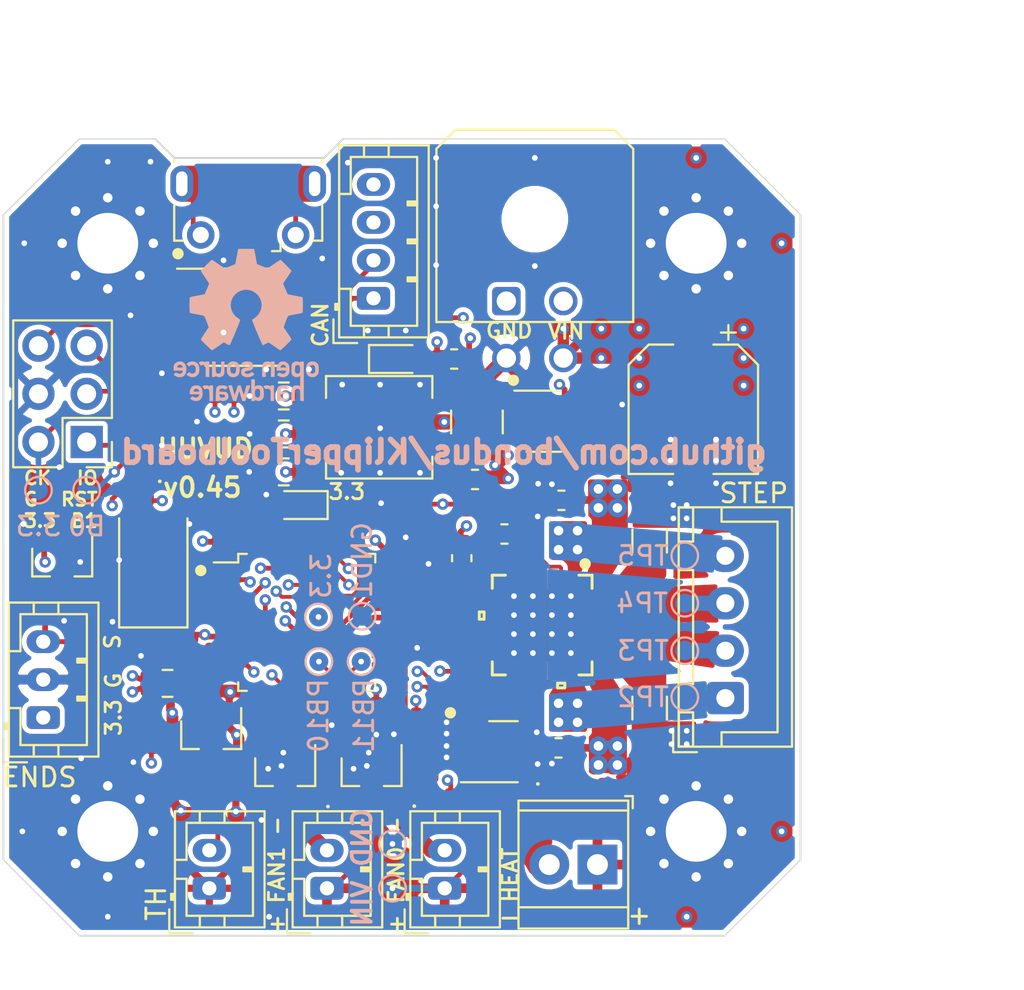
<source format=kicad_pcb>
(kicad_pcb (version 20171130) (host pcbnew "(5.1.5)-3")
  (layers (0 F.Cu signal) (1 In1.Cu signal) (2 In2.Cu signal) (31 B.Cu power) (34 B.Paste user) (35 F.Paste user) (36 B.SilkS user) (37 F.SilkS user) (38 B.Mask user hide) (39 F.Mask user) (44 Edge.Cuts user))
  (net 0 "")
  (net 1 GNDA)
  (net 2 GND)
  (net 3 ST_VS)
  (net 4 "Net-(C3-Pad1)")
  (net 5 "Net-(C4-Pad1)")
  (net 6 "Net-(C5-Pad1)")
  (net 7 "Net-(C5-Pad2)")
  (net 8 +3V3)
  (net 9 "Net-(C12-Pad2)")
  (net 10 "Net-(C13-Pad2)")
  (net 11 "Net-(D1-Pad1)")
  (net 12 "Net-(D1-Pad2)")
  (net 13 "Net-(D2-Pad1)")
  (net 14 "Net-(D2-Pad2)")
  (net 15 "Net-(D3-Pad2)")
  (net 16 "Net-(D3-Pad1)")
  (net 17 AREF)
  (net 18 THERM)
  (net 19 "Net-(R17-Pad1)")
  (net 20 ST_EN)
  (net 21 HEATER)
  (net 22 ST_STEP)
  (net 23 ST_DIR)
  (net 24 ST_DIAG)
  (net 25 "Net-(D6-Pad1)")
  (net 26 "Net-(D8-Pad1)")
  (net 27 SWCLK)
  (net 28 SWDIO)
  (net 29 "Net-(R6-Pad1)")
  (net 30 CANRX)
  (net 31 CANTX)
  (net 32 "Net-(D5-Pad1)")
  (net 33 ENDSTOP)
  (net 34 LED0)
  (net 35 BRA)
  (net 36 BRB)
  (net 37 ST_UART_TX)
  (net 38 ST_UART_RX)
  (net 39 "Net-(J12-Pad6)")
  (net 40 "Net-(J12-Pad2)")
  (net 41 "Net-(J12-Pad3)")
  (net 42 NRST)
  (net 43 USBDM)
  (net 44 USBDP)
  (net 45 BOOT0)
  (net 46 "Net-(C21-Pad2)")
  (net 47 "Net-(C21-Pad1)")
  (net 48 FAN0)
  (net 49 FAN1)
  (net 50 /ST_A2)
  (net 51 /ST_A1)
  (net 52 /ST_B1)
  (net 53 /ST_B2)
  (net 54 "Net-(Q1-Pad1)")
  (net 55 "Net-(Q2-Pad1)")
  (net 56 "Net-(D9-Pad3)")
  (net 57 "Net-(D4-Pad3)")
  (net 58 "Net-(Q3-Pad2)")
  (net 59 BOOT1)
  (net 60 "Net-(R38-Pad1)")
  (net 61 "Net-(C20-Pad2)")
  (net 62 "Net-(C20-Pad1)")
  (net 63 "Net-(R29-Pad2)")
  (net 64 "Net-(R30-Pad2)")
  (net 65 CANH)
  (net 66 CANL)
  (net 67 "Net-(PB10-Pad1)")
  (net 68 "Net-(PB11-Pad1)")
  (module Symbol:OSHW-Logo_7.5x8mm_SilkScreen (layer B.Cu) (at 194.8 109.8 180)
    (fp_text reference REF** hide)
    (fp_text value OSHW-Logo_7.5x8mm_SilkScreen hide)
  )
  (module TestPoint:TestPoint_Pad_D1.0mm (layer B.Cu) (at 202.5 139.5)
    (fp_text reference VIN1 hide)
    (fp_text value TestPoint)
    (pad 1 smd circle (at 0 0) (size 1 1) (layers B.Cu B.Mask) (net 3 ST_VS))
  )
  (module TestPoint:TestPoint_Pad_D1.0mm (layer B.Cu) (at 202.5 137.16)
    (fp_text reference GND2 hide)
    (fp_text value TestPoint)
    (pad 1 smd circle (at 0 0) (size 1 1) (layers B.Cu B.Mask) (net 2 GND))
  )
  (module Resistor_SMD:R_0402_1005Metric (layer F.Cu) (at 200.1 119.4)
    (fp_text reference R20 hide)
    (fp_text value 470 hide)
    (pad 2 smd roundrect (at 0.485 0) (size 0.59 0.64) (layers F.Cu F.Paste F.Mask) (net 2 GND))
    (pad 1 smd roundrect (at -0.485 0) (size 0.59 0.64) (layers F.Cu F.Paste F.Mask) (net 26 "Net-(D8-Pad1)"))
  )
  (module TestPoint:TestPoint_Pad_D1.0mm (layer B.Cu) (at 200.9 125.16)
    (fp_text reference GND1 (at 0 -2.96 90) (layer B.SilkS) (effects (justify mirror)))
    (fp_text value TestPoint)
    (pad 1 smd circle (at 0 0) (size 1 1) (layers B.Cu B.Mask) (net 2 GND))
  )
  (module TestPoint:TestPoint_Pad_D1.0mm (layer B.Cu) (at 198.6 125.2)
    (fp_text reference 3.3 (at 0.14 -2.16 90) (layer B.SilkS) (effects (justify mirror)))
    (fp_text value TestPoint)
    (pad 1 smd circle (at 0 0) (size 1 1) (layers B.Cu B.Mask) (net 8 +3V3))
  )
  (module TestPoint:TestPoint_Pad_D1.0mm (layer B.Cu) (at 200.85 127.55)
    (fp_text reference PB11 (at 0.15 2.85 90) (layer B.SilkS) (effects (justify mirror)))
    (fp_text value TestPoint)
    (pad 1 smd circle (at 0 0) (size 1 1) (layers B.Cu B.Mask) (net 68 "Net-(PB11-Pad1)"))
  )
  (module TestPoint:TestPoint_Pad_D1.0mm (layer B.Cu) (at 198.62 127.55)
    (fp_text reference PB10 (at -0.02 2.85 90) (layer B.SilkS) (effects (justify mirror)))
    (fp_text value TestPoint)
    (pad 1 smd circle (at 0 0) (size 1 1) (layers B.Cu B.Mask) (net 67 "Net-(PB10-Pad1)"))
  )
  (module MountingHole:MountingHole_3.2mm_M3_Pad_Via (layer F.Cu) (at 218.5 136.5)
    (fp_text reference H4 hide)
    (fp_text value MountingHole)
    (pad 1 thru_hole circle (at 1.697056 -1.697056) (size 0.8 0.8) (drill 0.5) (layers *.Cu *.Mask) (net 2 GND))
    (pad 1 thru_hole circle (at 0 -2.4) (size 0.8 0.8) (drill 0.5) (layers *.Cu *.Mask) (net 2 GND))
    (pad 1 thru_hole circle (at -1.697056 -1.697056) (size 0.8 0.8) (drill 0.5) (layers *.Cu *.Mask) (net 2 GND))
    (pad 1 thru_hole circle (at -2.4 0) (size 0.8 0.8) (drill 0.5) (layers *.Cu *.Mask) (net 2 GND))
    (pad 1 thru_hole circle (at -1.697056 1.697056) (size 0.8 0.8) (drill 0.5) (layers *.Cu *.Mask) (net 2 GND))
    (pad 1 thru_hole circle (at 0 2.4) (size 0.8 0.8) (drill 0.5) (layers *.Cu *.Mask) (net 2 GND))
    (pad 1 thru_hole circle (at 1.697056 1.697056) (size 0.8 0.8) (drill 0.5) (layers *.Cu *.Mask) (net 2 GND))
    (pad 1 thru_hole circle (at 2.4 0) (size 0.8 0.8) (drill 0.5) (layers *.Cu *.Mask) (net 2 GND))
    (pad 1 thru_hole circle (at 0 0) (size 6.4 6.4) (drill 3.2) (layers *.Cu *.Mask) (net 2 GND))
  )
  (module MountingHole:MountingHole_3.2mm_M3_Pad_Via (layer F.Cu) (at 187.5 136.5)
    (fp_text reference H3 hide)
    (fp_text value MountingHole)
    (pad 1 thru_hole circle (at 1.697056 -1.697056) (size 0.8 0.8) (drill 0.5) (layers *.Cu *.Mask) (net 2 GND))
    (pad 1 thru_hole circle (at 0 -2.4) (size 0.8 0.8) (drill 0.5) (layers *.Cu *.Mask) (net 2 GND))
    (pad 1 thru_hole circle (at -1.697056 -1.697056) (size 0.8 0.8) (drill 0.5) (layers *.Cu *.Mask) (net 2 GND))
    (pad 1 thru_hole circle (at -2.4 0) (size 0.8 0.8) (drill 0.5) (layers *.Cu *.Mask) (net 2 GND))
    (pad 1 thru_hole circle (at -1.697056 1.697056) (size 0.8 0.8) (drill 0.5) (layers *.Cu *.Mask) (net 2 GND))
    (pad 1 thru_hole circle (at 0 2.4) (size 0.8 0.8) (drill 0.5) (layers *.Cu *.Mask) (net 2 GND))
    (pad 1 thru_hole circle (at 1.697056 1.697056) (size 0.8 0.8) (drill 0.5) (layers *.Cu *.Mask) (net 2 GND))
    (pad 1 thru_hole circle (at 2.4 0) (size 0.8 0.8) (drill 0.5) (layers *.Cu *.Mask) (net 2 GND))
    (pad 1 thru_hole circle (at 0 0) (size 6.4 6.4) (drill 3.2) (layers *.Cu *.Mask) (net 2 GND))
  )
  (module MountingHole:MountingHole_3.2mm_M3_Pad_Via (layer F.Cu) (at 218.5 105.5)
    (fp_text reference H2 hide)
    (fp_text value MountingHole)
    (pad 1 thru_hole circle (at 1.697056 -1.697056) (size 0.8 0.8) (drill 0.5) (layers *.Cu *.Mask) (net 2 GND))
    (pad 1 thru_hole circle (at 0 -2.4) (size 0.8 0.8) (drill 0.5) (layers *.Cu *.Mask) (net 2 GND))
    (pad 1 thru_hole circle (at -1.697056 -1.697056) (size 0.8 0.8) (drill 0.5) (layers *.Cu *.Mask) (net 2 GND))
    (pad 1 thru_hole circle (at -2.4 0) (size 0.8 0.8) (drill 0.5) (layers *.Cu *.Mask) (net 2 GND))
    (pad 1 thru_hole circle (at -1.697056 1.697056) (size 0.8 0.8) (drill 0.5) (layers *.Cu *.Mask) (net 2 GND))
    (pad 1 thru_hole circle (at 0 2.4) (size 0.8 0.8) (drill 0.5) (layers *.Cu *.Mask) (net 2 GND))
    (pad 1 thru_hole circle (at 1.697056 1.697056) (size 0.8 0.8) (drill 0.5) (layers *.Cu *.Mask) (net 2 GND))
    (pad 1 thru_hole circle (at 2.4 0) (size 0.8 0.8) (drill 0.5) (layers *.Cu *.Mask) (net 2 GND))
    (pad 1 thru_hole circle (at 0 0) (size 6.4 6.4) (drill 3.2) (layers *.Cu *.Mask) (net 2 GND))
  )
  (module MountingHole:MountingHole_3.2mm_M3_Pad_Via (layer F.Cu) (at 187.5 105.5)
    (fp_text reference H1 hide)
    (fp_text value MountingHole)
    (pad 1 thru_hole circle (at 1.697056 -1.697056) (size 0.8 0.8) (drill 0.5) (layers *.Cu *.Mask) (net 2 GND))
    (pad 1 thru_hole circle (at 0 -2.4) (size 0.8 0.8) (drill 0.5) (layers *.Cu *.Mask) (net 2 GND))
    (pad 1 thru_hole circle (at -1.697056 -1.697056) (size 0.8 0.8) (drill 0.5) (layers *.Cu *.Mask) (net 2 GND))
    (pad 1 thru_hole circle (at -2.4 0) (size 0.8 0.8) (drill 0.5) (layers *.Cu *.Mask) (net 2 GND))
    (pad 1 thru_hole circle (at -1.697056 1.697056) (size 0.8 0.8) (drill 0.5) (layers *.Cu *.Mask) (net 2 GND))
    (pad 1 thru_hole circle (at 0 2.4) (size 0.8 0.8) (drill 0.5) (layers *.Cu *.Mask) (net 2 GND))
    (pad 1 thru_hole circle (at 1.697056 1.697056) (size 0.8 0.8) (drill 0.5) (layers *.Cu *.Mask) (net 2 GND))
    (pad 1 thru_hole circle (at 2.4 0) (size 0.8 0.8) (drill 0.5) (layers *.Cu *.Mask) (net 2 GND))
    (pad 1 thru_hole circle (at 0 0) (size 6.4 6.4) (drill 3.2) (layers *.Cu *.Mask) (net 2 GND))
  )
  (module Connector_Molex:Molex_Micro-Fit_3.0_43045-0400_2x02_P3.00mm_Horizontal (layer F.Cu) (at 208.5 108.55)
    (fp_text reference J1 hide)
    (fp_text value Conn_02x02_Odd_Even)
    (pad 4 thru_hole circle (at 3 3) (size 1.5 1.5) (drill 1.02) (layers *.Cu *.Mask) (net 3 ST_VS))
    (pad 3 thru_hole circle (at 0 3) (size 1.5 1.5) (drill 1.02) (layers *.Cu *.Mask) (net 2 GND))
    (pad 2 thru_hole circle (at 3 0) (size 1.5 1.5) (drill 1.02) (layers *.Cu *.Mask) (net 65 CANH))
    (pad 1 thru_hole roundrect (at 0 0) (size 1.5 1.5) (drill 1.02) (layers *.Cu *.Mask) (roundrect_rratio 0.166667) (net 66 CANL))
    (pad "" np_thru_hole circle (at 1.5 -4.32) (size 3 3) (drill 3) (layers *.Cu *.Mask))
  )
  (module Package_TO_SOT_SMD:SOT-23 (layer F.Cu) (at 192.95 131.4 270)
    (fp_text reference D9 hide)
    (fp_text value BAT54S hide)
    (pad 3 smd rect (at 1 0 270) (size 0.9 0.8) (layers F.Cu F.Paste F.Mask) (net 56 "Net-(D9-Pad3)"))
    (pad 2 smd rect (at -1 0.95 270) (size 0.9 0.8) (layers F.Cu F.Paste F.Mask) (net 17 AREF))
    (pad 1 smd rect (at -1 -0.95 270) (size 0.9 0.8) (layers F.Cu F.Paste F.Mask) (net 1 GNDA))
  )
  (module TestPoint:TestPoint_Pad_D1.0mm (layer B.Cu) (at 183.8485 118.516)
    (fp_text reference TP6 hide)
    (fp_text value TestPoint)
    (pad 1 smd circle (at 0 0) (size 1 1) (layers B.Cu B.Mask) (net 8 +3V3))
  )
  (module TestPoint:TestPoint_Pad_D1.0mm (layer B.Cu) (at 217.9 121.976)
    (fp_text reference TP5 (at -2.2 0) (layer B.SilkS) (effects (justify mirror)))
    (fp_text value TestPoint)
    (pad 1 smd circle (at 0 0) (size 1 1) (layers B.Cu B.Mask) (net 53 /ST_B2))
  )
  (module TestPoint:TestPoint_Pad_D1.0mm (layer B.Cu) (at 217.9 124.476)
    (fp_text reference TP4 (at -2.25 0) (layer B.SilkS) (effects (justify mirror)))
    (fp_text value TestPoint)
    (pad 1 smd circle (at 0 0) (size 1 1) (layers B.Cu B.Mask) (net 52 /ST_B1))
  )
  (module TestPoint:TestPoint_Pad_D1.0mm (layer B.Cu) (at 217.9 126.976)
    (fp_text reference TP3 (at -2.2 0) (layer B.SilkS) (effects (justify mirror)))
    (fp_text value TestPoint)
    (pad 1 smd circle (at 0 0) (size 1 1) (layers B.Cu B.Mask) (net 51 /ST_A1))
  )
  (module TestPoint:TestPoint_Pad_D1.0mm (layer B.Cu) (at 217.9 129.426)
    (fp_text reference TP2 (at -2.2 0) (layer B.SilkS) (effects (justify mirror)))
    (fp_text value TestPoint)
    (pad 1 smd circle (at 0 0) (size 1 1) (layers B.Cu B.Mask) (net 50 /ST_A2))
  )
  (module Resistor_SMD:R_0402_1005Metric (layer F.Cu) (at 211.4 117.25 180)
    (fp_text reference R31 hide)
    (fp_text value 22)
    (pad 2 smd roundrect (at 0.485 0 180) (size 0.59 0.64) (layers F.Cu F.Paste F.Mask) (net 64 "Net-(R30-Pad2)"))
    (pad 1 smd roundrect (at -0.485 0 180) (size 0.59 0.64) (layers F.Cu F.Paste F.Mask) (net 63 "Net-(R29-Pad2)"))
  )
  (module Resistor_SMD:R_0402_1005Metric (layer F.Cu) (at 207.95 119.2)
    (fp_text reference R30 hide)
    (fp_text value 22)
    (pad 2 smd roundrect (at 0.485 0) (size 0.59 0.64) (layers F.Cu F.Paste F.Mask) (net 64 "Net-(R30-Pad2)"))
    (pad 1 smd roundrect (at -0.485 0) (size 0.59 0.64) (layers F.Cu F.Paste F.Mask) (net 8 +3V3))
  )
  (module NetTie:NetTie-2_SMD_Pad0.5mm (layer F.Cu) (at 189.45 126.34)
    (fp_text reference NT1 hide)
    (fp_text value Net-Tie_2)
    (fp_poly (pts (xy -0.5 -0.25) (xy 0.5 -0.25) (xy 0.5 0.25) (xy -0.5 0.25)) (layer F.Cu) (width 0))
    (pad 2 smd circle (at 0.5 0) (size 0.5 0.5) (layers F.Cu) (net 1 GNDA))
    (pad 1 smd circle (at -0.5 0) (size 0.5 0.5) (layers F.Cu) (net 2 GND))
  )
  (module Capacitor_SMD:C_0402_1005Metric (layer F.Cu) (at 190.97 126.77 270)
    (fp_text reference C11 hide)
    (fp_text value 0.1uF)
    (pad 2 smd roundrect (at 0.485 0 270) (size 0.59 0.64) (layers F.Cu F.Paste F.Mask) (net 17 AREF))
    (pad 1 smd roundrect (at -0.485 0 270) (size 0.59 0.64) (layers F.Cu F.Paste F.Mask) (net 1 GNDA))
  )
  (module LED_SMD:LED_0402_1005Metric (layer F.Cu) (at 189.15 118.05 180)
    (fp_text reference D5 hide)
    (fp_text value LEDGR)
    (pad 2 smd roundrect (at 0.485 0 180) (size 0.59 0.64) (layers F.Cu F.Paste F.Mask) (net 8 +3V3))
    (pad 1 smd roundrect (at -0.485 0 180) (size 0.59 0.64) (layers F.Cu F.Paste F.Mask) (net 32 "Net-(D5-Pad1)"))
  )
  (module Resistor_SMD:R_0402_1005Metric (layer F.Cu) (at 213.95 116.8 270)
    (fp_text reference R29 hide)
    (fp_text value 2.2k)
    (pad 2 smd roundrect (at 0.485 0 270) (size 0.59 0.64) (layers F.Cu F.Paste F.Mask) (net 63 "Net-(R29-Pad2)"))
    (pad 1 smd roundrect (at -0.485 0 270) (size 0.59 0.64) (layers F.Cu F.Paste F.Mask) (net 46 "Net-(C21-Pad2)"))
  )
  (module Capacitor_SMD:C_0402_1005Metric (layer F.Cu) (at 213.4 115.35)
    (fp_text reference C21 hide)
    (fp_text value 68pF)
    (pad 2 smd roundrect (at 0.485 0) (size 0.59 0.64) (layers F.Cu F.Paste F.Mask) (net 46 "Net-(C21-Pad2)"))
    (pad 1 smd roundrect (at -0.485 0) (size 0.59 0.64) (layers F.Cu F.Paste F.Mask) (net 47 "Net-(C21-Pad1)"))
  )
  (module Capacitor_SMD:C_0603_1608Metric (layer F.Cu) (at 205.75 111.6)
    (fp_text reference C20 hide)
    (fp_text value 0.1uF/35V)
    (pad 2 smd roundrect (at 0.7875 0) (size 0.875 0.95) (layers F.Cu F.Paste F.Mask) (net 61 "Net-(C20-Pad2)"))
    (pad 1 smd roundrect (at -0.7875 0) (size 0.875 0.95) (layers F.Cu F.Paste F.Mask) (net 62 "Net-(C20-Pad1)"))
  )
  (module Capacitor_SMD:C_0603_1608Metric (layer F.Cu) (at 206.85 117.95 180)
    (fp_text reference C16 hide)
    (fp_text value 0.1uF/35V)
    (pad 2 smd roundrect (at 0.7875 0 180) (size 0.875 0.95) (layers F.Cu F.Paste F.Mask) (net 2 GND))
    (pad 1 smd roundrect (at -0.7875 0 180) (size 0.875 0.95) (layers F.Cu F.Paste F.Mask) (net 3 ST_VS))
  )
  (module Capacitor_SMD:C_0805_2012Metric (layer F.Cu) (at 196.775 113.55 180)
    (fp_text reference C32 hide)
    (fp_text value 10uF)
    (pad 2 smd roundrect (at 0.9375 0 180) (size 0.975 1.4) (layers F.Cu F.Paste F.Mask) (net 2 GND))
    (pad 1 smd roundrect (at -0.9375 0 180) (size 0.975 1.4) (layers F.Cu F.Paste F.Mask) (net 8 +3V3))
  )
  (module Capacitor_SMD:C_0805_2012Metric (layer F.Cu) (at 196.775 117.55 180)
    (fp_text reference C15 hide)
    (fp_text value 10uF)
    (pad 2 smd roundrect (at 0.9375 0 180) (size 0.975 1.4) (layers F.Cu F.Paste F.Mask) (net 2 GND))
    (pad 1 smd roundrect (at -0.9375 0 180) (size 0.975 1.4) (layers F.Cu F.Paste F.Mask) (net 8 +3V3))
  )
  (module Capacitor_SMD:C_0805_2012Metric (layer F.Cu) (at 196.775 115.55 180)
    (fp_text reference C14 hide)
    (fp_text value 10uF)
    (pad 2 smd roundrect (at 0.9375 0 180) (size 0.975 1.4) (layers F.Cu F.Paste F.Mask) (net 2 GND))
    (pad 1 smd roundrect (at -0.9375 0 180) (size 0.975 1.4) (layers F.Cu F.Paste F.Mask) (net 8 +3V3))
  )
  (module Capacitor_SMD:C_1210_3225Metric (layer F.Cu) (at 206.95 114.92 270)
    (fp_text reference C22 hide)
    (fp_text value 10uF/35V)
    (pad 2 smd roundrect (at 1.4 0 270) (size 1.25 2.65) (layers F.Cu F.Paste F.Mask) (roundrect_rratio 0.2) (net 3 ST_VS))
    (pad 1 smd roundrect (at -1.4 0 270) (size 1.25 2.65) (layers F.Cu F.Paste F.Mask) (roundrect_rratio 0.2) (net 2 GND))
  )
  (module Package_TO_SOT_SMD:SOT-23-6 (layer F.Cu) (at 210.47 114.88)
    (fp_text reference U3 hide)
    (fp_text value TPS54308)
    (pad 5 smd rect (at 1.1 0) (size 1.06 0.65) (layers F.Cu F.Paste F.Mask) (net 60 "Net-(R38-Pad1)"))
    (pad 6 smd rect (at 1.1 -0.95) (size 1.06 0.65) (layers F.Cu F.Paste F.Mask) (net 61 "Net-(C20-Pad2)"))
    (pad 4 smd rect (at 1.1 0.95) (size 1.06 0.65) (layers F.Cu F.Paste F.Mask) (net 47 "Net-(C21-Pad1)"))
    (pad 3 smd rect (at -1.1 0.95) (size 1.06 0.65) (layers F.Cu F.Paste F.Mask) (net 3 ST_VS))
    (pad 2 smd rect (at -1.1 0) (size 1.06 0.65) (layers F.Cu F.Paste F.Mask) (net 62 "Net-(C20-Pad1)"))
    (pad 1 smd rect (at -1.1 -0.95) (size 1.06 0.65) (layers F.Cu F.Paste F.Mask) (net 2 GND))
  )
  (module Resistor_SMD:R_0402_1005Metric (layer F.Cu) (at 213.4 114.4 180)
    (fp_text reference R41 hide)
    (fp_text value 22k)
    (pad 2 smd roundrect (at 0.485 0 180) (size 0.59 0.64) (layers F.Cu F.Paste F.Mask) (net 47 "Net-(C21-Pad1)"))
    (pad 1 smd roundrect (at -0.485 0 180) (size 0.59 0.64) (layers F.Cu F.Paste F.Mask) (net 2 GND))
  )
  (module Resistor_SMD:R_0402_1005Metric (layer F.Cu) (at 212.95 116.8 270)
    (fp_text reference R40 hide)
    (fp_text value 100k)
    (pad 2 smd roundrect (at 0.485 0 270) (size 0.59 0.64) (layers F.Cu F.Paste F.Mask) (net 63 "Net-(R29-Pad2)"))
    (pad 1 smd roundrect (at -0.485 0 270) (size 0.59 0.64) (layers F.Cu F.Paste F.Mask) (net 47 "Net-(C21-Pad1)"))
  )
  (module Resistor_SMD:R_0402_1005Metric (layer F.Cu) (at 213.4 113.45 180)
    (fp_text reference R39 hide)
    (fp_text value 22k)
    (pad 2 smd roundrect (at 0.485 0 180) (size 0.59 0.64) (layers F.Cu F.Paste F.Mask) (net 60 "Net-(R38-Pad1)"))
    (pad 1 smd roundrect (at -0.485 0 180) (size 0.59 0.64) (layers F.Cu F.Paste F.Mask) (net 2 GND))
  )
  (module Resistor_SMD:R_0402_1005Metric (layer F.Cu) (at 213.75 112.45)
    (fp_text reference R38 hide)
    (fp_text value 100k)
    (pad 2 smd roundrect (at 0.485 0) (size 0.59 0.64) (layers F.Cu F.Paste F.Mask) (net 3 ST_VS))
    (pad 1 smd roundrect (at -0.485 0) (size 0.59 0.64) (layers F.Cu F.Paste F.Mask) (net 60 "Net-(R38-Pad1)"))
  )
  (module Inductor_SMD:L_Sunlord_MWSA0518_5.4x5.2mm (layer F.Cu) (at 201.8 115.2 180)
    (fp_text reference L4 hide)
    (fp_text value "10uH/max 145mOhm 2A")
    (pad 2 smd rect (at 2.05 0 180) (size 1.9 2.5) (layers F.Cu F.Paste F.Mask) (net 8 +3V3))
    (pad 1 smd rect (at -2.05 0 180) (size 1.9 2.5) (layers F.Cu F.Paste F.Mask) (net 62 "Net-(C20-Pad1)"))
  )
  (module Resistor_SMD:R_0402_1005Metric (layer F.Cu) (at 189.15 116.15 180)
    (fp_text reference R37 hide)
    (fp_text value 10k)
    (pad 2 smd roundrect (at 0.485 0 180) (size 0.59 0.64) (layers F.Cu F.Paste F.Mask) (net 59 BOOT1))
    (pad 1 smd roundrect (at -0.485 0 180) (size 0.59 0.64) (layers F.Cu F.Paste F.Mask) (net 2 GND))
  )
  (module Capacitor_SMD:C_0402_1005Metric (layer F.Cu) (at 191.95 126.77 270)
    (fp_text reference C23 hide)
    (fp_text value 4.7uF hide)
    (pad 2 smd roundrect (at 0.485 0 270) (size 0.59 0.64) (layers F.Cu F.Paste F.Mask) (net 17 AREF))
    (pad 1 smd roundrect (at -0.485 0 270) (size 0.59 0.64) (layers F.Cu F.Paste F.Mask) (net 1 GNDA))
  )
  (module TestPoint:TestPoint_Pad_D1.0mm (layer B.Cu) (at 186.3885 118.516)
    (fp_text reference TP1 hide)
    (fp_text value TestPoint)
    (pad 1 smd circle (at 0 0) (size 1 1) (layers B.Cu B.Mask) (net 45 BOOT0))
  )
  (module Huvud:DFN-8-1EP_3x3mm_P0.65mm_EP1.7x2.05mm (layer F.Cu) (at 207.6 132.3)
    (fp_text reference Q3 hide)
    (fp_text value AON7524 hide)
    (pad 3 smd rect (at 0 0) (size 1.7 2.05) (layers F.Cu F.Mask) (net 16 "Net-(D3-Pad1)"))
    (pad 3 smd roundrect (at 1.45 -0.975) (size 0.8 0.3) (layers F.Cu F.Paste F.Mask) (net 16 "Net-(D3-Pad1)"))
    (pad 3 smd roundrect (at 1.45 -0.325) (size 0.8 0.3) (layers F.Cu F.Paste F.Mask) (net 16 "Net-(D3-Pad1)"))
    (pad 3 smd roundrect (at 1.45 0.325) (size 0.8 0.3) (layers F.Cu F.Paste F.Mask) (net 16 "Net-(D3-Pad1)"))
    (pad 3 smd roundrect (at 1.45 0.975) (size 0.8 0.3) (layers F.Cu F.Paste F.Mask) (net 16 "Net-(D3-Pad1)"))
    (pad 2 smd roundrect (at -1.45 0.975) (size 0.8 0.3) (layers F.Cu F.Paste F.Mask) (net 58 "Net-(Q3-Pad2)"))
    (pad 1 smd roundrect (at -1.45 0.325) (size 0.8 0.3) (layers F.Cu F.Paste F.Mask) (net 2 GND))
    (pad 1 smd roundrect (at -1.45 -0.325) (size 0.8 0.3) (layers F.Cu F.Paste F.Mask) (net 2 GND))
    (pad 1 smd roundrect (at -1.45 -0.975) (size 0.8 0.3) (layers F.Cu F.Paste F.Mask) (net 2 GND))
  )
  (module Resistor_SMD:R_0402_1005Metric (layer F.Cu) (at 189.15 119 180)
    (fp_text reference R3 hide)
    (fp_text value 470 hide)
    (pad 2 smd roundrect (at 0.485 0 180) (size 0.59 0.64) (layers F.Cu F.Paste F.Mask) (net 32 "Net-(D5-Pad1)"))
    (pad 1 smd roundrect (at -0.485 0 180) (size 0.59 0.64) (layers F.Cu F.Paste F.Mask) (net 34 LED0))
  )
  (module Package_TO_SOT_SMD:SOT-23 (layer F.Cu) (at 185.1 122.3 270)
    (fp_text reference D4 hide)
    (fp_text value BAT54S hide)
    (pad 3 smd rect (at 1 0 270) (size 0.9 0.8) (layers F.Cu F.Paste F.Mask) (net 57 "Net-(D4-Pad3)"))
    (pad 2 smd rect (at -1 0.95 270) (size 0.9 0.8) (layers F.Cu F.Paste F.Mask) (net 8 +3V3))
    (pad 1 smd rect (at -1 -0.95 270) (size 0.9 0.8) (layers F.Cu F.Paste F.Mask) (net 2 GND))
  )
  (module LED_SMD:LED_0603_1608Metric (layer F.Cu) (at 197.6 119.3 180)
    (fp_text reference D8 hide)
    (fp_text value LEDRED hide)
    (pad 2 smd roundrect (at 0.7875 0 180) (size 0.875 0.95) (layers F.Cu F.Paste F.Mask) (net 8 +3V3))
    (pad 1 smd roundrect (at -0.7875 0 180) (size 0.875 0.95) (layers F.Cu F.Paste F.Mask) (net 26 "Net-(D8-Pad1)"))
  )
  (module LED_SMD:LED_0603_1608Metric (layer F.Cu) (at 202.75 111.6)
    (fp_text reference D6 hide)
    (fp_text value LEDRED hide)
    (pad 2 smd roundrect (at 0.7875 0) (size 0.875 0.95) (layers F.Cu F.Paste F.Mask) (net 3 ST_VS))
    (pad 1 smd roundrect (at -0.7875 0) (size 0.875 0.95) (layers F.Cu F.Paste F.Mask) (net 25 "Net-(D6-Pad1)"))
  )
  (module Resistor_SMD:R_0402_1005Metric (layer F.Cu) (at 189.35 131.15)
    (fp_text reference R36 hide)
    (fp_text value 10k hide)
    (pad 2 smd roundrect (at 0.485 0) (size 0.59 0.64) (layers F.Cu F.Paste F.Mask) (net 33 ENDSTOP))
    (pad 1 smd roundrect (at -0.485 0) (size 0.59 0.64) (layers F.Cu F.Paste F.Mask) (net 57 "Net-(D4-Pad3)"))
  )
  (module Resistor_SMD:R_0402_1005Metric (layer F.Cu) (at 197.7 131.15)
    (fp_text reference R35 hide)
    (fp_text value 22 hide)
    (pad 2 smd roundrect (at 0.485 0) (size 0.59 0.64) (layers F.Cu F.Paste F.Mask) (net 55 "Net-(Q2-Pad1)"))
    (pad 1 smd roundrect (at -0.485 0) (size 0.59 0.64) (layers F.Cu F.Paste F.Mask) (net 49 FAN1))
  )
  (module Resistor_SMD:R_0402_1005Metric (layer F.Cu) (at 204.1 131.675 180)
    (fp_text reference R34 hide)
    (fp_text value 22 hide)
    (pad 2 smd roundrect (at 0.485 0 180) (size 0.59 0.64) (layers F.Cu F.Paste F.Mask) (net 54 "Net-(Q1-Pad1)"))
    (pad 1 smd roundrect (at -0.485 0 180) (size 0.59 0.64) (layers F.Cu F.Paste F.Mask) (net 48 FAN0))
  )
  (module Resistor_SMD:R_0402_1005Metric (layer F.Cu) (at 206.05 134.55)
    (fp_text reference R28 hide)
    (fp_text value 22 hide)
    (pad 2 smd roundrect (at 0.485 0) (size 0.59 0.64) (layers F.Cu F.Paste F.Mask) (net 58 "Net-(Q3-Pad2)"))
    (pad 1 smd roundrect (at -0.485 0) (size 0.59 0.64) (layers F.Cu F.Paste F.Mask) (net 21 HEATER))
  )
  (module LED_SMD:LED_0402_1005Metric (layer F.Cu) (at 211.25 134)
    (fp_text reference D3 hide)
    (fp_text value LEDGR hide)
    (pad 2 smd roundrect (at 0.485 0) (size 0.59 0.64) (layers F.Cu F.Paste F.Mask) (net 15 "Net-(D3-Pad2)"))
    (pad 1 smd roundrect (at -0.485 0) (size 0.59 0.64) (layers F.Cu F.Paste F.Mask) (net 16 "Net-(D3-Pad1)"))
  )
  (module LED_SMD:LED_0402_1005Metric (layer F.Cu) (at 199.1 134.1 90)
    (fp_text reference D2 hide)
    (fp_text value LEDGR hide)
    (pad 2 smd roundrect (at 0.485 0 90) (size 0.59 0.64) (layers F.Cu F.Paste F.Mask) (net 14 "Net-(D2-Pad2)"))
    (pad 1 smd roundrect (at -0.485 0 90) (size 0.59 0.64) (layers F.Cu F.Paste F.Mask) (net 13 "Net-(D2-Pad1)"))
  )
  (module LED_SMD:LED_0402_1005Metric (layer F.Cu) (at 203.65 134.08 90)
    (fp_text reference D1 hide)
    (fp_text value LEDGR hide)
    (pad 2 smd roundrect (at 0.485 0 90) (size 0.59 0.64) (layers F.Cu F.Paste F.Mask) (net 12 "Net-(D1-Pad2)"))
    (pad 1 smd roundrect (at -0.485 0 90) (size 0.59 0.64) (layers F.Cu F.Paste F.Mask) (net 11 "Net-(D1-Pad1)"))
  )
  (module Capacitor_SMD:C_0402_1005Metric (layer F.Cu) (at 194.25 134.05 90)
    (fp_text reference C25 hide)
    (fp_text value 0.1uF hide)
    (pad 2 smd roundrect (at 0.485 0 90) (size 0.59 0.64) (layers F.Cu F.Paste F.Mask) (net 18 THERM))
    (pad 1 smd roundrect (at -0.485 0 90) (size 0.59 0.64) (layers F.Cu F.Paste F.Mask) (net 1 GNDA))
  )
  (module Capacitor_SMD:C_0402_1005Metric (layer F.Cu) (at 189.35 132.1 180)
    (fp_text reference C2 hide)
    (fp_text value 0.1uF hide)
    (pad 2 smd roundrect (at 0.485 0 180) (size 0.59 0.64) (layers F.Cu F.Paste F.Mask) (net 2 GND))
    (pad 1 smd roundrect (at -0.485 0 180) (size 0.59 0.64) (layers F.Cu F.Paste F.Mask) (net 33 ENDSTOP))
  )
  (module Connector_PinHeader_2.54mm:PinHeader_2x03_P2.54mm_Vertical (layer F.Cu) (at 186.3885 115.976 180)
    (fp_text reference J2 hide)
    (fp_text value DBG hide)
    (pad 6 thru_hole oval (at 2.54 5.08 180) (size 1.7 1.7) (drill 1) (layers *.Cu *.Mask) (net 27 SWCLK))
    (pad 5 thru_hole oval (at 0 5.08 180) (size 1.7 1.7) (drill 1) (layers *.Cu *.Mask) (net 28 SWDIO))
    (pad 4 thru_hole oval (at 2.54 2.54 180) (size 1.7 1.7) (drill 1) (layers *.Cu *.Mask) (net 2 GND))
    (pad 3 thru_hole oval (at 0 2.54 180) (size 1.7 1.7) (drill 1) (layers *.Cu *.Mask) (net 42 NRST))
    (pad 2 thru_hole oval (at 2.54 0 180) (size 1.7 1.7) (drill 1) (layers *.Cu *.Mask) (net 8 +3V3))
    (pad 1 thru_hole rect (at 0 0 180) (size 1.7 1.7) (drill 1) (layers *.Cu *.Mask) (net 59 BOOT1))
  )
  (module Resistor_SMD:R_0402_1005Metric (layer F.Cu) (at 200.15 111.6 180)
    (fp_text reference R11 hide)
    (fp_text value 10k hide)
    (pad 2 smd roundrect (at 0.485 0 180) (size 0.59 0.64) (layers F.Cu F.Paste F.Mask) (net 2 GND))
    (pad 1 smd roundrect (at -0.485 0 180) (size 0.59 0.64) (layers F.Cu F.Paste F.Mask) (net 25 "Net-(D6-Pad1)"))
  )
  (module Connector_USB:USB_Micro-B_Molex-105017-0001 (layer F.Cu) (at 194.9 103.6 180)
    (fp_text reference J12 hide)
    (fp_text value USB_Micro-B_Molex-105017-0001 hide)
    (pad 6 smd rect (at -2.9 1.2375 180) (size 1.2 1.9) (layers F.Cu F.Mask) (net 39 "Net-(J12-Pad6)"))
    (pad 6 smd rect (at 2.9 1.2375 180) (size 1.2 1.9) (layers F.Cu F.Mask) (net 39 "Net-(J12-Pad6)"))
    (pad 6 thru_hole oval (at 3.5 1.2375 180) (size 1.2 1.9) (drill oval 0.6 1.3) (layers *.Cu *.Mask) (net 39 "Net-(J12-Pad6)"))
    (pad 6 thru_hole oval (at -3.5 1.2375) (size 1.2 1.9) (drill oval 0.6 1.3) (layers *.Cu *.Mask) (net 39 "Net-(J12-Pad6)"))
    (pad 6 smd rect (at -1 1.2375 180) (size 1.5 1.9) (layers F.Cu F.Paste F.Mask) (net 39 "Net-(J12-Pad6)"))
    (pad 6 thru_hole circle (at 2.5 -1.4625 180) (size 1.45 1.45) (drill 0.85) (layers *.Cu *.Mask) (net 39 "Net-(J12-Pad6)"))
    (pad 3 smd rect (at 0 -1.4625 180) (size 0.4 1.35) (layers F.Cu F.Paste F.Mask) (net 41 "Net-(J12-Pad3)"))
    (pad 4 smd rect (at 0.65 -1.4625 180) (size 0.4 1.35) (layers F.Cu F.Paste F.Mask) (net 2 GND))
    (pad 5 smd rect (at 1.3 -1.4625 180) (size 0.4 1.35) (layers F.Cu F.Paste F.Mask) (net 2 GND))
    (pad 1 smd rect (at -1.3 -1.4625 180) (size 0.4 1.35) (layers F.Cu F.Paste F.Mask))
    (pad 2 smd rect (at -0.65 -1.4625 180) (size 0.4 1.35) (layers F.Cu F.Paste F.Mask) (net 40 "Net-(J12-Pad2)"))
    (pad 6 thru_hole circle (at -2.5 -1.4625 180) (size 1.45 1.45) (drill 0.85) (layers *.Cu *.Mask) (net 39 "Net-(J12-Pad6)"))
    (pad 6 smd rect (at 1 1.2375 180) (size 1.5 1.9) (layers F.Cu F.Paste F.Mask) (net 39 "Net-(J12-Pad6)"))
  )
  (module Connector_JST:JST_XH_B4B-XH-A_1x04_P2.50mm_Vertical (layer F.Cu) (at 220.0385 129.476 90)
    (fp_text reference J9 hide)
    (fp_text value STEPPER hide)
    (pad 4 thru_hole oval (at 7.5 0 90) (size 1.7 1.95) (drill 0.95) (layers *.Cu *.Mask) (net 53 /ST_B2))
    (pad 3 thru_hole oval (at 5 0 90) (size 1.7 1.95) (drill 0.95) (layers *.Cu *.Mask) (net 52 /ST_B1))
    (pad 2 thru_hole oval (at 2.5 0 90) (size 1.7 1.95) (drill 0.95) (layers *.Cu *.Mask) (net 51 /ST_A1))
    (pad 1 thru_hole roundrect (at 0 0 90) (size 1.7 1.95) (drill 0.95) (layers *.Cu *.Mask) (roundrect_rratio 0.147059) (net 50 /ST_A2))
  )
  (module Inductor_SMD:L_0805_2012Metric (layer F.Cu) (at 190.65 128.7)
    (fp_text reference L1 hide)
    (fp_text value 22uH hide)
    (pad 2 smd roundrect (at 0.9375 0) (size 0.975 1.4) (layers F.Cu F.Paste F.Mask) (net 17 AREF))
    (pad 1 smd roundrect (at -0.9375 0) (size 0.975 1.4) (layers F.Cu F.Paste F.Mask) (net 8 +3V3))
  )
  (module Connector_JST:JST_PH_B2B-PH-K_1x02_P2.00mm_Vertical (layer F.Cu) (at 192.85 139.5 90)
    (fp_text reference J3 hide)
    (fp_text value THERM hide)
    (pad 2 thru_hole oval (at 2 0 90) (size 1.2 1.75) (drill 0.75) (layers *.Cu *.Mask) (net 56 "Net-(D9-Pad3)"))
    (pad 1 thru_hole roundrect (at 0 0 90) (size 1.2 1.75) (drill 0.75) (layers *.Cu *.Mask) (roundrect_rratio 0.208333) (net 1 GNDA))
  )
  (module Resistor_SMD:R_0402_1005Metric (layer F.Cu) (at 191.9 134.05 90)
    (fp_text reference R2 hide)
    (fp_text value 2.2k hide)
    (pad 2 smd roundrect (at 0.485 0 90) (size 0.59 0.64) (layers F.Cu F.Paste F.Mask) (net 17 AREF))
    (pad 1 smd roundrect (at -0.485 0 90) (size 0.59 0.64) (layers F.Cu F.Paste F.Mask) (net 56 "Net-(D9-Pad3)"))
  )
  (module Resistor_SMD:R_0402_1005Metric (layer F.Cu) (at 193.3 134.05 270)
    (fp_text reference R5 hide)
    (fp_text value 10k hide)
    (pad 2 smd roundrect (at 0.485 0 270) (size 0.59 0.64) (layers F.Cu F.Paste F.Mask) (net 56 "Net-(D9-Pad3)"))
    (pad 1 smd roundrect (at -0.485 0 270) (size 0.59 0.64) (layers F.Cu F.Paste F.Mask) (net 18 THERM))
  )
  (module Capacitor_SMD:C_0402_1005Metric (layer F.Cu) (at 190.4 109.85 270)
    (fp_text reference C28 hide)
    (fp_text value 0.1uF hide)
    (pad 2 smd roundrect (at 0.485 0 270) (size 0.59 0.64) (layers F.Cu F.Paste F.Mask) (net 8 +3V3))
    (pad 1 smd roundrect (at -0.485 0 270) (size 0.59 0.64) (layers F.Cu F.Paste F.Mask) (net 2 GND))
  )
  (module Capacitor_SMD:C_0402_1005Metric (layer F.Cu) (at 201.65 130.2 270)
    (fp_text reference C27 hide)
    (fp_text value 4.7uF hide)
    (pad 2 smd roundrect (at 0.485 0 270) (size 0.59 0.64) (layers F.Cu F.Paste F.Mask) (net 2 GND))
    (pad 1 smd roundrect (at -0.485 0 270) (size 0.59 0.64) (layers F.Cu F.Paste F.Mask) (net 8 +3V3))
  )
  (module Capacitor_SMD:C_0402_1005Metric (layer F.Cu) (at 189.15 115.2)
    (fp_text reference C24 hide)
    (fp_text value 0.1uF hide)
    (pad 2 smd roundrect (at 0.485 0) (size 0.59 0.64) (layers F.Cu F.Paste F.Mask) (net 2 GND))
    (pad 1 smd roundrect (at -0.485 0) (size 0.59 0.64) (layers F.Cu F.Paste F.Mask) (net 8 +3V3))
  )
  (module Capacitor_SMD:C_0402_1005Metric (layer F.Cu) (at 189.15 113.3 180)
    (fp_text reference C19 hide)
    (fp_text value 0.1uF hide)
    (pad 2 smd roundrect (at 0.485 0 180) (size 0.59 0.64) (layers F.Cu F.Paste F.Mask) (net 42 NRST))
    (pad 1 smd roundrect (at -0.485 0 180) (size 0.59 0.64) (layers F.Cu F.Paste F.Mask) (net 2 GND))
  )
  (module Capacitor_SMD:C_0402_1005Metric (layer F.Cu) (at 193.3 120.75 90)
    (fp_text reference C18 hide)
    (fp_text value 0.1uF hide)
    (pad 2 smd roundrect (at 0.485 0 90) (size 0.59 0.64) (layers F.Cu F.Paste F.Mask) (net 2 GND))
    (pad 1 smd roundrect (at -0.485 0 90) (size 0.59 0.64) (layers F.Cu F.Paste F.Mask) (net 8 +3V3))
  )
  (module Capacitor_SMD:C_0402_1005Metric (layer F.Cu) (at 202.7 121.85)
    (fp_text reference C17 hide)
    (fp_text value 0.1uF hide)
    (pad 2 smd roundrect (at 0.485 0) (size 0.59 0.64) (layers F.Cu F.Paste F.Mask) (net 2 GND))
    (pad 1 smd roundrect (at -0.485 0) (size 0.59 0.64) (layers F.Cu F.Paste F.Mask) (net 8 +3V3))
  )
  (module Capacitor_SMD:C_0402_1005Metric (layer F.Cu) (at 187.5 121.2 90)
    (fp_text reference C13 hide)
    (fp_text value 22pF hide)
    (pad 2 smd roundrect (at 0.485 0 90) (size 0.59 0.64) (layers F.Cu F.Paste F.Mask) (net 10 "Net-(C13-Pad2)"))
    (pad 1 smd roundrect (at -0.485 0 90) (size 0.59 0.64) (layers F.Cu F.Paste F.Mask) (net 2 GND))
  )
  (module Capacitor_SMD:C_0402_1005Metric (layer F.Cu) (at 187.5 123.1 270)
    (fp_text reference C12 hide)
    (fp_text value 22pF hide)
    (pad 2 smd roundrect (at 0.485 0 270) (size 0.59 0.64) (layers F.Cu F.Paste F.Mask) (net 9 "Net-(C12-Pad2)"))
    (pad 1 smd roundrect (at -0.485 0 270) (size 0.59 0.64) (layers F.Cu F.Paste F.Mask) (net 2 GND))
  )
  (module Capacitor_SMD:C_0402_1005Metric (layer F.Cu) (at 202.6 130.2 270)
    (fp_text reference C10 hide)
    (fp_text value 0.1uF hide)
    (pad 2 smd roundrect (at 0.485 0 270) (size 0.59 0.64) (layers F.Cu F.Paste F.Mask) (net 2 GND))
    (pad 1 smd roundrect (at -0.485 0 270) (size 0.59 0.64) (layers F.Cu F.Paste F.Mask) (net 8 +3V3))
  )
  (module Capacitor_SMD:C_0402_1005Metric (layer F.Cu) (at 206.025 127.575 270)
    (fp_text reference C9 hide)
    (fp_text value 0.1uF hide)
    (pad 2 smd roundrect (at 0.485 0 270) (size 0.59 0.64) (layers F.Cu F.Paste F.Mask) (net 8 +3V3))
    (pad 1 smd roundrect (at -0.485 0 270) (size 0.59 0.64) (layers F.Cu F.Paste F.Mask) (net 2 GND))
  )
  (module Capacitor_SMD:C_0402_1005Metric (layer F.Cu) (at 206.025 124.55 270)
    (fp_text reference C4 hide)
    (fp_text value 4.7uF hide)
    (pad 2 smd roundrect (at 0.485 0 270) (size 0.59 0.64) (layers F.Cu F.Paste F.Mask) (net 2 GND))
    (pad 1 smd roundrect (at -0.485 0 270) (size 0.59 0.64) (layers F.Cu F.Paste F.Mask) (net 5 "Net-(C4-Pad1)"))
  )
  (module Capacitor_SMD:C_0402_1005Metric (layer F.Cu) (at 194.25 120.75 90)
    (fp_text reference C1 hide)
    (fp_text value 4.7uF hide)
    (pad 2 smd roundrect (at 0.485 0 90) (size 0.59 0.64) (layers F.Cu F.Paste F.Mask) (net 2 GND))
    (pad 1 smd roundrect (at -0.485 0 90) (size 0.59 0.64) (layers F.Cu F.Paste F.Mask) (net 8 +3V3))
  )
  (module Resistor_SMD:R_0402_1005Metric (layer F.Cu) (at 192.2 113.15 90)
    (fp_text reference R27 hide)
    (fp_text value 2.2k hide)
    (pad 2 smd roundrect (at 0.485 0 90) (size 0.59 0.64) (layers F.Cu F.Paste F.Mask) (net 8 +3V3))
    (pad 1 smd roundrect (at -0.485 0 90) (size 0.59 0.64) (layers F.Cu F.Paste F.Mask) (net 44 USBDP))
  )
  (module Resistor_SMD:R_0402_1005Metric (layer F.Cu) (at 194.1 113.15 90)
    (fp_text reference R26 hide)
    (fp_text value 22 hide)
    (pad 2 smd roundrect (at 0.485 0 90) (size 0.59 0.64) (layers F.Cu F.Paste F.Mask) (net 40 "Net-(J12-Pad2)"))
    (pad 1 smd roundrect (at -0.485 0 90) (size 0.59 0.64) (layers F.Cu F.Paste F.Mask) (net 43 USBDM))
  )
  (module Resistor_SMD:R_0402_1005Metric (layer F.Cu) (at 193.15 113.15 90)
    (fp_text reference R25 hide)
    (fp_text value 22 hide)
    (pad 2 smd roundrect (at 0.485 0 90) (size 0.59 0.64) (layers F.Cu F.Paste F.Mask) (net 41 "Net-(J12-Pad3)"))
    (pad 1 smd roundrect (at -0.485 0 90) (size 0.59 0.64) (layers F.Cu F.Paste F.Mask) (net 44 USBDP))
  )
  (module Resistor_SMD:R_0402_1005Metric (layer F.Cu) (at 204.1 124.8 180)
    (fp_text reference R24 hide)
    (fp_text value 22k hide)
    (pad 2 smd roundrect (at 0.485 0 180) (size 0.59 0.64) (layers F.Cu F.Paste F.Mask) (net 38 ST_UART_RX))
    (pad 1 smd roundrect (at -0.485 0 180) (size 0.59 0.64) (layers F.Cu F.Paste F.Mask) (net 2 GND))
  )
  (module Resistor_SMD:R_0402_1005Metric (layer F.Cu) (at 189.15 117.1 180)
    (fp_text reference R23 hide)
    (fp_text value 10k hide)
    (pad 2 smd roundrect (at 0.485 0 180) (size 0.59 0.64) (layers F.Cu F.Paste F.Mask) (net 45 BOOT0))
    (pad 1 smd roundrect (at -0.485 0 180) (size 0.59 0.64) (layers F.Cu F.Paste F.Mask) (net 2 GND))
  )
  (module Resistor_SMD:R_0402_1005Metric (layer F.Cu) (at 189.15 112.35)
    (fp_text reference R22 hide)
    (fp_text value 10k hide)
    (pad 2 smd roundrect (at 0.485 0) (size 0.59 0.64) (layers F.Cu F.Paste F.Mask) (net 2 GND))
    (pad 1 smd roundrect (at -0.485 0) (size 0.59 0.64) (layers F.Cu F.Paste F.Mask) (net 28 SWDIO))
  )
  (module Resistor_SMD:R_0402_1005Metric (layer F.Cu) (at 189.15 111.4 180)
    (fp_text reference R21 hide)
    (fp_text value 10k hide)
    (pad 2 smd roundrect (at 0.485 0 180) (size 0.59 0.64) (layers F.Cu F.Paste F.Mask) (net 27 SWCLK))
    (pad 1 smd roundrect (at -0.485 0 180) (size 0.59 0.64) (layers F.Cu F.Paste F.Mask) (net 2 GND))
  )
  (module Resistor_SMD:R_0402_1005Metric (layer F.Cu) (at 189.35 130.2)
    (fp_text reference R19 hide)
    (fp_text value 10k hide)
    (pad 2 smd roundrect (at 0.485 0) (size 0.59 0.64) (layers F.Cu F.Paste F.Mask) (net 8 +3V3))
    (pad 1 smd roundrect (at -0.485 0) (size 0.59 0.64) (layers F.Cu F.Paste F.Mask) (net 57 "Net-(D4-Pad3)"))
  )
  (module Resistor_SMD:R_0402_1005Metric (layer F.Cu) (at 203.8 119.4 180)
    (fp_text reference R18 hide)
    (fp_text value 22k hide)
    (pad 2 smd roundrect (at 0.485 0 180) (size 0.59 0.64) (layers F.Cu F.Paste F.Mask) (net 20 ST_EN))
    (pad 1 smd roundrect (at -0.485 0 180) (size 0.59 0.64) (layers F.Cu F.Paste F.Mask) (net 8 +3V3))
  )
  (module Resistor_SMD:R_0402_1005Metric (layer F.Cu) (at 204.1 123.85 180)
    (fp_text reference R17 hide)
    (fp_text value 22k hide)
    (pad 2 smd roundrect (at 0.485 0 180) (size 0.59 0.64) (layers F.Cu F.Paste F.Mask) (net 2 GND))
    (pad 1 smd roundrect (at -0.485 0 180) (size 0.59 0.64) (layers F.Cu F.Paste F.Mask) (net 19 "Net-(R17-Pad1)"))
  )
  (module Resistor_SMD:R_0402_1005Metric (layer F.Cu) (at 204.1 125.75)
    (fp_text reference R16 hide)
    (fp_text value 1k hide)
    (pad 2 smd roundrect (at 0.485 0) (size 0.59 0.64) (layers F.Cu F.Paste F.Mask) (net 38 ST_UART_RX))
    (pad 1 smd roundrect (at -0.485 0) (size 0.59 0.64) (layers F.Cu F.Paste F.Mask) (net 37 ST_UART_TX))
  )
  (module Resistor_SMD:R_0402_1005Metric (layer F.Cu) (at 213.15 134 180)
    (fp_text reference R15 hide)
    (fp_text value 10k hide)
    (pad 2 smd roundrect (at 0.485 0 180) (size 0.59 0.64) (layers F.Cu F.Paste F.Mask) (net 15 "Net-(D3-Pad2)"))
    (pad 1 smd roundrect (at -0.485 0 180) (size 0.59 0.64) (layers F.Cu F.Paste F.Mask) (net 3 ST_VS))
  )
  (module Resistor_SMD:R_0402_1005Metric (layer F.Cu) (at 199.1 132.2 270)
    (fp_text reference R14 hide)
    (fp_text value 10k hide)
    (pad 2 smd roundrect (at 0.485 0 270) (size 0.59 0.64) (layers F.Cu F.Paste F.Mask) (net 14 "Net-(D2-Pad2)"))
    (pad 1 smd roundrect (at -0.485 0 270) (size 0.59 0.64) (layers F.Cu F.Paste F.Mask) (net 3 ST_VS))
  )
  (module Resistor_SMD:R_0402_1005Metric (layer F.Cu) (at 204.6 134.08 90)
    (fp_text reference R13 hide)
    (fp_text value 10k hide)
    (pad 2 smd roundrect (at 0.485 0 90) (size 0.59 0.64) (layers F.Cu F.Paste F.Mask) (net 12 "Net-(D1-Pad2)"))
    (pad 1 smd roundrect (at -0.485 0 90) (size 0.59 0.64) (layers F.Cu F.Paste F.Mask) (net 3 ST_VS))
  )
  (module Resistor_SMD:R_0402_1005Metric (layer F.Cu) (at 204.25 130.3 180)
    (fp_text reference R12 hide)
    (fp_text value 10k hide)
    (pad 2 smd roundrect (at 0.485 0 180) (size 0.59 0.64) (layers F.Cu F.Paste F.Mask) (net 21 HEATER))
    (pad 1 smd roundrect (at -0.485 0 180) (size 0.59 0.64) (layers F.Cu F.Paste F.Mask) (net 2 GND))
  )
  (module Resistor_SMD:R_0402_1005Metric (layer F.Cu) (at 195.8 131.15)
    (fp_text reference R10 hide)
    (fp_text value 10k hide)
    (pad 2 smd roundrect (at 0.485 0) (size 0.59 0.64) (layers F.Cu F.Paste F.Mask) (net 49 FAN1))
    (pad 1 smd roundrect (at -0.485 0) (size 0.59 0.64) (layers F.Cu F.Paste F.Mask) (net 2 GND))
  )
  (module Resistor_SMD:R_0402_1005Metric (layer F.Cu) (at 192.3 124.7 90)
    (fp_text reference R9 hide)
    (fp_text value 1M hide)
    (pad 2 smd roundrect (at 0.485 0 90) (size 0.59 0.64) (layers F.Cu F.Paste F.Mask) (net 10 "Net-(C13-Pad2)"))
    (pad 1 smd roundrect (at -0.485 0 90) (size 0.59 0.64) (layers F.Cu F.Paste F.Mask) (net 9 "Net-(C12-Pad2)"))
  )
  (module Resistor_SMD:R_0402_1005Metric (layer F.Cu) (at 204.1 132.65 180)
    (fp_text reference R8 hide)
    (fp_text value 10k hide)
    (pad 2 smd roundrect (at 0.485 0 180) (size 0.59 0.64) (layers F.Cu F.Paste F.Mask) (net 48 FAN0))
    (pad 1 smd roundrect (at -0.485 0 180) (size 0.59 0.64) (layers F.Cu F.Paste F.Mask) (net 2 GND))
  )
  (module Resistor_SMD:R_0402_1005Metric (layer F.Cu) (at 198.8 107.6 90)
    (fp_text reference R6 hide)
    (fp_text value 1k hide)
    (pad 2 smd roundrect (at 0.485 0 90) (size 0.59 0.64) (layers F.Cu F.Paste F.Mask) (net 2 GND))
    (pad 1 smd roundrect (at -0.485 0 90) (size 0.59 0.64) (layers F.Cu F.Paste F.Mask) (net 29 "Net-(R6-Pad1)"))
  )
  (module Resistor_SMD:R_0402_1005Metric (layer F.Cu) (at 189.15 114.25)
    (fp_text reference R1 hide)
    (fp_text value 4.7k hide)
    (pad 2 smd roundrect (at 0.485 0) (size 0.59 0.64) (layers F.Cu F.Paste F.Mask) (net 42 NRST))
    (pad 1 smd roundrect (at -0.485 0) (size 0.59 0.64) (layers F.Cu F.Paste F.Mask) (net 8 +3V3))
  )
  (module Connector_JST:JST_PH_B3B-PH-K_1x03_P2.00mm_Vertical (layer F.Cu) (at 184.1 130.5 90)
    (fp_text reference J7 hide)
    (fp_text value Endstop hide)
    (pad 3 thru_hole oval (at 4 0 90) (size 1.2 1.75) (drill 0.75) (layers *.Cu *.Mask) (net 57 "Net-(D4-Pad3)"))
    (pad 2 thru_hole oval (at 2 0 90) (size 1.2 1.75) (drill 0.75) (layers *.Cu *.Mask) (net 2 GND))
    (pad 1 thru_hole roundrect (at 0 0 90) (size 1.2 1.75) (drill 0.75) (layers *.Cu *.Mask) (roundrect_rratio 0.208333) (net 8 +3V3))
  )
  (module Connector_JST:JST_PH_B2B-PH-K_1x02_P2.00mm_Vertical (layer F.Cu) (at 199.05 139.5 90)
    (fp_text reference J5 hide)
    (fp_text value FAN1 hide)
    (pad 2 thru_hole oval (at 2 0 90) (size 1.2 1.75) (drill 0.75) (layers *.Cu *.Mask) (net 13 "Net-(D2-Pad1)"))
    (pad 1 thru_hole roundrect (at 0 0 90) (size 1.2 1.75) (drill 0.75) (layers *.Cu *.Mask) (roundrect_rratio 0.208333) (net 3 ST_VS))
  )
  (module Connector_JST:JST_PH_B2B-PH-K_1x02_P2.00mm_Vertical (layer F.Cu) (at 205.25 139.5 90)
    (fp_text reference J4 hide)
    (fp_text value FAN0 hide)
    (pad 2 thru_hole oval (at 2 0 90) (size 1.2 1.75) (drill 0.75) (layers *.Cu *.Mask) (net 11 "Net-(D1-Pad1)"))
    (pad 1 thru_hole roundrect (at 0 0 90) (size 1.2 1.75) (drill 0.75) (layers *.Cu *.Mask) (roundrect_rratio 0.208333) (net 3 ST_VS))
  )
  (module Package_QFP:LQFP-48_7x7mm_P0.5mm (layer F.Cu) (at 197.9836 125.4831)
    (fp_text reference U5 hide)
    (fp_text value STM32F103C8T6 hide)
    (pad 1 smd roundrect (at -4.1625 -2.75) (size 1.475 0.3) (layers F.Cu F.Paste F.Mask) (net 8 +3V3))
    (pad 2 smd roundrect (at -4.1625 -2.25) (size 1.475 0.3) (layers F.Cu F.Paste F.Mask) (net 34 LED0))
    (pad 3 smd roundrect (at -4.1625 -1.75) (size 1.475 0.3) (layers F.Cu F.Paste F.Mask))
    (pad 4 smd roundrect (at -4.1625 -1.25) (size 1.475 0.3) (layers F.Cu F.Paste F.Mask))
    (pad 5 smd roundrect (at -4.1625 -0.75) (size 1.475 0.3) (layers F.Cu F.Paste F.Mask) (net 10 "Net-(C13-Pad2)"))
    (pad 6 smd roundrect (at -4.1625 -0.25) (size 1.475 0.3) (layers F.Cu F.Paste F.Mask) (net 9 "Net-(C12-Pad2)"))
    (pad 7 smd roundrect (at -4.1625 0.25) (size 1.475 0.3) (layers F.Cu F.Paste F.Mask) (net 42 NRST))
    (pad 8 smd roundrect (at -4.1625 0.75) (size 1.475 0.3) (layers F.Cu F.Paste F.Mask) (net 1 GNDA))
    (pad 9 smd roundrect (at -4.1625 1.25) (size 1.475 0.3) (layers F.Cu F.Paste F.Mask) (net 17 AREF))
    (pad 10 smd roundrect (at -4.1625 1.75) (size 1.475 0.3) (layers F.Cu F.Paste F.Mask) (net 18 THERM))
    (pad 11 smd roundrect (at -4.1625 2.25) (size 1.475 0.3) (layers F.Cu F.Paste F.Mask) (net 33 ENDSTOP))
    (pad 12 smd roundrect (at -4.1625 2.75) (size 1.475 0.3) (layers F.Cu F.Paste F.Mask))
    (pad 13 smd roundrect (at -2.75 4.1625) (size 0.3 1.475) (layers F.Cu F.Paste F.Mask))
    (pad 14 smd roundrect (at -2.25 4.1625) (size 0.3 1.475) (layers F.Cu F.Paste F.Mask))
    (pad 15 smd roundrect (at -1.75 4.1625) (size 0.3 1.475) (layers F.Cu F.Paste F.Mask))
    (pad 16 smd roundrect (at -1.25 4.1625) (size 0.3 1.475) (layers F.Cu F.Paste F.Mask) (net 21 HEATER))
    (pad 17 smd roundrect (at -0.75 4.1625) (size 0.3 1.475) (layers F.Cu F.Paste F.Mask) (net 49 FAN1))
    (pad 18 smd roundrect (at -0.25 4.1625) (size 0.3 1.475) (layers F.Cu F.Paste F.Mask))
    (pad 19 smd roundrect (at 0.25 4.1625) (size 0.3 1.475) (layers F.Cu F.Paste F.Mask))
    (pad 20 smd roundrect (at 0.75 4.1625) (size 0.3 1.475) (layers F.Cu F.Paste F.Mask) (net 59 BOOT1))
    (pad 21 smd roundrect (at 1.25 4.1625) (size 0.3 1.475) (layers F.Cu F.Paste F.Mask) (net 67 "Net-(PB10-Pad1)"))
    (pad 22 smd roundrect (at 1.75 4.1625) (size 0.3 1.475) (layers F.Cu F.Paste F.Mask) (net 68 "Net-(PB11-Pad1)"))
    (pad 23 smd roundrect (at 2.25 4.1625) (size 0.3 1.475) (layers F.Cu F.Paste F.Mask) (net 2 GND))
    (pad 24 smd roundrect (at 2.75 4.1625) (size 0.3 1.475) (layers F.Cu F.Paste F.Mask) (net 8 +3V3))
    (pad 25 smd roundrect (at 4.1625 2.75) (size 1.475 0.3) (layers F.Cu F.Paste F.Mask))
    (pad 26 smd roundrect (at 4.1625 2.25) (size 1.475 0.3) (layers F.Cu F.Paste F.Mask))
    (pad 27 smd roundrect (at 4.1625 1.75) (size 1.475 0.3) (layers F.Cu F.Paste F.Mask))
    (pad 28 smd roundrect (at 4.1625 1.25) (size 1.475 0.3) (layers F.Cu F.Paste F.Mask))
    (pad 29 smd roundrect (at 4.1625 0.75) (size 1.475 0.3) (layers F.Cu F.Paste F.Mask) (net 48 FAN0))
    (pad 30 smd roundrect (at 4.1625 0.25) (size 1.475 0.3) (layers F.Cu F.Paste F.Mask) (net 37 ST_UART_TX))
    (pad 31 smd roundrect (at 4.1625 -0.25) (size 1.475 0.3) (layers F.Cu F.Paste F.Mask) (net 38 ST_UART_RX))
    (pad 32 smd roundrect (at 4.1625 -0.75) (size 1.475 0.3) (layers F.Cu F.Paste F.Mask) (net 43 USBDM))
    (pad 33 smd roundrect (at 4.1625 -1.25) (size 1.475 0.3) (layers F.Cu F.Paste F.Mask) (net 44 USBDP))
    (pad 34 smd roundrect (at 4.1625 -1.75) (size 1.475 0.3) (layers F.Cu F.Paste F.Mask) (net 28 SWDIO))
    (pad 35 smd roundrect (at 4.1625 -2.25) (size 1.475 0.3) (layers F.Cu F.Paste F.Mask) (net 2 GND))
    (pad 36 smd roundrect (at 4.1625 -2.75) (size 1.475 0.3) (layers F.Cu F.Paste F.Mask) (net 8 +3V3))
    (pad 37 smd roundrect (at 2.75 -4.1625) (size 0.3 1.475) (layers F.Cu F.Paste F.Mask) (net 27 SWCLK))
    (pad 38 smd roundrect (at 2.25 -4.1625) (size 0.3 1.475) (layers F.Cu F.Paste F.Mask))
    (pad 39 smd roundrect (at 1.75 -4.1625) (size 0.3 1.475) (layers F.Cu F.Paste F.Mask) (net 22 ST_STEP))
    (pad 40 smd roundrect (at 1.25 -4.1625) (size 0.3 1.475) (layers F.Cu F.Paste F.Mask) (net 23 ST_DIR))
    (pad 41 smd roundrect (at 0.75 -4.1625) (size 0.3 1.475) (layers F.Cu F.Paste F.Mask) (net 24 ST_DIAG))
    (pad 42 smd roundrect (at 0.25 -4.1625) (size 0.3 1.475) (layers F.Cu F.Paste F.Mask) (net 20 ST_EN))
    (pad 43 smd roundrect (at -0.25 -4.1625) (size 0.3 1.475) (layers F.Cu F.Paste F.Mask))
    (pad 44 smd roundrect (at -0.75 -4.1625) (size 0.3 1.475) (layers F.Cu F.Paste F.Mask) (net 45 BOOT0))
    (pad 45 smd roundrect (at -1.25 -4.1625) (size 0.3 1.475) (layers F.Cu F.Paste F.Mask) (net 30 CANRX))
    (pad 46 smd roundrect (at -1.75 -4.1625) (size 0.3 1.475) (layers F.Cu F.Paste F.Mask) (net 31 CANTX))
    (pad 47 smd roundrect (at -2.25 -4.1625) (size 0.3 1.475) (layers F.Cu F.Paste F.Mask) (net 2 GND))
    (pad 48 smd roundrect (at -2.75 -4.1625) (size 0.3 1.475) (layers F.Cu F.Paste F.Mask) (net 8 +3V3))
  )
  (module Connector_JST:JST_PH_B4B-PH-K_1x04_P2.00mm_Vertical (layer F.Cu) (at 201.5 108.4 90)
    (fp_text reference J10 hide)
    (fp_text value JST_PH hide)
    (pad 4 thru_hole oval (at 6 0 90) (size 1.2 1.75) (drill 0.75) (layers *.Cu *.Mask) (net 65 CANH))
    (pad 3 thru_hole oval (at 4 0 90) (size 1.2 1.75) (drill 0.75) (layers *.Cu *.Mask) (net 66 CANL))
    (pad 2 thru_hole oval (at 2 0 90) (size 1.2 1.75) (drill 0.75) (layers *.Cu *.Mask) (net 65 CANH))
    (pad 1 thru_hole roundrect (at 0 0 90) (size 1.2 1.75) (drill 0.75) (layers *.Cu *.Mask) (roundrect_rratio 0.208333) (net 66 CANL))
  )
  (module Capacitor_SMD:C_0603_1608Metric (layer F.Cu) (at 206.15 122.1 90)
    (fp_text reference C3 hide)
    (fp_text value 0.1uF/35V hide)
    (pad 2 smd roundrect (at 0.7875 0 90) (size 0.875 0.95) (layers F.Cu F.Paste F.Mask) (net 3 ST_VS))
    (pad 1 smd roundrect (at -0.7875 0 90) (size 0.875 0.95) (layers F.Cu F.Paste F.Mask) (net 4 "Net-(C3-Pad1)"))
  )
  (module Capacitor_SMD:C_0603_1608Metric (layer F.Cu) (at 208.4 120.825)
    (fp_text reference C5 hide)
    (fp_text value 22nf/50V hide)
    (pad 1 smd roundrect (at -0.7875 0) (size 0.875 0.95) (layers F.Cu F.Paste F.Mask) (net 6 "Net-(C5-Pad1)"))
    (pad 2 smd roundrect (at 0.7875 0) (size 0.875 0.95) (layers F.Cu F.Paste F.Mask) (net 7 "Net-(C5-Pad2)"))
  )
  (module Capacitor_SMD:C_0603_1608Metric (layer F.Cu) (at 211.4 119.05 180)
    (fp_text reference C6 hide)
    (fp_text value 0.1uF/35V hide)
    (pad 2 smd roundrect (at 0.7875 0 180) (size 0.875 0.95) (layers F.Cu F.Paste F.Mask) (net 2 GND))
    (pad 1 smd roundrect (at -0.7875 0 180) (size 0.875 0.95) (layers F.Cu F.Paste F.Mask) (net 3 ST_VS))
  )
  (module Capacitor_SMD:C_0603_1608Metric (layer F.Cu) (at 211.25 132.1 180)
    (fp_text reference C7 hide)
    (fp_text value 0.1uF/35V hide)
    (pad 2 smd roundrect (at 0.7875 0 180) (size 0.875 0.95) (layers F.Cu F.Paste F.Mask) (net 2 GND))
    (pad 1 smd roundrect (at -0.7875 0 180) (size 0.875 0.95) (layers F.Cu F.Paste F.Mask) (net 3 ST_VS))
  )
  (module Package_TO_SOT_SMD:SOT-23 (layer F.Cu) (at 201.4 133.35 270)
    (fp_text reference Q1 hide)
    (fp_text value AO3400A hide)
    (pad 3 smd rect (at 1 0 270) (size 0.9 0.8) (layers F.Cu F.Paste F.Mask) (net 11 "Net-(D1-Pad1)"))
    (pad 2 smd rect (at -1 0.95 270) (size 0.9 0.8) (layers F.Cu F.Paste F.Mask) (net 2 GND))
    (pad 1 smd rect (at -1 -0.95 270) (size 0.9 0.8) (layers F.Cu F.Paste F.Mask) (net 54 "Net-(Q1-Pad1)"))
  )
  (module Package_TO_SOT_SMD:SOT-23 (layer F.Cu) (at 196.85 133.35 270)
    (fp_text reference Q2 hide)
    (fp_text value AO3400A hide)
    (pad 1 smd rect (at -1 -0.95 270) (size 0.9 0.8) (layers F.Cu F.Paste F.Mask) (net 55 "Net-(Q2-Pad1)"))
    (pad 2 smd rect (at -1 0.95 270) (size 0.9 0.8) (layers F.Cu F.Paste F.Mask) (net 2 GND))
    (pad 3 smd rect (at 1 0 270) (size 0.9 0.8) (layers F.Cu F.Paste F.Mask) (net 13 "Net-(D2-Pad1)"))
  )
  (module TMC2209:TMC2209-LA (layer F.Cu) (at 210.3878 125.6248 270)
    (fp_text reference U2 hide)
    (fp_text value TMC2209-LA hide)
    (pad 1 smd rect (at -2.4257 -1.5) (size 0.2032 0.762) (layers F.Cu F.Paste F.Mask) (net 53 /ST_B2))
    (pad 2 smd rect (at -2.4257 -1.000001) (size 0.2032 0.762) (layers F.Cu F.Paste F.Mask) (net 20 ST_EN))
    (pad 3 smd rect (at -2.4257 -0.499999) (size 0.2032 0.762) (layers F.Cu F.Paste F.Mask) (net 2 GND))
    (pad 4 smd rect (at -2.4257 0) (size 0.2032 0.762) (layers F.Cu F.Paste F.Mask) (net 7 "Net-(C5-Pad2)"))
    (pad 5 smd rect (at -2.4257 0.499999) (size 0.2032 0.762) (layers F.Cu F.Paste F.Mask) (net 6 "Net-(C5-Pad1)"))
    (pad 6 smd rect (at -2.4257 1.000001) (size 0.2032 0.762) (layers F.Cu F.Paste F.Mask) (net 4 "Net-(C3-Pad1)"))
    (pad 7 smd rect (at -2.4257 1.5) (size 0.2032 0.762) (layers F.Cu F.Paste F.Mask) (net 2 GND))
    (pad 8 smd rect (at -1.5 2.4257 270) (size 0.2032 0.762) (layers F.Cu F.Paste F.Mask) (net 5 "Net-(C4-Pad1)"))
    (pad 9 smd rect (at -1.000001 2.4257 270) (size 0.2032 0.762) (layers F.Cu F.Paste F.Mask) (net 2 GND))
    (pad 10 smd rect (at -0.499999 2.4257 270) (size 0.2032 0.762) (layers F.Cu F.Paste F.Mask) (net 2 GND))
    (pad 11 smd rect (at 0 2.4257 270) (size 0.2032 0.762) (layers F.Cu F.Paste F.Mask) (net 24 ST_DIAG))
    (pad 12 smd rect (at 0.499999 2.4257 270) (size 0.2032 0.762) (layers F.Cu F.Paste F.Mask))
    (pad 13 smd rect (at 1.000001 2.4257 270) (size 0.2032 0.762) (layers F.Cu F.Paste F.Mask) (net 19 "Net-(R17-Pad1)"))
    (pad 14 smd rect (at 1.5 2.4257 270) (size 0.2032 0.762) (layers F.Cu F.Paste F.Mask) (net 38 ST_UART_RX))
    (pad 15 smd rect (at 2.4257 1.5) (size 0.2032 0.762) (layers F.Cu F.Paste F.Mask) (net 8 +3V3))
    (pad 16 smd rect (at 2.4257 1.000001) (size 0.2032 0.762) (layers F.Cu F.Paste F.Mask) (net 22 ST_STEP))
    (pad 17 smd rect (at 2.4257 0.499999) (size 0.2032 0.762) (layers F.Cu F.Paste F.Mask))
    (pad 18 smd rect (at 2.4257 0) (size 0.2032 0.762) (layers F.Cu F.Paste F.Mask) (net 2 GND))
    (pad 19 smd rect (at 2.4257 -0.499999) (size 0.2032 0.762) (layers F.Cu F.Paste F.Mask) (net 23 ST_DIR))
    (pad 20 smd rect (at 2.4257 -1.000001) (size 0.2032 0.762) (layers F.Cu F.Paste F.Mask) (net 2 GND))
    (pad 21 smd rect (at 2.4257 -1.5) (size 0.2032 0.762) (layers F.Cu F.Paste F.Mask) (net 50 /ST_A2))
    (pad 22 smd rect (at 1.5 -2.4257 270) (size 0.2032 0.762) (layers F.Cu F.Paste F.Mask) (net 3 ST_VS))
    (pad 23 smd rect (at 1.000001 -2.4257 270) (size 0.2032 0.762) (layers F.Cu F.Paste F.Mask) (net 35 BRA))
    (pad 24 smd rect (at 0.499999 -2.4257 270) (size 0.2032 0.762) (layers F.Cu F.Paste F.Mask) (net 51 /ST_A1))
    (pad 25 smd rect (at 0 -2.4257 270) (size 0.2032 0.762) (layers F.Cu F.Paste F.Mask))
    (pad 26 smd rect (at -0.499999 -2.4257 270) (size 0.2032 0.762) (layers F.Cu F.Paste F.Mask) (net 52 /ST_B1))
    (pad 27 smd rect (at -1.000001 -2.4257 270) (size 0.2032 0.762) (layers F.Cu F.Paste F.Mask) (net 36 BRB))
    (pad 28 smd rect (at -1.5 -2.4257 270) (size 0.2032 0.762) (layers F.Cu F.Paste F.Mask) (net 3 ST_VS))
    (pad 29 smd rect (at 0 0 270) (size 3.8 3.8) (layers F.Cu F.Paste F.Mask) (net 2 GND))
  )
  (module Crystal:Crystal_SMD_5032-2Pin_5.0x3.2mm (layer F.Cu) (at 189.9 122.7 90)
    (fp_text reference Y1 hide)
    (fp_text value 8Mhz hide)
    (pad 1 smd rect (at -1.85 0 90) (size 2 2.4) (layers F.Cu F.Paste F.Mask) (net 9 "Net-(C12-Pad2)"))
    (pad 2 smd rect (at 1.85 0 90) (size 2 2.4) (layers F.Cu F.Paste F.Mask) (net 10 "Net-(C13-Pad2)"))
  )
  (module Package_SO:SOIC-8_3.9x4.9mm_P1.27mm (layer F.Cu) (at 194.6 109.4)
    (fp_text reference U6 hide)
    (fp_text value SN65HVD230 hide)
    (pad 1 smd roundrect (at -2.475 -1.905) (size 1.95 0.6) (layers F.Cu F.Paste F.Mask) (net 31 CANTX))
    (pad 2 smd roundrect (at -2.475 -0.635) (size 1.95 0.6) (layers F.Cu F.Paste F.Mask) (net 2 GND))
    (pad 3 smd roundrect (at -2.475 0.635) (size 1.95 0.6) (layers F.Cu F.Paste F.Mask) (net 8 +3V3))
    (pad 4 smd roundrect (at -2.475 1.905) (size 1.95 0.6) (layers F.Cu F.Paste F.Mask) (net 30 CANRX))
    (pad 5 smd roundrect (at 2.475 1.905) (size 1.95 0.6) (layers F.Cu F.Paste F.Mask))
    (pad 6 smd roundrect (at 2.475 0.635) (size 1.95 0.6) (layers F.Cu F.Paste F.Mask) (net 66 CANL))
    (pad 7 smd roundrect (at 2.475 -0.635) (size 1.95 0.6) (layers F.Cu F.Paste F.Mask) (net 65 CANH))
    (pad 8 smd roundrect (at 2.475 -1.905) (size 1.95 0.6) (layers F.Cu F.Paste F.Mask) (net 29 "Net-(R6-Pad1)"))
  )
  (module Huvud:TerminalBlock_TE_282834-2_1x02_P2.54mm_Horizontal (layer F.Cu) (at 213.3 138.25 180)
    (fp_text reference J6 hide)
    (fp_text value Heater hide)
    (pad 1 thru_hole rect (at 0 0 180) (size 2.1 2.1) (drill 1.1) (layers *.Cu *.Mask) (net 3 ST_VS))
    (pad 2 thru_hole circle (at 2.54 0 180) (size 2.1 2.1) (drill 1.1) (layers *.Cu *.Mask) (net 16 "Net-(D3-Pad1)"))
  )
  (module Resistor_SMD:R_1206_3216Metric (layer F.Cu) (at 216.05 130 90)
    (fp_text reference R4 hide)
    (fp_text value "0.110 1%" hide)
    (pad 2 smd roundrect (at 1.4 0 90) (size 1.25 1.75) (layers F.Cu F.Paste F.Mask) (roundrect_rratio 0.2) (net 35 BRA))
    (pad 1 smd roundrect (at -1.4 0 90) (size 1.25 1.75) (layers F.Cu F.Paste F.Mask) (roundrect_rratio 0.2) (net 2 GND))
  )
  (module Resistor_SMD:R_1206_3216Metric (layer F.Cu) (at 216.05 121.2 270)
    (fp_text reference R7 hide)
    (fp_text value "0.110 1%" hide)
    (pad 1 smd roundrect (at -1.4 0 270) (size 1.25 1.75) (layers F.Cu F.Paste F.Mask) (roundrect_rratio 0.2) (net 2 GND))
    (pad 2 smd roundrect (at 1.4 0 270) (size 1.25 1.75) (layers F.Cu F.Paste F.Mask) (roundrect_rratio 0.2) (net 36 BRB))
  )
  (module Capacitor_SMD:CP_Elec_6.3x5.8 (layer F.Cu) (at 218.35 114.25 270)
    (fp_text reference C8 hide)
    (fp_text value 100uF/35V hide)
    (pad 1 smd roundrect (at -2.7 0 270) (size 3.5 1.6) (layers F.Cu F.Paste F.Mask) (roundrect_rratio 0.15625) (net 3 ST_VS))
    (pad 2 smd roundrect (at 2.7 0 270) (size 3.5 1.6) (layers F.Cu F.Paste F.Mask) (roundrect_rratio 0.156) (net 2 GND))
  )
  (gr_text github.com/bondus/KlipperToolboard (at 205.2 116.5) (layer B.SilkS) (effects (font (size 1.2 1.2) (thickness 0.3)) (justify mirror)))
  (gr_text "GND VIN" (at 200.9 138.4 90) (layer B.SilkS) (effects (font (size 1 1) (thickness 0.2)) (justify mirror)))
  (gr_text GND (at 208.65 110.1) (layer F.SilkS) (effects (font (size 0.8 0.8))))
  (gr_text 3.3 (at 183.8485 120.421) (layer B.SilkS) (effects (font (size 1 1)) (justify mirror)))
  (gr_text 3.3 (at 200.1 118.6) (layer F.SilkS) (effects (font (size 0.8 0.8))))
  (gr_text VIN (at 211.65 110.15) (layer F.SilkS) (effects (font (size 0.8 0.8))))
  (gr_text B0 (at 186.3885 120.421) (layer B.SilkS) (effects (font (size 1 1)) (justify mirror)))
  (gr_circle (center 205.55 130.25) (end 205.7 130.25) (layer F.SilkS) (width 0.3))
  (gr_text 3.3 (at 187.8 130.5 90) (layer F.SilkS) (effects (font (size 0.8 0.8))))
  (gr_text G (at 187.8 128.55 90) (layer F.SilkS) (effects (font (size 0.8 0.8))))
  (gr_text S (at 187.75 126.5 90) (layer F.SilkS) (effects (font (size 0.8 0.8))))
  (gr_text "CK\nG\n3.3" (at 183 119) (layer F.SilkS) (effects (font (size 0.7 0.7)) (justify left)))
  (gr_line (start 186 142) (end 182 138) (layer Edge.Cuts) (width 0.05))
  (gr_line (start 220 142) (end 224 138) (layer Edge.Cuts) (width 0.05))
  (gr_line (start 220 100) (end 224 104) (layer Edge.Cuts) (width 0.05))
  (gr_line (start 182 104) (end 186 100) (layer Edge.Cuts) (width 0.05))
  (gr_text - (at 208.7 141) (layer F.SilkS) (effects (font (size 1 1))))
  (gr_text + (at 215.5 140.9) (layer F.SilkS) (effects (font (size 1 1))))
  (gr_text CAN (at 198.7 109.8 90) (layer F.SilkS) (effects (font (size 0.8 0.8))))
  (gr_text STEP (at 221.5385 118.676) (layer F.SilkS) (effects (font (size 1 1))))
  (gr_text "IO\nRST\nB1" (at 187.05 119) (layer F.SilkS) (effects (font (size 0.7 0.7)) (justify right)))
  (gr_text "+ FAN0 -" (at 202.7 138.8 90) (layer F.SilkS) (effects (font (size 0.8 0.8))))
  (gr_text HEAT (at 208.7 138.8 90) (layer F.SilkS) (effects (font (size 0.8 0.8))))
  (gr_text "+ FAN1 -" (at 196.4 138.8 90) (layer F.SilkS) (effects (font (size 0.8 0.8))))
  (gr_text TH (at 190.05 140.3 90) (layer F.SilkS) (effects (font (size 1 1))))
  (gr_text ENDS (at 183.9 133.65) (layer F.SilkS) (effects (font (size 1 1))))
  (gr_circle (center 208.87 112.72) (end 209.02 112.72) (layer F.SilkS) (width 0.3))
  (gr_circle (center 191.2 106.05) (end 191.35 106.05) (layer F.SilkS) (width 0.3))
  (gr_circle (center 192.4 122.75) (end 192.55 122.75) (layer F.SilkS) (width 0.3))
  (gr_circle (center 212.65 122.4) (end 212.8 122.4) (layer F.SilkS) (width 0.3))
  (gr_text v0.45 (at 192.4885 118.376) (layer F.SilkS) (effects (font (size 1 1) (thickness 0.2))))
  (gr_text "HUVUD\n" (at 192.6385 116.326) (layer F.SilkS) (effects (font (size 1 1) (thickness 0.2))))
  (gr_line (start 199.9 100) (end 220 100) (layer Edge.Cuts) (width 0.05))
  (gr_line (start 186 100) (end 190 100) (layer Edge.Cuts) (width 0.05))
  (gr_line (start 199.9 100) (end 198.9 101) (layer Edge.Cuts) (width 0.1))
  (gr_line (start 191 101) (end 190 100) (layer Edge.Cuts) (width 0.1))
  (gr_line (start 198.9 101) (end 191 101) (layer Edge.Cuts) (width 0.1))
  (gr_line (start 224 104) (end 224 138) (layer Edge.Cuts) (width 0.1))
  (gr_line (start 182 138) (end 182 104) (layer Edge.Cuts) (width 0.1))
  (gr_line (start 220 142) (end 186 142) (layer Edge.Cuts) (width 0.1))
  (segment (start 189.975 126.315) (end 191 126.315) (width 0.35) (layer F.Cu) (net 1))
  (segment (start 189.95 126.34) (end 189.975 126.315) (width 0.35) (layer F.Cu) (net 1))
  (segment (start 190.97 126.285) (end 191.95 126.285) (width 0.25) (layer F.Cu) (net 1))
  (via (at 192.612552 126.1311) (size 0.6) (drill 0.3) (layers F.Cu B.Cu) (net 1))
  (segment (start 193.8211 126.2331) (end 192.714552 126.2331) (width 0.3) (layer F.Cu) (net 1))
  (segment (start 192.714552 126.2331) (end 192.612552 126.1311) (width 0.3) (layer F.Cu) (net 1))
  (segment (start 192.1039 126.1311) (end 192.612552 126.1311) (width 0.3) (layer F.Cu) (net 1))
  (segment (start 191.95 126.285) (end 192.1039 126.1311) (width 0.3) (layer F.Cu) (net 1))
  (segment (start 194.25 138.1) (end 194.25 135.45) (width 0.35) (layer F.Cu) (net 1))
  (segment (start 192.85 139.5) (end 194.25 138.1) (width 0.35) (layer F.Cu) (net 1))
  (segment (start 194.25 135.45) (end 194.25 134.535) (width 0.35) (layer F.Cu) (net 1))
  (via (at 194.25 135.45) (size 0.6) (drill 0.3) (layers F.Cu B.Cu) (net 1))
  (via (at 191.35 135.40001) (size 0.6) (drill 0.3) (layers F.Cu B.Cu) (net 1))
  (segment (start 191.35 138) (end 191.35 135.40001) (width 0.4) (layer F.Cu) (net 1))
  (segment (start 192.85 139.5) (end 191.35 138) (width 0.4) (layer F.Cu) (net 1))
  (via (at 193.95 129.15) (size 0.6) (drill 0.3) (layers F.Cu B.Cu) (net 1))
  (via (at 190.9 130.25) (size 0.6) (drill 0.3) (layers F.Cu B.Cu) (net 1))
  (segment (start 190.75 130.1) (end 190.9 130.25) (width 0.35) (layer F.Cu) (net 1))
  (segment (start 190.97 126.299296) (end 190.34799 126.921306) (width 0.35) (layer F.Cu) (net 1))
  (segment (start 190.75 128.265678) (end 190.75 130.1) (width 0.35) (layer F.Cu) (net 1))
  (segment (start 190.97 126.285) (end 190.97 126.299296) (width 0.35) (layer F.Cu) (net 1))
  (segment (start 190.34799 126.921306) (end 190.34799 127.863668) (width 0.35) (layer F.Cu) (net 1))
  (segment (start 190.34799 127.863668) (end 190.75 128.265678) (width 0.35) (layer F.Cu) (net 1))
  (via (at 194.3 131.4) (size 0.6) (drill 0.3) (layers F.Cu B.Cu) (net 1))
  (segment (start 193.9 131) (end 194.3 131.4) (width 0.4) (layer F.Cu) (net 1))
  (segment (start 193.9 130.4) (end 193.9 131) (width 0.4) (layer F.Cu) (net 1))
  (via (at 202.5 137.16) (size 0.6) (drill 0.3) (layers F.Cu B.Cu) (net 2))
  (via (at 208.9 124.1) (size 0.6) (drill 0.3) (layers F.Cu B.Cu) (net 2))
  (via (at 209.9 124.1) (size 0.6) (drill 0.3) (layers F.Cu B.Cu) (net 2))
  (via (at 210.9 124.1) (size 0.6) (drill 0.3) (layers F.Cu B.Cu) (net 2))
  (via (at 211.9 124.1) (size 0.6) (drill 0.3) (layers F.Cu B.Cu) (net 2))
  (via (at 208.9 125.1) (size 0.6) (drill 0.3) (layers F.Cu B.Cu) (net 2))
  (via (at 209.9 125.1) (size 0.6) (drill 0.3) (layers F.Cu B.Cu) (net 2))
  (via (at 210.9 125.1) (size 0.6) (drill 0.3) (layers F.Cu B.Cu) (net 2))
  (via (at 211.9 125.1) (size 0.6) (drill 0.3) (layers F.Cu B.Cu) (net 2))
  (via (at 208.9 126.1) (size 0.6) (drill 0.3) (layers F.Cu B.Cu) (net 2))
  (via (at 209.9 126.1) (size 0.6) (drill 0.3) (layers F.Cu B.Cu) (net 2))
  (via (at 210.9 126.1) (size 0.6) (drill 0.3) (layers F.Cu B.Cu) (net 2))
  (via (at 211.9 126.1) (size 0.6) (drill 0.3) (layers F.Cu B.Cu) (net 2))
  (via (at 208.9 127.1) (size 0.6) (drill 0.3) (layers F.Cu B.Cu) (net 2))
  (via (at 209.9 127.1) (size 0.6) (drill 0.3) (layers F.Cu B.Cu) (net 2))
  (via (at 210.9 127.1) (size 0.6) (drill 0.3) (layers F.Cu B.Cu) (net 2))
  (via (at 211.9 127.1) (size 0.6) (drill 0.3) (layers F.Cu B.Cu) (net 2))
  (segment (start 208.8878 124.1878) (end 209.15 124.45) (width 0.25) (layer F.Cu) (net 2))
  (segment (start 208.8878 123.1991) (end 208.8878 124.1878) (width 0.25) (layer F.Cu) (net 2))
  (segment (start 210.887799 123.1991) (end 210.887799 125.124801) (width 0.25) (layer F.Cu) (net 2))
  (segment (start 209.887801 125.124801) (end 210.3878 125.6248) (width 0.25) (layer F.Cu) (net 2))
  (segment (start 207.9621 125.124801) (end 209.887801 125.124801) (width 0.25) (layer F.Cu) (net 2))
  (segment (start 211.387801 126.624801) (end 210.3878 125.6248) (width 0.25) (layer F.Cu) (net 2))
  (segment (start 211.387801 128.0505) (end 211.387801 126.624801) (width 0.25) (layer F.Cu) (net 2))
  (segment (start 210.3878 128.0505) (end 210.3878 125.6878) (width 0.25) (layer F.Cu) (net 2))
  (segment (start 210.3248 125.6248) (end 210.3878 125.6248) (width 0.2) (layer F.Cu) (net 2))
  (segment (start 209.324799 124.624799) (end 210.3248 125.6248) (width 0.2) (layer F.Cu) (net 2))
  (segment (start 207.9621 124.624799) (end 209.324799 124.624799) (width 0.2) (layer F.Cu) (net 2))
  (segment (start 194.25 105.0625) (end 193.6 105.0625) (width 0.25) (layer F.Cu) (net 2))
  (via (at 189.75 101.2) (size 0.6) (drill 0.3) (layers F.Cu B.Cu) (net 2))
  (via (at 200.15 101.25) (size 0.6) (drill 0.3) (layers F.Cu B.Cu) (net 2))
  (via (at 210 101) (size 0.6) (drill 0.3) (layers F.Cu B.Cu) (net 2))
  (via (at 188.1 122.2) (size 0.6) (drill 0.3) (layers F.Cu B.Cu) (net 2))
  (via (at 183 136.5) (size 0.6) (drill 0.3) (layers F.Cu B.Cu) (net 2))
  (via (at 187.5 141) (size 0.6) (drill 0.3) (layers F.Cu B.Cu) (net 2))
  (via (at 195.6 135.9) (size 0.6) (drill 0.3) (layers F.Cu B.Cu) (net 2))
  (via (at 183.1 105.5) (size 0.6) (drill 0.3) (layers F.Cu B.Cu) (net 2))
  (via (at 187.5 101.2) (size 0.6) (drill 0.3) (layers F.Cu B.Cu) (net 2))
  (via (at 183.05 120.3) (size 0.6) (drill 0.3) (layers F.Cu B.Cu) (net 2))
  (via (at 196 141) (size 0.6) (drill 0.3) (layers F.Cu B.Cu) (net 2))
  (segment (start 187.585 121.685) (end 188.1 122.2) (width 0.25) (layer F.Cu) (net 2))
  (segment (start 187.5 121.685) (end 187.585 121.685) (width 0.25) (layer F.Cu) (net 2))
  (segment (start 187.915 122.2) (end 187.5 122.615) (width 0.25) (layer F.Cu) (net 2))
  (segment (start 188.1 122.2) (end 187.915 122.2) (width 0.25) (layer F.Cu) (net 2))
  (segment (start 195.315 131.15) (end 195.315 131.47) (width 0.2) (layer F.Cu) (net 2))
  (segment (start 195.95 132.35) (end 195.95 132.234315) (width 0.4) (layer F.Cu) (net 2))
  (segment (start 195.315 131.47) (end 195.845 132) (width 0.2) (layer F.Cu) (net 2))
  (via (at 205.35 131.35) (size 0.6) (drill 0.3) (layers F.Cu B.Cu) (net 2))
  (segment (start 206.15 131.325) (end 205.375 131.325) (width 0.35) (layer F.Cu) (net 2))
  (segment (start 205.375 131.325) (end 205.35 131.35) (width 0.35) (layer F.Cu) (net 2))
  (segment (start 206.15 132.625) (end 205.375 132.625) (width 0.35) (layer F.Cu) (net 2))
  (segment (start 205.375 132.625) (end 205.35 132.6) (width 0.35) (layer F.Cu) (net 2))
  (segment (start 205.3 132.65) (end 205.35 132.6) (width 0.3) (layer F.Cu) (net 2))
  (via (at 205.35 132.6) (size 0.6) (drill 0.3) (layers F.Cu B.Cu) (net 2))
  (segment (start 204.585 132.65) (end 205.3 132.65) (width 0.3) (layer F.Cu) (net 2))
  (segment (start 205.35 130.85) (end 205.35 131.35) (width 0.25) (layer F.Cu) (net 2))
  (segment (start 204.735 130.3) (end 204.8 130.3) (width 0.25) (layer F.Cu) (net 2))
  (segment (start 204.8 130.3) (end 205.35 130.85) (width 0.25) (layer F.Cu) (net 2))
  (segment (start 206.15 131.325) (end 206.15 131.975) (width 0.35) (layer F.Cu) (net 2))
  (segment (start 206.15 131.975) (end 206.15 132.625) (width 0.35) (layer F.Cu) (net 2))
  (via (at 196.75 132.35) (size 0.6) (drill 0.3) (layers F.Cu B.Cu) (net 2))
  (segment (start 195.95 132.35) (end 196.75 132.35) (width 0.35) (layer F.Cu) (net 2))
  (via (at 195.95 133.2) (size 0.6) (drill 0.3) (layers F.Cu B.Cu) (net 2))
  (segment (start 195.95 132.35) (end 195.95 133.2) (width 0.35) (layer F.Cu) (net 2))
  (via (at 196.65 133.05) (size 0.6) (drill 0.3) (layers F.Cu B.Cu) (net 2))
  (segment (start 195.95 132.35) (end 196.65 133.05) (width 0.35) (layer F.Cu) (net 2))
  (via (at 201.25 132.35) (size 0.6) (drill 0.3) (layers F.Cu B.Cu) (net 2))
  (segment (start 200.45 132.35) (end 201.25 132.35) (width 0.35) (layer F.Cu) (net 2))
  (via (at 200.45 133.2) (size 0.6) (drill 0.3) (layers F.Cu B.Cu) (net 2))
  (segment (start 200.45 132.35) (end 200.45 133.2) (width 0.35) (layer F.Cu) (net 2))
  (via (at 201.15 133.05) (size 0.6) (drill 0.3) (layers F.Cu B.Cu) (net 2))
  (segment (start 200.45 132.35) (end 201.15 133.05) (width 0.35) (layer F.Cu) (net 2))
  (via (at 210.15 132.95) (size 0.6) (drill 0.3) (layers F.Cu B.Cu) (net 2))
  (via (at 210.9 132.925) (size 0.6) (drill 0.3) (layers F.Cu B.Cu) (net 2))
  (segment (start 210.4625 132.1) (end 210.9 132.925) (width 0.4) (layer F.Cu) (net 2))
  (segment (start 210.4625 132.1) (end 210.15 132.95) (width 0.4) (layer F.Cu) (net 2))
  (via (at 210.100002 131.275) (size 0.6) (drill 0.3) (layers F.Cu B.Cu) (net 2))
  (segment (start 210.1125 131.275) (end 210.100002 131.275) (width 0.35) (layer F.Cu) (net 2))
  (segment (start 210.4625 132.1) (end 210.1125 131.275) (width 0.35) (layer F.Cu) (net 2))
  (segment (start 183.8485 113.436) (end 182.6 114.6845) (width 0.35) (layer F.Cu) (net 2))
  (segment (start 182.6 114.6845) (end 182.6 117.4) (width 0.35) (layer F.Cu) (net 2))
  (segment (start 183.8485 113.436) (end 182.6 112.1875) (width 0.35) (layer F.Cu) (net 2))
  (segment (start 182.6 112.1875) (end 182.6 110.05) (width 0.35) (layer F.Cu) (net 2))
  (segment (start 183.8485 113.436) (end 182.6 112.1875) (width 0.35) (layer B.Cu) (net 2))
  (segment (start 182.6 109.8) (end 183.1 109.3) (width 0.35) (layer B.Cu) (net 2))
  (segment (start 182.6 112.1875) (end 182.6 109.8) (width 0.35) (layer B.Cu) (net 2))
  (segment (start 183.8485 113.436) (end 182.6 114.6845) (width 0.35) (layer B.Cu) (net 2))
  (segment (start 182.6 114.6845) (end 182.6 116.95) (width 0.35) (layer B.Cu) (net 2))
  (segment (start 182.6 112.1875) (end 182.6 114.6845) (width 0.35) (layer F.Cu) (net 2))
  (segment (start 182.6 112.1875) (end 182.6 114.6845) (width 0.35) (layer B.Cu) (net 2))
  (segment (start 206.15 131.325) (end 206.15 130.772987) (width 0.35) (layer F.Cu) (net 2))
  (segment (start 184.698499 112.586001) (end 183.8485 113.436) (width 0.4) (layer B.Cu) (net 2))
  (segment (start 185.1345 112.15) (end 184.698499 112.586001) (width 0.4) (layer B.Cu) (net 2))
  (segment (start 187.9 112.7) (end 187.35 112.15) (width 0.4) (layer B.Cu) (net 2))
  (segment (start 187.35 112.15) (end 185.1345 112.15) (width 0.4) (layer B.Cu) (net 2))
  (via (at 217.15 116.95) (size 0.6) (drill 0.3) (layers F.Cu B.Cu) (net 2))
  (segment (start 218.35 116.95) (end 217.15 116.95) (width 0.4) (layer F.Cu) (net 2))
  (segment (start 218.3 116.95) (end 218.35 116.95) (width 0.4) (layer F.Cu) (net 2))
  (via (at 217.15 115.85) (size 0.6) (drill 0.3) (layers F.Cu B.Cu) (net 2))
  (segment (start 217.15 115.85) (end 218.3 116.95) (width 0.4) (layer F.Cu) (net 2))
  (via (at 219.55 115.85) (size 0.6) (drill 0.3) (layers F.Cu B.Cu) (net 2))
  (segment (start 218.35 116.95) (end 218.45 116.95) (width 0.4) (layer F.Cu) (net 2))
  (segment (start 218.45 116.95) (end 219.55 115.85) (width 0.4) (layer F.Cu) (net 2))
  (via (at 219.55 116.95) (size 0.6) (drill 0.3) (layers F.Cu B.Cu) (net 2))
  (segment (start 218.35 116.95) (end 219.55 116.95) (width 0.4) (layer F.Cu) (net 2))
  (via (at 217.15 118.15) (size 0.6) (drill 0.3) (layers F.Cu B.Cu) (net 2))
  (segment (start 218.35 116.95) (end 217.15 118.15) (width 0.4) (layer F.Cu) (net 2))
  (via (at 219.55 118.15) (size 0.6) (drill 0.3) (layers F.Cu B.Cu) (net 2))
  (segment (start 218.35 116.95) (end 219.55 118.15) (width 0.4) (layer F.Cu) (net 2))
  (via (at 201.85 115.25) (size 0.6) (drill 0.3) (layers F.Cu B.Cu) (net 2))
  (via (at 199.85 112.95) (size 0.6) (drill 0.3) (layers F.Cu B.Cu) (net 2))
  (via (at 203.95 112.95) (size 0.6) (drill 0.3) (layers F.Cu B.Cu) (net 2))
  (via (at 203.95 117.6) (size 0.6) (drill 0.3) (layers F.Cu B.Cu) (net 2))
  (via (at 201.85 117.6) (size 0.6) (drill 0.3) (layers F.Cu B.Cu) (net 2))
  (via (at 194.975 113.55) (size 0.6) (drill 0.3) (layers F.Cu B.Cu) (net 2))
  (via (at 194.975 115.55) (size 0.6) (drill 0.3) (layers F.Cu B.Cu) (net 2))
  (via (at 201.2 110.1) (size 0.6) (drill 0.3) (layers F.Cu B.Cu) (net 2))
  (via (at 203.2 110.1) (size 0.6) (drill 0.3) (layers F.Cu B.Cu) (net 2))
  (via (at 204.8 101) (size 0.6) (drill 0.3) (layers F.Cu B.Cu) (net 2))
  (via (at 204.8 103.55) (size 0.6) (drill 0.3) (layers F.Cu B.Cu) (net 2))
  (via (at 201.85 112.95) (size 0.6) (drill 0.3) (layers F.Cu B.Cu) (net 2))
  (segment (start 207.36 113.93) (end 206.95 113.52) (width 0.4) (layer F.Cu) (net 2))
  (segment (start 209.37 113.93) (end 207.36 113.93) (width 0.4) (layer F.Cu) (net 2))
  (via (at 192.2 114.9) (size 0.6) (drill 0.3) (layers F.Cu B.Cu) (net 2))
  (segment (start 194.975 113.55) (end 195.8875 113.55) (width 0.4) (layer F.Cu) (net 2))
  (segment (start 194.975 115.55) (end 195.8875 115.55) (width 0.4) (layer F.Cu) (net 2))
  (via (at 188.7 109.3) (size 0.6) (drill 0.3) (layers F.Cu B.Cu) (net 2))
  (via (at 210 106.7) (size 0.6) (drill 0.3) (layers F.Cu B.Cu) (net 2))
  (segment (start 189.25 127.25) (end 189.25 127.25) (width 0.35) (layer F.Cu) (net 2))
  (via (at 189.25 127.25) (size 0.6) (drill 0.3) (layers F.Cu B.Cu) (net 2))
  (via (at 187.75 125.45) (size 0.6) (drill 0.3) (layers F.Cu B.Cu) (net 2))
  (via (at 190.35 116.149997) (size 0.6) (drill 0.3) (layers F.Cu B.Cu) (net 2))
  (segment (start 189.635 116.15) (end 190.349997 116.15) (width 0.25) (layer F.Cu) (net 2))
  (segment (start 190.349997 116.15) (end 190.35 116.149997) (width 0.25) (layer F.Cu) (net 2))
  (segment (start 189.635 115.2) (end 189.635 116.15) (width 0.25) (layer F.Cu) (net 2))
  (segment (start 189.635 111.4) (end 189.635 112.35) (width 0.25) (layer F.Cu) (net 2))
  (segment (start 189.635 112.35) (end 189.635 113.3) (width 0.25) (layer F.Cu) (net 2))
  (via (at 190.35 112.35) (size 0.6) (drill 0.3) (layers F.Cu B.Cu) (net 2))
  (segment (start 189.635 112.35) (end 190.35 112.35) (width 0.25) (layer F.Cu) (net 2))
  (segment (start 188.95 126.3) (end 188.95 126.95) (width 0.35) (layer F.Cu) (net 2))
  (segment (start 190.705 108.765) (end 192.125 108.765) (width 0.25) (layer F.Cu) (net 2))
  (segment (start 190.4 109.365) (end 190.4 109.07) (width 0.25) (layer F.Cu) (net 2))
  (segment (start 190.4 109.07) (end 190.705 108.765) (width 0.25) (layer F.Cu) (net 2))
  (segment (start 193.6 108.265) (end 193.6 105.9875) (width 0.25) (layer F.Cu) (net 2))
  (segment (start 193.6 105.9875) (end 193.6 105.0625) (width 0.25) (layer F.Cu) (net 2))
  (segment (start 193.1 108.765) (end 193.6 108.265) (width 0.25) (layer F.Cu) (net 2))
  (segment (start 192.125 108.765) (end 193.1 108.765) (width 0.25) (layer F.Cu) (net 2))
  (via (at 198.8 106.300004) (size 0.6) (drill 0.3) (layers F.Cu B.Cu) (net 2))
  (segment (start 198.8 107.115) (end 198.8 106.300004) (width 0.25) (layer F.Cu) (net 2))
  (segment (start 193.6 106.8) (end 193.6 106.5) (width 0.25) (layer F.Cu) (net 2))
  (via (at 193.6 106.40003) (size 0.6) (drill 0.3) (layers F.Cu B.Cu) (net 2))
  (segment (start 193.6 106.5) (end 193.6 106.40003) (width 0.25) (layer F.Cu) (net 2))
  (segment (start 193.6 106.6) (end 193.6 106.5) (width 0.25) (layer F.Cu) (net 2))
  (segment (start 193.6 105.0625) (end 193.6 106.6) (width 0.25) (layer F.Cu) (net 2))
  (segment (start 194.09997 106.40003) (end 193.6 106.40003) (width 0.25) (layer F.Cu) (net 2))
  (segment (start 194.25 105.0625) (end 194.25 106.25) (width 0.25) (layer F.Cu) (net 2))
  (segment (start 194.25 106.25) (end 194.09997 106.40003) (width 0.25) (layer F.Cu) (net 2))
  (segment (start 189.635 116.15) (end 189.635 117.1) (width 0.25) (layer F.Cu) (net 2))
  (segment (start 199.665 112.765) (end 199.85 112.95) (width 0.25) (layer F.Cu) (net 2))
  (segment (start 199.665 111.6) (end 199.665 112.765) (width 0.25) (layer F.Cu) (net 2))
  (segment (start 199.665 111.6) (end 199.665 110.535) (width 0.25) (layer F.Cu) (net 2))
  (segment (start 200.1 110.1) (end 201.2 110.1) (width 0.25) (layer F.Cu) (net 2))
  (segment (start 199.665 110.535) (end 200.1 110.1) (width 0.25) (layer F.Cu) (net 2))
  (segment (start 193.3 120.265) (end 194.25 120.265) (width 0.4) (layer F.Cu) (net 2))
  (segment (start 194.57 120.265) (end 194.25 120.265) (width 0.3) (layer F.Cu) (net 2))
  (segment (start 195.4155 120.265) (end 194.57 120.265) (width 0.3) (layer F.Cu) (net 2))
  (segment (start 195.7336 120.5831) (end 195.4155 120.265) (width 0.3) (layer F.Cu) (net 2))
  (segment (start 195.7336 121.3206) (end 195.7336 120.5831) (width 0.3) (layer F.Cu) (net 2))
  (segment (start 201.65 130.685) (end 202.6 130.685) (width 0.3) (layer F.Cu) (net 2))
  (via (at 201.65 131.4) (size 0.6) (drill 0.3) (layers F.Cu B.Cu) (net 2))
  (segment (start 201.65 130.685) (end 201.65 131.4) (width 0.3) (layer F.Cu) (net 2))
  (segment (start 203.185 122.9317) (end 202.8836 123.2331) (width 0.3) (layer F.Cu) (net 2))
  (segment (start 202.8836 123.2331) (end 202.1461 123.2331) (width 0.3) (layer F.Cu) (net 2))
  (segment (start 203.185 121.85) (end 203.185 122.9317) (width 0.3) (layer F.Cu) (net 2))
  (via (at 188.85 132.85) (size 0.6) (drill 0.3) (layers F.Cu B.Cu) (net 2))
  (segment (start 188.865 132.1) (end 188.865 132.835) (width 0.25) (layer F.Cu) (net 2))
  (segment (start 188.865 132.835) (end 188.85 132.85) (width 0.25) (layer F.Cu) (net 2))
  (via (at 186.05 122.30001) (size 0.6) (drill 0.3) (layers F.Cu B.Cu) (net 2))
  (segment (start 186.05 121.3) (end 186.05 122.30001) (width 0.25) (layer F.Cu) (net 2))
  (segment (start 205.575 130.75) (end 205.35 130.75) (width 0.35) (layer F.Cu) (net 2))
  (via (at 205.35 130.75) (size 0.6) (drill 0.3) (layers F.Cu B.Cu) (net 2))
  (segment (start 206.15 131.325) (end 205.575 130.75) (width 0.35) (layer F.Cu) (net 2))
  (segment (start 206.15 131.975) (end 205.375 131.975) (width 0.35) (layer F.Cu) (net 2))
  (via (at 205.35 132) (size 0.6) (drill 0.3) (layers F.Cu B.Cu) (net 2))
  (segment (start 205.375 131.975) (end 205.35 132) (width 0.35) (layer F.Cu) (net 2))
  (via (at 194.95 117.55) (size 0.6) (drill 0.3) (layers F.Cu B.Cu) (net 2))
  (segment (start 195.8875 117.55) (end 194.95 117.55) (width 0.4) (layer F.Cu) (net 2))
  (via (at 195.85 112.15) (size 0.6) (drill 0.3) (layers F.Cu B.Cu) (net 2))
  (via (at 198.1 112.15) (size 0.6) (drill 0.3) (layers F.Cu B.Cu) (net 2))
  (segment (start 195.8375 117.8875) (end 195.8375 117.55) (width 0.4) (layer F.Cu) (net 2))
  (via (at 195.85 118.75) (size 0.6) (drill 0.3) (layers F.Cu B.Cu) (net 2))
  (segment (start 195.85 118.75) (end 195.8375 117.8875) (width 0.4) (layer F.Cu) (net 2))
  (segment (start 188.64 126.34) (end 187.75 125.45) (width 0.4) (layer F.Cu) (net 2))
  (segment (start 188.95 126.34) (end 188.64 126.34) (width 0.4) (layer F.Cu) (net 2))
  (via (at 186.1 132.65) (size 0.6) (drill 0.3) (layers F.Cu B.Cu) (net 2))
  (segment (start 203.635 123.85) (end 204.585 124.8) (width 0.25) (layer F.Cu) (net 2))
  (segment (start 203.615 123.85) (end 203.635 123.85) (width 0.25) (layer F.Cu) (net 2))
  (segment (start 206.114801 125.124801) (end 207.9621 125.124801) (width 0.25) (layer F.Cu) (net 2))
  (segment (start 206.025 125.035) (end 206.114801 125.124801) (width 0.25) (layer F.Cu) (net 2))
  (segment (start 206.025 127.09) (end 204.065 127.09) (width 0.3) (layer F.Cu) (net 2))
  (via (at 203.8 126.825) (size 0.6) (drill 0.3) (layers F.Cu B.Cu) (net 2))
  (segment (start 204.065 127.09) (end 203.8 126.825) (width 0.3) (layer F.Cu) (net 2))
  (segment (start 206.025 127.09) (end 206.515 127.09) (width 0.3) (layer F.Cu) (net 2))
  (segment (start 206.515 127.09) (end 207.425 128) (width 0.3) (layer F.Cu) (net 2))
  (via (at 210.175 118.175) (size 0.6) (drill 0.3) (layers F.Cu B.Cu) (net 2))
  (via (at 210.9 118.2) (size 0.6) (drill 0.3) (layers F.Cu B.Cu) (net 2))
  (segment (start 210.2125 118.175) (end 210.175 118.175) (width 0.35) (layer F.Cu) (net 2))
  (segment (start 210.6125 119.05) (end 210.2125 118.175) (width 0.4) (layer F.Cu) (net 2))
  (segment (start 210.6125 119.05) (end 210.9 118.2) (width 0.4) (layer F.Cu) (net 2))
  (segment (start 210.6125 119.05) (end 210.15 119.9) (width 0.4) (layer F.Cu) (net 2))
  (via (at 210.15 119.9) (size 0.6) (drill 0.3) (layers F.Cu B.Cu) (net 2))
  (segment (start 210.3752 125.6248) (end 208.9 127.1) (width 0.25) (layer F.Cu) (net 2))
  (segment (start 210.3878 125.6248) (end 210.3752 125.6248) (width 0.25) (layer F.Cu) (net 2))
  (segment (start 208.521599 127.478401) (end 208.025 127.975) (width 0.25) (layer F.Cu) (net 2))
  (segment (start 208.9 127.1) (end 208.521599 127.478401) (width 0.25) (layer F.Cu) (net 2))
  (segment (start 207.425 128) (end 208.025 127.975) (width 0.3) (layer F.Cu) (net 2))
  (via (at 185.2 125.4) (size 0.6) (drill 0.3) (layers F.Cu B.Cu) (net 2))
  (via (at 199.3 130.9) (size 0.6) (drill 0.3) (layers F.Cu B.Cu) (net 2))
  (segment (start 188.95 126.95) (end 189.25 127.25) (width 0.8) (layer F.Cu) (net 2))
  (segment (start 188.95 126.34) (end 188.95 126.95) (width 0.8) (layer F.Cu) (net 2))
  (segment (start 191.835 120.265) (end 191.8 120.3) (width 0.3) (layer F.Cu) (net 2))
  (segment (start 193.3 120.265) (end 191.835 120.265) (width 0.3) (layer F.Cu) (net 2))
  (via (at 191.8 120.3) (size 0.6) (drill 0.3) (layers F.Cu B.Cu) (net 2))
  (segment (start 208.5 111.4) (end 208.265 111.635) (width 0.4) (layer F.Cu) (net 2))
  (segment (start 208.5 111.934324) (end 208.5 111.4) (width 0.4) (layer F.Cu) (net 2))
  (segment (start 209.37 113.93) (end 209.37 112.804324) (width 0.4) (layer F.Cu) (net 2))
  (segment (start 209.37 112.804324) (end 209.182838 112.617162) (width 0.4) (layer F.Cu) (net 2))
  (via (at 214.6 114) (size 0.6) (drill 0.3) (layers F.Cu B.Cu) (net 2))
  (segment (start 213.885 113.45) (end 214.05 113.45) (width 0.25) (layer F.Cu) (net 2))
  (segment (start 214.05 113.45) (end 214.6 114) (width 0.25) (layer F.Cu) (net 2))
  (segment (start 214.2 114.4) (end 214.6 114) (width 0.25) (layer F.Cu) (net 2))
  (segment (start 213.885 114.4) (end 214.2 114.4) (width 0.25) (layer F.Cu) (net 2))
  (segment (start 209.182838 112.617162) (end 208.5 111.934324) (width 0.4) (layer F.Cu) (net 2))
  (via (at 204.8 106.65) (size 0.6) (drill 0.3) (layers F.Cu B.Cu) (net 2))
  (segment (start 208.5 111.4) (end 208.5 111.55) (width 0.8) (layer F.Cu) (net 2))
  (segment (start 206.95 113.1) (end 206.95 113.52) (width 0.8) (layer F.Cu) (net 2))
  (segment (start 208.5 111.55) (end 207.6 112.45) (width 0.8) (layer F.Cu) (net 2))
  (segment (start 207.6 112.45) (end 206.95 113.1) (width 0.8) (layer F.Cu) (net 2))
  (segment (start 205.05 112.95) (end 203.95 112.95) (width 0.8) (layer F.Cu) (net 2))
  (segment (start 205.5 113.4) (end 205.05 112.95) (width 0.8) (layer F.Cu) (net 2))
  (segment (start 206.95 113.52) (end 206.83 113.4) (width 0.8) (layer F.Cu) (net 2))
  (segment (start 206.83 113.4) (end 205.5 113.4) (width 0.8) (layer F.Cu) (net 2))
  (segment (start 204.100001 122.100001) (end 204.4 122.4) (width 0.3) (layer F.Cu) (net 2))
  (segment (start 204.100001 122.699999) (end 204.4 122.4) (width 0.25) (layer F.Cu) (net 2))
  (segment (start 203.615 123.185) (end 204.100001 122.699999) (width 0.25) (layer F.Cu) (net 2))
  (segment (start 203.615 123.85) (end 203.615 123.185) (width 0.25) (layer F.Cu) (net 2))
  (segment (start 203.85 121.85) (end 204.100001 122.100001) (width 0.3) (layer F.Cu) (net 2))
  (via (at 204.4 122.4) (size 0.6) (drill 0.3) (layers F.Cu B.Cu) (net 2))
  (segment (start 203.185 121.85) (end 203.85 121.85) (width 0.3) (layer F.Cu) (net 2))
  (via (at 203.199978 121) (size 0.6) (drill 0.3) (layers F.Cu B.Cu) (net 2))
  (segment (start 203.185 121.014978) (end 203.199978 121) (width 0.3) (layer F.Cu) (net 2))
  (segment (start 203.185 121.85) (end 203.185 121.014978) (width 0.3) (layer F.Cu) (net 2))
  (via (at 201.9 119.2) (size 0.6) (drill 0.3) (layers F.Cu B.Cu) (net 2))
  (via (at 202.574274 131.380434) (size 0.6) (drill 0.3) (layers F.Cu B.Cu) (net 2))
  (segment (start 202.6 130.685) (end 202.6 131.354708) (width 0.25) (layer F.Cu) (net 2))
  (segment (start 202.6 131.354708) (end 202.574274 131.380434) (width 0.25) (layer F.Cu) (net 2))
  (via (at 208.6 117.9) (size 0.6) (drill 0.3) (layers F.Cu B.Cu) (net 3))
  (via (at 184.95 117.3) (size 0.6) (drill 0.3) (layers F.Cu B.Cu) (net 2))
  (via (at 217.2 131.2) (size 0.6) (drill 0.3) (layers F.Cu B.Cu) (net 2))
  (via (at 218 131.2) (size 0.6) (drill 0.3) (layers F.Cu B.Cu) (net 2))
  (via (at 217.2 131.9) (size 0.6) (drill 0.3) (layers F.Cu B.Cu) (net 2))
  (via (at 218 131.9) (size 0.6) (drill 0.3) (layers F.Cu B.Cu) (net 2))
  (via (at 217.3 119.3) (size 0.6) (drill 0.3) (layers F.Cu B.Cu) (net 2))
  (via (at 218 119.3) (size 0.6) (drill 0.3) (layers F.Cu B.Cu) (net 2))
  (via (at 217.3 120) (size 0.6) (drill 0.3) (layers F.Cu B.Cu) (net 2))
  (via (at 218 120) (size 0.6) (drill 0.3) (layers F.Cu B.Cu) (net 2))
  (via (at 199.800002 117.6) (size 0.6) (drill 0.3) (layers F.Cu B.Cu) (net 2))
  (segment (start 200.585 119.3) (end 200.585 118.384998) (width 0.25) (layer F.Cu) (net 2))
  (segment (start 200.100001 117.899999) (end 199.800002 117.6) (width 0.25) (layer F.Cu) (net 2))
  (segment (start 200.585 118.384998) (end 200.100001 117.899999) (width 0.25) (layer F.Cu) (net 2))
  (segment (start 200.485 130.685) (end 201.65 130.685) (width 0.3) (layer F.Cu) (net 2))
  (segment (start 200.2336 129.6456) (end 200.2336 130.4336) (width 0.3) (layer F.Cu) (net 2))
  (segment (start 200.2336 130.4336) (end 200.485 130.685) (width 0.3) (layer F.Cu) (net 2))
  (via (at 213.35 118.45) (size 1) (drill 0.5) (layers F.Cu B.Cu) (net 3))
  (via (at 214.35 118.45) (size 1) (drill 0.5) (layers F.Cu B.Cu) (net 3))
  (via (at 213.35 119.45) (size 1) (drill 0.5) (layers F.Cu B.Cu) (net 3))
  (via (at 214.35 119.45) (size 1) (drill 0.5) (layers F.Cu B.Cu) (net 3))
  (segment (start 213.35 119.65) (end 213.35 118.65) (width 0.25) (layer F.Cu) (net 3))
  (segment (start 214.35 131.85) (end 213.35 131.85) (width 0.25) (layer B.Cu) (net 3))
  (via (at 213.35 132) (size 1) (drill 0.5) (layers F.Cu B.Cu) (net 3))
  (via (at 214.35 132) (size 1) (drill 0.5) (layers F.Cu B.Cu) (net 3))
  (via (at 213.35 133) (size 1) (drill 0.5) (layers F.Cu B.Cu) (net 3))
  (via (at 214.35 133) (size 1) (drill 0.5) (layers F.Cu B.Cu) (net 3))
  (segment (start 213.35 118.65) (end 214.35 118.65) (width 0.3) (layer F.Cu) (net 3))
  (segment (start 214.35 118.65) (end 214.35 119.65) (width 0.3) (layer F.Cu) (net 3))
  (segment (start 213.7865 120.0865) (end 213.35 119.65) (width 0.25) (layer F.Cu) (net 3))
  (segment (start 213.7865 123.1635) (end 213.7865 120.0865) (width 0.25) (layer F.Cu) (net 3))
  (segment (start 212.8135 124.1248) (end 212.8252 124.1248) (width 0.25) (layer F.Cu) (net 3))
  (segment (start 212.8252 124.1248) (end 213.7865 123.1635) (width 0.25) (layer F.Cu) (net 3))
  (segment (start 199.724999 135.574999) (end 199.75 135.6) (width 0.25) (layer F.Cu) (net 3))
  (segment (start 214.35 119.45) (end 213.35 119.45) (width 0.25) (layer F.Cu) (net 3))
  (segment (start 212.3 118.7875) (end 212.1875 118.9) (width 0.25) (layer F.Cu) (net 3))
  (via (at 218.5 101) (size 0.6) (drill 0.3) (layers F.Cu B.Cu) (net 3))
  (via (at 223 105.5) (size 0.6) (drill 0.3) (layers F.Cu B.Cu) (net 3))
  (via (at 218 141) (size 0.6) (drill 0.3) (layers F.Cu B.Cu) (net 3))
  (via (at 223 136.5) (size 0.6) (drill 0.3) (layers F.Cu B.Cu) (net 3))
  (segment (start 212.05 118.7625) (end 212.1875 118.9) (width 0.4) (layer F.Cu) (net 3))
  (segment (start 213.55 118.25) (end 213.35 118.45) (width 0.25) (layer F.Cu) (net 3))
  (segment (start 218.35 111.55) (end 216.6 111.55) (width 0.8) (layer F.Cu) (net 3))
  (segment (start 218.35 111.55) (end 220.55 111.55) (width 0.8) (layer F.Cu) (net 3))
  (segment (start 218.35 111.55) (end 218.35 113.95) (width 0.8) (layer F.Cu) (net 3))
  (segment (start 207.44 116.365) (end 207.41 116.32) (width 0.4) (layer F.Cu) (net 3))
  (segment (start 207.495 116.42) (end 207.44 116.365) (width 0.4) (layer F.Cu) (net 3))
  (segment (start 207.41 116.32) (end 207.495 116.42) (width 0.4) (layer F.Cu) (net 3))
  (segment (start 213.65 135.35) (end 213.3 135.7) (width 0.25) (layer F.Cu) (net 3))
  (segment (start 213.3 135.7) (end 213.3 138.25) (width 0.25) (layer F.Cu) (net 3))
  (segment (start 213.635 134) (end 213.65 134.015) (width 0.25) (layer F.Cu) (net 3))
  (segment (start 213.65 134.015) (end 213.65 135.35) (width 0.25) (layer F.Cu) (net 3))
  (segment (start 213.025 119.025) (end 212.1875 119.05) (width 0.4) (layer F.Cu) (net 3))
  (segment (start 213.35 118.65) (end 213.025 119.025) (width 0.4) (layer F.Cu) (net 3))
  (segment (start 205.800736 109.425) (end 206.225 109.425) (width 0.25) (layer F.Cu) (net 3))
  (segment (start 205.075 109.425) (end 205.800736 109.425) (width 0.25) (layer F.Cu) (net 3))
  (segment (start 203.5375 110.9625) (end 205.075 109.425) (width 0.25) (layer F.Cu) (net 3))
  (segment (start 203.5375 111.6) (end 203.5375 110.9625) (width 0.25) (layer F.Cu) (net 3))
  (via (at 206.225 109.425) (size 0.6) (drill 0.3) (layers F.Cu B.Cu) (net 3))
  (segment (start 214.35 131.85) (end 214.35 132.85) (width 0.25) (layer F.Cu) (net 3))
  (segment (start 213.775 131.275) (end 214.35 131.85) (width 0.25) (layer F.Cu) (net 3))
  (segment (start 214.35 132.85) (end 213.35 132.85) (width 0.25) (layer F.Cu) (net 3))
  (segment (start 212.8135 127.1248) (end 213.775 128.0863) (width 0.25) (layer F.Cu) (net 3))
  (segment (start 213.775 128.0863) (end 213.775 131.275) (width 0.25) (layer F.Cu) (net 3))
  (segment (start 199.724999 132.357123) (end 199.724999 135.574999) (width 0.2) (layer F.Cu) (net 3))
  (segment (start 199.1 131.732124) (end 199.724999 132.357123) (width 0.2) (layer F.Cu) (net 3))
  (segment (start 199.1 131.715) (end 199.1 131.732124) (width 0.2) (layer F.Cu) (net 3))
  (via (at 213.5 110) (size 0.6) (drill 0.3) (layers F.Cu B.Cu) (net 3))
  (segment (start 214.55 111.55) (end 215.45 111.55) (width 0.25) (layer F.Cu) (net 3))
  (segment (start 214.235 112.45) (end 215.55 112.45) (width 0.25) (layer F.Cu) (net 3))
  (segment (start 213.35 111.55) (end 213.45 111.55) (width 0.6) (layer F.Cu) (net 3))
  (segment (start 211.5 111.55) (end 213.35 111.55) (width 0.6) (layer F.Cu) (net 3))
  (segment (start 211.5 111.4) (end 211.5 111.55) (width 0.6) (layer F.Cu) (net 3))
  (via (at 206.399978 120.4) (size 0.6) (drill 0.3) (layers F.Cu B.Cu) (net 3))
  (segment (start 206.15 121.3125) (end 206.099979 121.262479) (width 0.3) (layer F.Cu) (net 3))
  (segment (start 206.099979 120.699999) (end 206.399978 120.4) (width 0.3) (layer F.Cu) (net 3))
  (segment (start 206.099979 121.262479) (end 206.099979 120.699999) (width 0.3) (layer F.Cu) (net 3))
  (segment (start 205.25 139.5) (end 202.5 139.5) (width 0.35) (layer B.Cu) (net 3))
  (segment (start 202.5 139.5) (end 202.5 139.5) (width 0.35) (layer B.Cu) (net 3))
  (via (at 202.5 139.5) (size 0.6) (drill 0.3) (layers F.Cu B.Cu) (net 3))
  (segment (start 206.6 138.2) (end 205.3 139.5) (width 0.25) (layer F.Cu) (net 3))
  (segment (start 206.6 136.85) (end 206.6 138.2) (width 0.25) (layer F.Cu) (net 3))
  (segment (start 204.6 134.565) (end 204.6 134.85) (width 0.25) (layer F.Cu) (net 3))
  (segment (start 205.3 139.5) (end 205.25 139.5) (width 0.25) (layer F.Cu) (net 3))
  (segment (start 204.6 134.85) (end 206.6 136.85) (width 0.25) (layer F.Cu) (net 3))
  (segment (start 200.7 138.15) (end 199.35 139.5) (width 0.25) (layer F.Cu) (net 3))
  (segment (start 199.724999 135.574999) (end 200.7 136.55) (width 0.25) (layer F.Cu) (net 3))
  (segment (start 199.35 139.5) (end 199 139.5) (width 0.25) (layer F.Cu) (net 3))
  (segment (start 200.7 136.55) (end 200.7 138.15) (width 0.25) (layer F.Cu) (net 3))
  (segment (start 207.83 115.9) (end 207.41 116.32) (width 0.4) (layer F.Cu) (net 3))
  (segment (start 209.37 115.83) (end 209.3 115.9) (width 0.4) (layer F.Cu) (net 3))
  (segment (start 209.3 115.9) (end 207.83 115.9) (width 0.4) (layer F.Cu) (net 3))
  (segment (start 206.95 116.32) (end 208.65 116.675) (width 0.4) (layer F.Cu) (net 3))
  (via (at 208.6 116.675) (size 0.6) (drill 0.3) (layers F.Cu B.Cu) (net 3))
  (via (at 211.5 110) (size 0.6) (drill 0.3) (layers F.Cu B.Cu) (net 3))
  (segment (start 213.45 111.55) (end 218.35 111.55) (width 0.6) (layer F.Cu) (net 3))
  (via (at 213.5 111.55) (size 0.6) (drill 0.3) (layers F.Cu B.Cu) (net 3))
  (segment (start 211.5 110) (end 211.5 111.55) (width 0.6) (layer F.Cu) (net 3))
  (via (at 215.5 110) (size 0.6) (drill 0.3) (layers F.Cu B.Cu) (net 3))
  (segment (start 215.45 111.55) (end 218.35 111.55) (width 0.25) (layer F.Cu) (net 3))
  (via (at 215.5 111.55) (size 0.6) (drill 0.3) (layers F.Cu B.Cu) (net 3))
  (via (at 215.5 113) (size 0.6) (drill 0.3) (layers F.Cu B.Cu) (net 3))
  (via (at 221 110) (size 0.6) (drill 0.3) (layers F.Cu B.Cu) (net 3))
  (segment (start 220.55 111.55) (end 220.55 111.55) (width 0.8) (layer F.Cu) (net 3))
  (via (at 221 111.55) (size 0.6) (drill 0.3) (layers F.Cu B.Cu) (net 3))
  (via (at 221 113) (size 0.6) (drill 0.3) (layers F.Cu B.Cu) (net 3))
  (segment (start 206.95 117.2625) (end 207.6375 117.95) (width 0.5) (layer F.Cu) (net 3))
  (segment (start 206.95 116.32) (end 206.95 117.2625) (width 0.5) (layer F.Cu) (net 3))
  (segment (start 208.55 117.95) (end 207.6375 117.95) (width 0.5) (layer F.Cu) (net 3))
  (segment (start 208.6 117.9) (end 208.55 117.95) (width 0.5) (layer F.Cu) (net 3))
  (segment (start 207.305 116.675) (end 206.95 116.32) (width 0.5) (layer F.Cu) (net 3))
  (segment (start 208.6 116.675) (end 207.305 116.675) (width 0.5) (layer F.Cu) (net 3))
  (via (at 207.9 117.2) (size 0.6) (drill 0.3) (layers F.Cu B.Cu) (net 3))
  (segment (start 208.6 117.9) (end 207.9 117.2) (width 0.5) (layer F.Cu) (net 3))
  (segment (start 208.075 117.2) (end 207.9 117.2) (width 0.5) (layer F.Cu) (net 3))
  (segment (start 208.6 116.675) (end 208.075 117.2) (width 0.5) (layer F.Cu) (net 3))
  (segment (start 213.1 132.1) (end 213.35 131.85) (width 0.35) (layer F.Cu) (net 3))
  (segment (start 212.0375 132.1) (end 213.1 132.1) (width 0.4) (layer F.Cu) (net 3))
  (segment (start 206.5375 122.5) (end 206.15 122.8875) (width 0.25) (layer F.Cu) (net 4))
  (segment (start 209.124902 122.5) (end 206.5375 122.5) (width 0.25) (layer F.Cu) (net 4))
  (segment (start 209.387799 123.1991) (end 209.387799 122.762897) (width 0.25) (layer F.Cu) (net 4))
  (segment (start 209.387799 122.762897) (end 209.124902 122.5) (width 0.25) (layer F.Cu) (net 4))
  (segment (start 207.9621 124.1248) (end 206.0848 124.1248) (width 0.25) (layer F.Cu) (net 5))
  (segment (start 206.025 124.065) (end 206.025 123.89) (width 0.25) (layer F.Cu) (net 5))
  (segment (start 206.0848 124.1248) (end 206.025 124.065) (width 0.25) (layer F.Cu) (net 5))
  (segment (start 209.887801 123.1991) (end 209.887801 122.729725) (width 0.25) (layer F.Cu) (net 6))
  (segment (start 207.983076 120.825) (end 207.6125 120.825) (width 0.25) (layer F.Cu) (net 6))
  (segment (start 209.887801 122.729725) (end 207.983076 120.825) (width 0.25) (layer F.Cu) (net 6))
  (segment (start 209.2375 121.05) (end 209.2375 120.875) (width 0.25) (layer F.Cu) (net 7))
  (segment (start 209.2375 120.875) (end 209.1875 120.825) (width 0.25) (layer F.Cu) (net 7))
  (segment (start 210.3878 122.69655) (end 210.3878 123.1991) (width 0.25) (layer F.Cu) (net 7))
  (segment (start 209.1875 120.825) (end 209.1875 121.49625) (width 0.25) (layer F.Cu) (net 7))
  (segment (start 209.1875 121.49625) (end 210.3878 122.69655) (width 0.25) (layer F.Cu) (net 7))
  (segment (start 206.25 128.215) (end 205.93 128.215) (width 0.25) (layer F.Cu) (net 8))
  (via (at 196.875 113.55) (size 0.6) (drill 0.3) (layers F.Cu B.Cu) (net 8))
  (segment (start 197.7125 113.55) (end 196.875 113.55) (width 0.4) (layer F.Cu) (net 8))
  (via (at 196.875 115.55) (size 0.6) (drill 0.3) (layers F.Cu B.Cu) (net 8))
  (segment (start 197.7125 115.55) (end 196.875 115.55) (width 0.4) (layer F.Cu) (net 8))
  (via (at 196.875 117.55) (size 0.6) (drill 0.3) (layers F.Cu B.Cu) (net 8))
  (segment (start 197.7125 117.55) (end 196.875 117.55) (width 0.4) (layer F.Cu) (net 8))
  (segment (start 199.755 115.5925) (end 197.7125 113.55) (width 0.4) (layer F.Cu) (net 8))
  (segment (start 197.825 117.55) (end 197.7125 117.55) (width 0.4) (layer F.Cu) (net 8))
  (segment (start 199.485 115.65) (end 199.605 115.77) (width 0.4) (layer F.Cu) (net 8))
  (segment (start 199.605 115.77) (end 197.825 117.55) (width 0.4) (layer F.Cu) (net 8))
  (segment (start 197.7125 115.55) (end 197.8125 115.65) (width 0.4) (layer F.Cu) (net 8))
  (segment (start 197.8125 115.65) (end 199.485 115.65) (width 0.4) (layer F.Cu) (net 8))
  (via (at 188.8 129.15) (size 0.6) (drill 0.3) (layers F.Cu B.Cu) (net 8))
  (via (at 188.8 128.3) (size 0.6) (drill 0.3) (layers F.Cu B.Cu) (net 8))
  (via (at 205.15 119.25) (size 0.6) (drill 0.3) (layers F.Cu B.Cu) (net 8))
  (via (at 187.73 119.33) (size 0.6) (drill 0.3) (layers F.Cu B.Cu) (net 8))
  (segment (start 188.665 118.05) (end 187.73 118.985) (width 0.25) (layer F.Cu) (net 8))
  (segment (start 187.73 118.985) (end 187.73 119.33) (width 0.25) (layer F.Cu) (net 8))
  (segment (start 188.8 129.15) (end 189.8025 128.7) (width 0.3) (layer F.Cu) (net 8))
  (segment (start 188.8 128.3) (end 189.8025 128.7) (width 0.3) (layer F.Cu) (net 8))
  (segment (start 190.7 110.035) (end 192.125 110.035) (width 0.25) (layer F.Cu) (net 8))
  (segment (start 190.4 110.335) (end 190.7 110.035) (width 0.25) (layer F.Cu) (net 8))
  (segment (start 193.6 110.624264) (end 193.6 110.2) (width 0.25) (layer F.Cu) (net 8))
  (segment (start 192.66299 111.85701) (end 193.116518 111.85701) (width 0.25) (layer F.Cu) (net 8))
  (segment (start 192.15 112.665) (end 192.15 112.37) (width 0.25) (layer F.Cu) (net 8))
  (segment (start 192.15 112.37) (end 192.66299 111.85701) (width 0.25) (layer F.Cu) (net 8))
  (segment (start 193.6 111.373528) (end 193.6 110.624264) (width 0.25) (layer F.Cu) (net 8))
  (via (at 193.6 110.2) (size 0.6) (drill 0.3) (layers F.Cu B.Cu) (net 8))
  (segment (start 193.116518 111.85701) (end 193.6 111.373528) (width 0.25) (layer F.Cu) (net 8))
  (segment (start 193.435 110.035) (end 193.6 110.2) (width 0.25) (layer F.Cu) (net 8))
  (segment (start 192.125 110.035) (end 193.435 110.035) (width 0.25) (layer F.Cu) (net 8))
  (segment (start 194.3356 121.3206) (end 194.25 121.235) (width 0.4) (layer F.Cu) (net 8))
  (segment (start 195.2336 121.3206) (end 194.3356 121.3206) (width 0.4) (layer F.Cu) (net 8))
  (segment (start 194.25 121.235) (end 193.3 121.235) (width 0.4) (layer F.Cu) (net 8))
  (segment (start 193.3 122.212) (end 193.8211 122.7331) (width 0.4) (layer F.Cu) (net 8))
  (segment (start 193.3 121.235) (end 193.3 122.212) (width 0.4) (layer F.Cu) (net 8))
  (via (at 192.5 121.2) (size 0.6) (drill 0.3) (layers F.Cu B.Cu) (net 8))
  (segment (start 193.3 121.235) (end 192.535 121.235) (width 0.3) (layer F.Cu) (net 8))
  (segment (start 192.535 121.235) (end 192.5 121.2) (width 0.3) (layer F.Cu) (net 8))
  (segment (start 202.6 129.715) (end 201.65 129.715) (width 0.3) (layer F.Cu) (net 8))
  (segment (start 200.803 129.715) (end 200.7336 129.6456) (width 0.3) (layer F.Cu) (net 8))
  (segment (start 201.65 129.715) (end 200.803 129.715) (width 0.3) (layer F.Cu) (net 8))
  (via (at 201.65 129) (size 0.6) (drill 0.3) (layers F.Cu B.Cu) (net 8))
  (segment (start 201.65 129.715) (end 201.65 129) (width 0.3) (layer F.Cu) (net 8))
  (segment (start 202.215 122.6642) (end 202.1461 122.7331) (width 0.3) (layer F.Cu) (net 8))
  (segment (start 202.215 121.85) (end 202.215 122.6642) (width 0.3) (layer F.Cu) (net 8))
  (via (at 201.6 121.15) (size 0.6) (drill 0.3) (layers F.Cu B.Cu) (net 8))
  (segment (start 202.215 121.85) (end 202.215 121.765) (width 0.3) (layer F.Cu) (net 8))
  (segment (start 202.215 121.765) (end 201.6 121.15) (width 0.3) (layer F.Cu) (net 8))
  (segment (start 189.835 128.7325) (end 189.8025 128.7) (width 0.25) (layer F.Cu) (net 8))
  (segment (start 189.835 130.15) (end 189.835 128.7325) (width 0.25) (layer F.Cu) (net 8))
  (via (at 184.2 122.3) (size 0.6) (drill 0.3) (layers F.Cu B.Cu) (net 8))
  (segment (start 184.15 122.25) (end 184.2 122.3) (width 0.3) (layer F.Cu) (net 8))
  (segment (start 184.15 121.3) (end 184.15 122.25) (width 0.3) (layer F.Cu) (net 8))
  (segment (start 183.8485 115.976) (end 183.8485 118.516) (width 0.3) (layer B.Cu) (net 8))
  (segment (start 205.01 128.06) (end 205 128.05) (width 0.25) (layer F.Cu) (net 8))
  (segment (start 206.025 128.06) (end 205.01 128.06) (width 0.25) (layer F.Cu) (net 8))
  (via (at 205 128.05) (size 0.6) (drill 0.3) (layers F.Cu B.Cu) (net 8))
  (segment (start 206.025 128.355) (end 206.025 128.06) (width 0.25) (layer F.Cu) (net 8))
  (segment (start 208.8878 128.0505) (end 208.8878 128.3299) (width 0.25) (layer F.Cu) (net 8))
  (segment (start 208.8878 128.3299) (end 208.496722 128.720978) (width 0.25) (layer F.Cu) (net 8))
  (segment (start 206.390978 128.720978) (end 206.025 128.355) (width 0.25) (layer F.Cu) (net 8))
  (segment (start 208.496722 128.720978) (end 206.390978 128.720978) (width 0.25) (layer F.Cu) (net 8))
  (segment (start 205.1 119.3) (end 205.15 119.25) (width 0.25) (layer F.Cu) (net 8))
  (segment (start 197.7125 118.4) (end 196.8125 119.3) (width 0.25) (layer F.Cu) (net 8))
  (segment (start 197.7125 117.55) (end 197.7125 118.4) (width 0.25) (layer F.Cu) (net 8))
  (segment (start 204.335 119.25) (end 204.285 119.3) (width 0.25) (layer F.Cu) (net 8))
  (segment (start 205.15 119.25) (end 204.335 119.25) (width 0.25) (layer F.Cu) (net 8))
  (via (at 198.600002 125.2) (size 0.6) (drill 0.3) (layers F.Cu B.Cu) (net 8))
  (segment (start 198.8 125) (end 198.6 125.2) (width 0.2) (layer B.Cu) (net 8))
  (segment (start 198.6 125.2) (end 198.600002 125.2) (width 0.2) (layer B.Cu) (net 8))
  (segment (start 205.574264 119.25) (end 205.15 119.25) (width 0.25) (layer F.Cu) (net 8))
  (segment (start 207.465 119.2) (end 207.415 119.25) (width 0.25) (layer F.Cu) (net 8))
  (segment (start 207.415 119.25) (end 205.574264 119.25) (width 0.25) (layer F.Cu) (net 8))
  (segment (start 184.698499 115.126001) (end 183.8485 115.976) (width 0.25) (layer F.Cu) (net 8))
  (segment (start 185.1245 114.7) (end 184.698499 115.126001) (width 0.25) (layer F.Cu) (net 8))
  (segment (start 187.131328 114.7) (end 185.1245 114.7) (width 0.25) (layer F.Cu) (net 8))
  (segment (start 188.665 114.25) (end 187.581328 114.25) (width 0.25) (layer F.Cu) (net 8))
  (segment (start 187.581328 114.25) (end 187.131328 114.7) (width 0.25) (layer F.Cu) (net 8))
  (segment (start 188.665 114.25) (end 188.665 115.2) (width 0.25) (layer F.Cu) (net 8))
  (segment (start 192.3481 125.2331) (end 192.3 125.185) (width 0.2) (layer F.Cu) (net 9))
  (segment (start 193.8211 125.2331) (end 192.3481 125.2331) (width 0.2) (layer F.Cu) (net 9))
  (segment (start 189.685 124.765) (end 189.9 124.55) (width 0.25) (layer F.Cu) (net 9))
  (segment (start 190.535 125.185) (end 189.9 124.55) (width 0.25) (layer F.Cu) (net 9))
  (segment (start 192.3 125.185) (end 190.535 125.185) (width 0.25) (layer F.Cu) (net 9))
  (segment (start 188.17 124.55) (end 188.45 124.55) (width 0.25) (layer F.Cu) (net 9))
  (segment (start 187.5 123.585) (end 187.5 123.88) (width 0.25) (layer F.Cu) (net 9))
  (segment (start 187.5 123.88) (end 188.17 124.55) (width 0.25) (layer F.Cu) (net 9))
  (segment (start 188.45 124.55) (end 189.9 124.55) (width 0.25) (layer F.Cu) (net 9))
  (segment (start 192.8181 124.7331) (end 192.3 124.215) (width 0.2) (layer F.Cu) (net 10))
  (segment (start 193.8211 124.7331) (end 192.8181 124.7331) (width 0.2) (layer F.Cu) (net 10))
  (segment (start 189.885 120.835) (end 189.9 120.85) (width 0.25) (layer F.Cu) (net 10))
  (segment (start 189.765 120.715) (end 189.9 120.85) (width 0.25) (layer F.Cu) (net 10))
  (segment (start 187.5 120.715) (end 189.765 120.715) (width 0.25) (layer F.Cu) (net 10))
  (segment (start 189.9 121.8) (end 189.9 120.85) (width 0.25) (layer F.Cu) (net 10))
  (segment (start 192.3 124.215) (end 192.3 124.2) (width 0.25) (layer F.Cu) (net 10))
  (segment (start 192.3 124.2) (end 189.9 121.8) (width 0.25) (layer F.Cu) (net 10))
  (segment (start 205.3 137.5) (end 205.4 137.5) (width 0.8) (layer F.Cu) (net 11))
  (segment (start 204.55 137.5) (end 205.3 137.5) (width 0.8) (layer F.Cu) (net 11))
  (segment (start 201.4 134.35) (end 204.55 137.5) (width 0.8) (layer F.Cu) (net 11))
  (segment (start 203.64 134.575) (end 203.65 134.565) (width 0.2) (layer F.Cu) (net 11))
  (segment (start 201.4 134.35) (end 201.625 134.575) (width 0.2) (layer F.Cu) (net 11))
  (segment (start 201.625 134.575) (end 203.64 134.575) (width 0.2) (layer F.Cu) (net 11))
  (segment (start 203.65 133.595) (end 204.6 133.595) (width 0.2) (layer F.Cu) (net 12))
  (segment (start 199 137.5) (end 199.2 137.5) (width 0.8) (layer F.Cu) (net 13))
  (segment (start 196.9 135.4) (end 199 137.5) (width 0.8) (layer F.Cu) (net 13))
  (segment (start 196.9 134.35) (end 196.9 135.4) (width 0.8) (layer F.Cu) (net 13))
  (segment (start 198.615 134.35) (end 198.85 134.585) (width 0.25) (layer F.Cu) (net 13))
  (segment (start 196.6 134.35) (end 198.615 134.35) (width 0.25) (layer F.Cu) (net 13))
  (segment (start 199.1 133.615) (end 199.1 132.685) (width 0.25) (layer F.Cu) (net 14))
  (segment (start 211.735 134) (end 212.665 134) (width 0.25) (layer F.Cu) (net 15))
  (segment (start 208.575 131.325) (end 207.6 132.3) (width 0.35) (layer F.Cu) (net 16))
  (segment (start 209.05 131.325) (end 208.575 131.325) (width 0.35) (layer F.Cu) (net 16))
  (segment (start 207.925 131.975) (end 207.6 132.3) (width 0.35) (layer F.Cu) (net 16))
  (segment (start 209.05 131.975) (end 207.925 131.975) (width 0.35) (layer F.Cu) (net 16))
  (segment (start 207.925 132.625) (end 207.6 132.3) (width 0.35) (layer F.Cu) (net 16))
  (segment (start 209.05 132.625) (end 207.925 132.625) (width 0.35) (layer F.Cu) (net 16))
  (segment (start 208.575 133.275) (end 207.6 132.3) (width 0.35) (layer F.Cu) (net 16))
  (segment (start 209.05 133.275) (end 208.575 133.275) (width 0.35) (layer F.Cu) (net 16))
  (segment (start 209.05 131.325) (end 209.05 133.275) (width 0.8) (layer F.Cu) (net 16))
  (segment (start 209.05 136.54) (end 210.76 138.25) (width 0.8) (layer F.Cu) (net 16))
  (segment (start 209.05 133.275) (end 209.05 136.54) (width 0.8) (layer F.Cu) (net 16))
  (segment (start 209.05 133.675) (end 209.05 133.275) (width 0.25) (layer F.Cu) (net 16))
  (segment (start 210.765 134) (end 209.375 134) (width 0.25) (layer F.Cu) (net 16))
  (segment (start 209.375 134) (end 209.05 133.675) (width 0.25) (layer F.Cu) (net 16))
  (segment (start 191.95 127.255) (end 190.97 127.255) (width 0.35) (layer F.Cu) (net 17))
  (segment (start 191.5875 127.6175) (end 191.5875 128.7) (width 0.35) (layer F.Cu) (net 17))
  (segment (start 191.95 127.255) (end 191.5875 127.6175) (width 0.35) (layer F.Cu) (net 17))
  (segment (start 191.5875 129.9875) (end 192 130.4) (width 0.35) (layer F.Cu) (net 17))
  (segment (start 191.5875 128.7) (end 191.5875 129.9875) (width 0.35) (layer F.Cu) (net 17))
  (segment (start 192 133.465) (end 191.9 133.565) (width 0.35) (layer F.Cu) (net 17))
  (segment (start 192 130.4) (end 192 133.465) (width 0.35) (layer F.Cu) (net 17))
  (segment (start 191.955 127.25) (end 191.95 127.255) (width 0.35) (layer F.Cu) (net 17))
  (segment (start 192.3 127.25) (end 191.955 127.25) (width 0.35) (layer F.Cu) (net 17))
  (segment (start 193.8211 126.7331) (end 192.8169 126.7331) (width 0.35) (layer F.Cu) (net 17))
  (segment (start 192.8169 126.7331) (end 192.3 127.25) (width 0.35) (layer F.Cu) (net 17))
  (segment (start 193.3 133.565) (end 194.25 133.565) (width 0.25) (layer F.Cu) (net 18))
  (segment (start 194.25 133.15) (end 194.25 133.565) (width 0.25) (layer F.Cu) (net 18))
  (segment (start 193.0836 127.2331) (end 192.83159 127.48511) (width 0.25) (layer F.Cu) (net 18))
  (segment (start 192.83159 130.977988) (end 193.602001 131.748399) (width 0.25) (layer F.Cu) (net 18))
  (segment (start 193.602001 132.502001) (end 194.25 133.15) (width 0.25) (layer F.Cu) (net 18))
  (segment (start 193.8211 127.2331) (end 193.0836 127.2331) (width 0.25) (layer F.Cu) (net 18))
  (segment (start 192.83159 127.48511) (end 192.83159 130.977988) (width 0.25) (layer F.Cu) (net 18))
  (segment (start 193.602001 131.748399) (end 193.602001 132.502001) (width 0.25) (layer F.Cu) (net 18))
  (segment (start 205.10701 125.127628) (end 205.10701 124.472372) (width 0.2) (layer F.Cu) (net 19))
  (segment (start 205.585449 125.947989) (end 205.1 125.46254) (width 0.2) (layer F.Cu) (net 19))
  (segment (start 207.9621 126.624801) (end 207.487264 126.624801) (width 0.2) (layer F.Cu) (net 19))
  (segment (start 205.10701 124.472372) (end 204.585 123.950362) (width 0.2) (layer F.Cu) (net 19))
  (segment (start 207.487264 126.624801) (end 206.810452 125.947989) (width 0.2) (layer F.Cu) (net 19))
  (segment (start 205.1 125.46254) (end 205.1 125.134638) (width 0.2) (layer F.Cu) (net 19))
  (segment (start 204.585 123.950362) (end 204.585 123.85) (width 0.2) (layer F.Cu) (net 19))
  (segment (start 206.810452 125.947989) (end 205.585449 125.947989) (width 0.2) (layer F.Cu) (net 19))
  (segment (start 205.1 125.134638) (end 205.10701 125.127628) (width 0.2) (layer F.Cu) (net 19))
  (segment (start 198.2336 120.5831) (end 198.2336 121.3206) (width 0.2) (layer F.Cu) (net 20))
  (segment (start 198.8167 120) (end 198.2336 120.5831) (width 0.2) (layer F.Cu) (net 20))
  (segment (start 202.61299 120.00201) (end 201.534108 120.00201) (width 0.2) (layer F.Cu) (net 20))
  (segment (start 203.2 119.415) (end 202.61299 120.00201) (width 0.2) (layer F.Cu) (net 20))
  (segment (start 201.534108 120.00201) (end 201.532098 120) (width 0.2) (layer F.Cu) (net 20))
  (segment (start 201.532098 120) (end 198.8167 120) (width 0.2) (layer F.Cu) (net 20))
  (segment (start 203.96201 119.94701) (end 203.315 119.3) (width 0.2) (layer F.Cu) (net 20))
  (segment (start 205.564986 119.94701) (end 203.96201 119.94701) (width 0.2) (layer F.Cu) (net 20))
  (segment (start 205.711996 119.8) (end 205.564986 119.94701) (width 0.2) (layer F.Cu) (net 20))
  (segment (start 209.85201 120.384108) (end 209.267902 119.8) (width 0.2) (layer F.Cu) (net 20))
  (segment (start 211.387801 122.6181) (end 211.319701 122.55) (width 0.2) (layer F.Cu) (net 20))
  (segment (start 211.319701 122.55) (end 210.75 122.55) (width 0.2) (layer F.Cu) (net 20))
  (segment (start 209.267902 119.8) (end 205.711996 119.8) (width 0.2) (layer F.Cu) (net 20))
  (segment (start 211.387801 123.1991) (end 211.387801 122.6181) (width 0.2) (layer F.Cu) (net 20))
  (segment (start 210.75 122.55) (end 209.85201 121.65201) (width 0.2) (layer F.Cu) (net 20))
  (segment (start 209.85201 121.65201) (end 209.85201 120.384108) (width 0.2) (layer F.Cu) (net 20))
  (segment (start 205.565 134.55) (end 205.565 133.965) (width 0.25) (layer F.Cu) (net 21))
  (via (at 205.4 133.8) (size 0.6) (drill 0.3) (layers F.Cu B.Cu) (net 21))
  (segment (start 205.565 133.965) (end 205.4 133.8) (width 0.25) (layer F.Cu) (net 21))
  (segment (start 203.765 130.3) (end 203.765 129.63799) (width 0.2) (layer F.Cu) (net 21))
  (segment (start 203.765 129.63799) (end 203.72701 129.6) (width 0.2) (layer F.Cu) (net 21))
  (via (at 203.72701 129.6) (size 0.6) (drill 0.3) (layers F.Cu B.Cu) (net 21))
  (via (at 196.14999 128.25) (size 0.6) (drill 0.3) (layers F.Cu B.Cu) (net 21))
  (segment (start 196.449989 128.549999) (end 196.14999 128.25) (width 0.2) (layer F.Cu) (net 21))
  (segment (start 196.7336 128.83361) (end 196.449989 128.549999) (width 0.2) (layer F.Cu) (net 21))
  (segment (start 196.7336 129.6456) (end 196.7336 128.83361) (width 0.2) (layer F.Cu) (net 21))
  (via (at 203.808872 128.063566) (size 0.6) (drill 0.3) (layers F.Cu B.Cu) (net 22))
  (segment (start 199.7336 122.197826) (end 199.881591 122.345817) (width 0.2) (layer F.Cu) (net 22))
  (segment (start 199.7336 121.3206) (end 199.7336 122.197826) (width 0.2) (layer F.Cu) (net 22))
  (via (at 200.18159 122.645816) (size 0.6) (drill 0.3) (layers F.Cu B.Cu) (net 22))
  (segment (start 199.881591 122.345817) (end 200.18159 122.645816) (width 0.2) (layer F.Cu) (net 22))
  (segment (start 205.057774 129.072989) (end 204.048351 128.063566) (width 0.2) (layer F.Cu) (net 22))
  (segment (start 204.048351 128.063566) (end 203.808872 128.063566) (width 0.2) (layer F.Cu) (net 22))
  (segment (start 208.827011 129.072989) (end 205.057774 129.072989) (width 0.2) (layer F.Cu) (net 22))
  (segment (start 209.387799 128.0505) (end 209.387799 128.512201) (width 0.2) (layer F.Cu) (net 22))
  (segment (start 209.387799 128.512201) (end 208.827011 129.072989) (width 0.2) (layer F.Cu) (net 22))
  (via (at 203.8 128.872987) (size 0.6) (drill 0.3) (layers F.Cu B.Cu) (net 23))
  (segment (start 199.2336 121.3206) (end 199.2336 122.5336) (width 0.2) (layer F.Cu) (net 23))
  (segment (start 199.900001 123.200001) (end 200.2 123.5) (width 0.2) (layer F.Cu) (net 23))
  (via (at 200.2 123.5) (size 0.6) (drill 0.3) (layers F.Cu B.Cu) (net 23))
  (segment (start 199.2336 122.5336) (end 199.900001 123.200001) (width 0.2) (layer F.Cu) (net 23))
  (segment (start 204.272987 128.872987) (end 203.8 128.872987) (width 0.2) (layer F.Cu) (net 23))
  (segment (start 204.8 129.4) (end 204.272987 128.872987) (width 0.2) (layer F.Cu) (net 23))
  (segment (start 210.887799 128.412201) (end 210.5 128.8) (width 0.2) (layer F.Cu) (net 23))
  (segment (start 210.887799 128.0505) (end 210.887799 128.412201) (width 0.2) (layer F.Cu) (net 23))
  (segment (start 209 129.4) (end 204.8 129.4) (width 0.2) (layer F.Cu) (net 23))
  (segment (start 210.5 128.8) (end 209.6 128.8) (width 0.2) (layer F.Cu) (net 23))
  (segment (start 209.6 128.8) (end 209 129.4) (width 0.2) (layer F.Cu) (net 23))
  (segment (start 205.720901 125.620978) (end 207.377278 125.620978) (width 0.2) (layer F.Cu) (net 24))
  (segment (start 205.47799 125.378067) (end 205.720901 125.620978) (width 0.2) (layer F.Cu) (net 24))
  (segment (start 205.47799 124.380889) (end 205.47799 125.378067) (width 0.2) (layer F.Cu) (net 24))
  (segment (start 198.7336 120.5831) (end 198.96061 120.35609) (width 0.2) (layer F.Cu) (net 24))
  (segment (start 207.3811 125.6248) (end 207.9621 125.6248) (width 0.2) (layer F.Cu) (net 24))
  (segment (start 207.377278 125.620978) (end 207.3811 125.6248) (width 0.2) (layer F.Cu) (net 24))
  (segment (start 198.96061 120.35609) (end 204.75609 120.35609) (width 0.2) (layer F.Cu) (net 24))
  (segment (start 198.7336 121.3206) (end 198.7336 120.5831) (width 0.2) (layer F.Cu) (net 24))
  (segment (start 204.75609 120.35609) (end 205.3 120.9) (width 0.2) (layer F.Cu) (net 24))
  (segment (start 205.3 124.202899) (end 205.47799 124.380889) (width 0.2) (layer F.Cu) (net 24))
  (segment (start 205.3 120.9) (end 205.3 124.202899) (width 0.2) (layer F.Cu) (net 24))
  (segment (start 200.635 111.6) (end 201.9625 111.6) (width 0.25) (layer F.Cu) (net 25))
  (segment (start 198.3875 119.3) (end 199.615 119.3) (width 0.25) (layer F.Cu) (net 26))
  (segment (start 184.698499 110.046001) (end 183.8485 110.896) (width 0.25) (layer F.Cu) (net 27))
  (segment (start 184.950501 109.793999) (end 184.698499 110.046001) (width 0.25) (layer F.Cu) (net 27))
  (segment (start 187.378999 109.793999) (end 184.950501 109.793999) (width 0.25) (layer F.Cu) (net 27))
  (segment (start 188.665 111.08) (end 187.378999 109.793999) (width 0.25) (layer F.Cu) (net 27))
  (segment (start 188.665 111.4) (end 188.665 111.08) (width 0.25) (layer F.Cu) (net 27))
  (via (at 197.017139 123.505819) (size 0.6) (drill 0.3) (layers F.Cu B.Cu) (net 27))
  (segment (start 200.7336 123.746362) (end 200.402961 124.077001) (width 0.2) (layer F.Cu) (net 27))
  (segment (start 200.7336 121.3206) (end 200.7336 123.746362) (width 0.2) (layer F.Cu) (net 27))
  (segment (start 199.847039 124.077001) (end 199.275857 123.505819) (width 0.2) (layer F.Cu) (net 27))
  (segment (start 197.441403 123.505819) (end 197.017139 123.505819) (width 0.2) (layer F.Cu) (net 27))
  (segment (start 199.275857 123.505819) (end 197.441403 123.505819) (width 0.2) (layer F.Cu) (net 27))
  (segment (start 200.402961 124.077001) (end 199.847039 124.077001) (width 0.2) (layer F.Cu) (net 27))
  (segment (start 187.8425 112.35) (end 188.665 112.35) (width 0.25) (layer F.Cu) (net 28))
  (segment (start 186.3885 110.896) (end 187.8425 112.35) (width 0.25) (layer F.Cu) (net 28))
  (via (at 196.371588 123.840199) (size 0.6) (drill 0.3) (layers F.Cu B.Cu) (net 28))
  (segment (start 196.671587 124.140198) (end 196.371588 123.840199) (width 0.2) (layer F.Cu) (net 28))
  (segment (start 200.442425 124.5) (end 199.4 124.5) (width 0.2) (layer F.Cu) (net 28))
  (segment (start 199.4 124.5) (end 199.040198 124.140198) (width 0.2) (layer F.Cu) (net 28))
  (segment (start 199.040198 124.140198) (end 196.671587 124.140198) (width 0.2) (layer F.Cu) (net 28))
  (segment (start 202.1461 123.7331) (end 201.209325 123.7331) (width 0.2) (layer F.Cu) (net 28))
  (segment (start 201.209325 123.7331) (end 200.442425 124.5) (width 0.2) (layer F.Cu) (net 28))
  (segment (start 197.665 108.085) (end 197.075 107.495) (width 0.25) (layer F.Cu) (net 29))
  (segment (start 198.8 108.085) (end 197.665 108.085) (width 0.25) (layer F.Cu) (net 29))
  (segment (start 196.7336 120.420082) (end 196.7336 121.3206) (width 0.2) (layer F.Cu) (net 30))
  (segment (start 195.481759 119.168241) (end 196.7336 120.420082) (width 0.2) (layer F.Cu) (net 30))
  (segment (start 192.693241 119.168241) (end 195.481759 119.168241) (width 0.2) (layer F.Cu) (net 30))
  (segment (start 191.22701 117.70201) (end 192.693241 119.168241) (width 0.2) (layer F.Cu) (net 30))
  (segment (start 191.22701 115.014549) (end 191.22701 117.70201) (width 0.2) (layer F.Cu) (net 30))
  (segment (start 191.22 115.007539) (end 191.22701 115.014549) (width 0.2) (layer F.Cu) (net 30))
  (segment (start 191.22 111.73) (end 191.22 115.007539) (width 0.2) (layer F.Cu) (net 30))
  (segment (start 192.125 111.305) (end 191.645 111.305) (width 0.2) (layer F.Cu) (net 30))
  (segment (start 191.645 111.305) (end 191.22 111.73) (width 0.2) (layer F.Cu) (net 30))
  (segment (start 196.2336 120.382544) (end 195.375528 119.524472) (width 0.2) (layer F.Cu) (net 31))
  (segment (start 189.7 108.945) (end 191.15 107.495) (width 0.2) (layer F.Cu) (net 31))
  (segment (start 195.375528 119.524472) (end 192.587009 119.524472) (width 0.2) (layer F.Cu) (net 31))
  (segment (start 191.15 107.495) (end 192.125 107.495) (width 0.2) (layer F.Cu) (net 31))
  (segment (start 192.587009 119.524472) (end 190.892989 117.830452) (width 0.2) (layer F.Cu) (net 31))
  (segment (start 196.2336 121.3206) (end 196.2336 120.382544) (width 0.2) (layer F.Cu) (net 31))
  (segment (start 190.892989 111.717989) (end 189.7 110.525) (width 0.2) (layer F.Cu) (net 31))
  (segment (start 189.7 110.525) (end 189.7 108.945) (width 0.2) (layer F.Cu) (net 31))
  (segment (start 190.892989 117.830452) (end 190.892989 111.717989) (width 0.2) (layer F.Cu) (net 31))
  (segment (start 189.615 118.05) (end 188.665 119) (width 0.25) (layer F.Cu) (net 32))
  (segment (start 189.635 118.05) (end 189.615 118.05) (width 0.25) (layer F.Cu) (net 32))
  (segment (start 189.835 131.15) (end 189.835 132.1) (width 0.25) (layer F.Cu) (net 33))
  (via (at 189.8 132.9) (size 0.6) (drill 0.3) (layers F.Cu B.Cu) (net 33))
  (segment (start 189.8 132.135) (end 189.835 132.1) (width 0.25) (layer F.Cu) (net 33))
  (segment (start 189.8 132.9) (end 189.8 132.135) (width 0.25) (layer F.Cu) (net 33))
  (via (at 195.2 128.100026) (size 0.6) (drill 0.3) (layers F.Cu B.Cu) (net 33))
  (segment (start 194.833074 127.7331) (end 195.2 128.100026) (width 0.25) (layer F.Cu) (net 33))
  (segment (start 193.8211 127.7331) (end 194.833074 127.7331) (width 0.25) (layer F.Cu) (net 33))
  (segment (start 189.635 119) (end 189.685 119.05) (width 0.25) (layer F.Cu) (net 34))
  (via (at 190.37 119.07) (size 0.6) (drill 0.3) (layers F.Cu B.Cu) (net 34))
  (segment (start 189.705 119.07) (end 189.635 119) (width 0.25) (layer F.Cu) (net 34))
  (segment (start 190.37 119.07) (end 189.705 119.07) (width 0.25) (layer F.Cu) (net 34))
  (segment (start 194.8831 123.2331) (end 195 123.35) (width 0.25) (layer F.Cu) (net 34))
  (via (at 195 123.35) (size 0.6) (drill 0.3) (layers F.Cu B.Cu) (net 34))
  (segment (start 193.8211 123.2331) (end 194.8831 123.2331) (width 0.25) (layer F.Cu) (net 34))
  (segment (start 215.25 128.6) (end 216.05 128.6) (width 0.25) (layer F.Cu) (net 35))
  (segment (start 212.8135 126.624801) (end 213.274801 126.624801) (width 0.25) (layer F.Cu) (net 35))
  (segment (start 213.274801 126.624801) (end 215.25 128.6) (width 0.25) (layer F.Cu) (net 35))
  (segment (start 215.3 122.6) (end 216.05 122.6) (width 0.25) (layer F.Cu) (net 36))
  (segment (start 212.8135 124.624799) (end 213.275201 124.624799) (width 0.25) (layer F.Cu) (net 36))
  (segment (start 213.275201 124.624799) (end 215.3 122.6) (width 0.25) (layer F.Cu) (net 36))
  (segment (start 203.5981 125.7331) (end 203.615 125.75) (width 0.25) (layer F.Cu) (net 37))
  (segment (start 202.1461 125.7331) (end 203.5981 125.7331) (width 0.25) (layer F.Cu) (net 37))
  (segment (start 203.635 124.8) (end 204.585 125.75) (width 0.25) (layer F.Cu) (net 38))
  (segment (start 203.615 124.8) (end 203.635 124.8) (width 0.25) (layer F.Cu) (net 38))
  (segment (start 203.1819 125.2331) (end 203.615 124.8) (width 0.25) (layer F.Cu) (net 38))
  (segment (start 202.1461 125.2331) (end 203.1819 125.2331) (width 0.25) (layer F.Cu) (net 38))
  (segment (start 205.45 126.275) (end 204.925 125.75) (width 0.2) (layer F.Cu) (net 38))
  (segment (start 207.5248 127.1248) (end 206.675 126.275) (width 0.2) (layer F.Cu) (net 38))
  (segment (start 207.9621 127.1248) (end 207.5248 127.1248) (width 0.2) (layer F.Cu) (net 38))
  (segment (start 204.925 125.75) (end 204.585 125.75) (width 0.2) (layer F.Cu) (net 38))
  (segment (start 206.675 126.275) (end 205.45 126.275) (width 0.2) (layer F.Cu) (net 38))
  (segment (start 197.55 102.3625) (end 198.4 102.3625) (width 0.25) (layer F.Cu) (net 39))
  (segment (start 197.4 102.5125) (end 197.55 102.3625) (width 0.25) (layer F.Cu) (net 39))
  (segment (start 197.4 105.0625) (end 197.4 102.5125) (width 0.25) (layer F.Cu) (net 39))
  (segment (start 197.8 102.3625) (end 195.9 102.3625) (width 0.25) (layer F.Cu) (net 39))
  (segment (start 195.9 102.3625) (end 193.9 102.3625) (width 0.25) (layer F.Cu) (net 39))
  (segment (start 192 102.3625) (end 193.9 102.3625) (width 0.25) (layer F.Cu) (net 39))
  (segment (start 192 104.6625) (end 192.4 105.0625) (width 0.25) (layer F.Cu) (net 39))
  (segment (start 192 102.3625) (end 192 104.6625) (width 0.25) (layer F.Cu) (net 39))
  (segment (start 194.65 112.165) (end 194.15 112.665) (width 0.25) (layer F.Cu) (net 40))
  (segment (start 195.55 105.0625) (end 195.55 111.265) (width 0.25) (layer F.Cu) (net 40))
  (segment (start 195.55 111.265) (end 194.65 112.165) (width 0.25) (layer F.Cu) (net 40))
  (segment (start 194.9 105.9875) (end 194.9 105.0625) (width 0.25) (layer F.Cu) (net 41))
  (segment (start 194.9 110.92) (end 194.9 105.9875) (width 0.25) (layer F.Cu) (net 41))
  (segment (start 193.15 112.665) (end 193.155 112.665) (width 0.25) (layer F.Cu) (net 41))
  (segment (start 193.155 112.665) (end 194.9 110.92) (width 0.25) (layer F.Cu) (net 41))
  (segment (start 186.5245 113.3) (end 186.3885 113.436) (width 0.25) (layer F.Cu) (net 42))
  (segment (start 188.665 113.3) (end 186.5245 113.3) (width 0.25) (layer F.Cu) (net 42))
  (segment (start 188.685 113.3) (end 189.635 114.25) (width 0.25) (layer F.Cu) (net 42))
  (segment (start 188.665 113.3) (end 188.685 113.3) (width 0.25) (layer F.Cu) (net 42))
  (via (at 195.795586 123.396614) (size 0.6) (drill 0.3) (layers F.Cu B.Cu) (net 42))
  (segment (start 195 125.383038) (end 195 124.1922) (width 0.25) (layer F.Cu) (net 42))
  (segment (start 193.8211 125.7331) (end 194.649938 125.7331) (width 0.25) (layer F.Cu) (net 42))
  (segment (start 194.649938 125.7331) (end 195 125.383038) (width 0.25) (layer F.Cu) (net 42))
  (segment (start 195 124.1922) (end 195.495587 123.696613) (width 0.25) (layer F.Cu) (net 42))
  (segment (start 195.495587 123.696613) (end 195.795586 123.396614) (width 0.25) (layer F.Cu) (net 42))
  (via (at 194.149998 114.4) (size 0.6) (drill 0.3) (layers F.Cu B.Cu) (net 43))
  (segment (start 194.15 113.635) (end 194.15 114.399998) (width 0.25) (layer F.Cu) (net 43))
  (segment (start 194.15 114.399998) (end 194.149998 114.4) (width 0.25) (layer F.Cu) (net 43))
  (via (at 196.85 125.4) (size 0.6) (drill 0.3) (layers F.Cu B.Cu) (net 43))
  (segment (start 197.149999 125.699999) (end 196.85 125.4) (width 0.25) (layer F.Cu) (net 43))
  (segment (start 199.490384 126.483033) (end 197.933033 126.483033) (width 0.25) (layer F.Cu) (net 43))
  (segment (start 197.933033 126.483033) (end 197.149999 125.699999) (width 0.25) (layer F.Cu) (net 43))
  (segment (start 202.1461 124.7331) (end 201.240317 124.7331) (width 0.25) (layer F.Cu) (net 43))
  (segment (start 201.240317 124.7331) (end 199.490384 126.483033) (width 0.25) (layer F.Cu) (net 43))
  (segment (start 192.15 113.635) (end 193.15 113.635) (width 0.25) (layer F.Cu) (net 44))
  (via (at 193.15 114.400002) (size 0.6) (drill 0.3) (layers F.Cu B.Cu) (net 44))
  (segment (start 193.15 113.635) (end 193.15 114.400002) (width 0.25) (layer F.Cu) (net 44))
  (via (at 196.901797 124.674836) (size 0.6) (drill 0.3) (layers F.Cu B.Cu) (net 44))
  (segment (start 196.9418 124.674836) (end 196.901797 124.674836) (width 0.25) (layer F.Cu) (net 44))
  (segment (start 199.440243 126) (end 198.266964 126) (width 0.25) (layer F.Cu) (net 44))
  (segment (start 202.1461 124.2331) (end 201.207143 124.2331) (width 0.25) (layer F.Cu) (net 44))
  (segment (start 198.266964 126) (end 196.9418 124.674836) (width 0.25) (layer F.Cu) (net 44))
  (segment (start 201.207143 124.2331) (end 199.440243 126) (width 0.25) (layer F.Cu) (net 44))
  (segment (start 188.665 117.1) (end 188.3 117.1) (width 0.25) (layer F.Cu) (net 45))
  (via (at 187.85 117.55) (size 0.6) (drill 0.3) (layers F.Cu B.Cu) (net 45))
  (segment (start 188.3 117.1) (end 187.85 117.55) (width 0.25) (layer F.Cu) (net 45))
  (segment (start 186.884 118.516) (end 187.85 117.55) (width 0.25) (layer B.Cu) (net 45))
  (segment (start 186.3885 118.516) (end 186.884 118.516) (width 0.25) (layer B.Cu) (net 45))
  (segment (start 195.976274 122.62814) (end 195.55201 122.62814) (width 0.25) (layer F.Cu) (net 45))
  (via (at 195.55201 122.62814) (size 0.6) (drill 0.3) (layers F.Cu B.Cu) (net 45))
  (segment (start 196.66356 122.62814) (end 195.976274 122.62814) (width 0.25) (layer F.Cu) (net 45))
  (segment (start 197.2336 121.3206) (end 197.2336 122.0581) (width 0.25) (layer F.Cu) (net 45))
  (segment (start 197.2336 122.0581) (end 196.66356 122.62814) (width 0.25) (layer F.Cu) (net 45))
  (segment (start 213.885 116.25) (end 213.95 116.315) (width 0.25) (layer F.Cu) (net 46))
  (segment (start 213.885 115.35) (end 213.885 116.25) (width 0.25) (layer F.Cu) (net 46))
  (segment (start 212.915 114.4) (end 212.915 115.35) (width 0.25) (layer F.Cu) (net 47))
  (segment (start 212.1525 115.83) (end 211.57 115.83) (width 0.25) (layer F.Cu) (net 47))
  (segment (start 212.915 115.35) (end 212.6325 115.35) (width 0.25) (layer F.Cu) (net 47))
  (segment (start 212.6325 115.35) (end 212.1525 115.83) (width 0.25) (layer F.Cu) (net 47))
  (segment (start 212.055 116.315) (end 211.57 115.83) (width 0.25) (layer F.Cu) (net 47))
  (segment (start 212.95 116.315) (end 212.055 116.315) (width 0.25) (layer F.Cu) (net 47))
  (segment (start 204.585 131.68) (end 203.615 132.65) (width 0.2) (layer F.Cu) (net 48))
  (segment (start 203.905 131) (end 204.585 131.68) (width 0.2) (layer F.Cu) (net 48))
  (segment (start 202.8836 126.2331) (end 203.2 126.5495) (width 0.2) (layer F.Cu) (net 48))
  (segment (start 203.2 130.7) (end 203.5 131) (width 0.2) (layer F.Cu) (net 48))
  (segment (start 202.1461 126.2331) (end 202.8836 126.2331) (width 0.2) (layer F.Cu) (net 48))
  (segment (start 203.2 126.5495) (end 203.2 130.7) (width 0.2) (layer F.Cu) (net 48))
  (segment (start 203.5 131) (end 203.905 131) (width 0.2) (layer F.Cu) (net 48))
  (segment (start 197.215 131.15) (end 196.285 131.15) (width 0.2) (layer F.Cu) (net 49))
  (segment (start 197.2336 129.6456) (end 197.2336 131.1314) (width 0.2) (layer F.Cu) (net 49))
  (segment (start 197.215 131.15) (end 196.915 131.15) (width 0.2) (layer F.Cu) (net 49))
  (segment (start 197.2336 131.1314) (end 197.215 131.15) (width 0.2) (layer F.Cu) (net 49))
  (via (at 212.25 130.75) (size 1) (drill 0.5) (layers F.Cu B.Cu) (net 50))
  (via (at 211.25 130.75) (size 1) (drill 0.5) (layers F.Cu B.Cu) (net 50))
  (via (at 212.25 129.75) (size 1) (drill 0.5) (layers F.Cu B.Cu) (net 50))
  (via (at 211.25 129.75) (size 1) (drill 0.5) (layers F.Cu B.Cu) (net 50))
  (segment (start 211.8878 129.3878) (end 212.25 129.75) (width 0.25) (layer F.Cu) (net 50))
  (segment (start 211.8878 128.0505) (end 211.8878 129.3878) (width 0.25) (layer F.Cu) (net 50))
  (segment (start 211.25 129.75) (end 211.25 130.75) (width 0.25) (layer F.Cu) (net 50))
  (segment (start 211.25 130.75) (end 212.25 130.75) (width 0.25) (layer F.Cu) (net 50))
  (segment (start 212.25 130.75) (end 212.25 129.75) (width 0.25) (layer F.Cu) (net 50))
  (segment (start 212.25 129.75) (end 211.25 129.75) (width 0.25) (layer F.Cu) (net 50))
  (segment (start 219.7145 129.75) (end 219.9885 129.476) (width 0.2) (layer B.Cu) (net 50))
  (segment (start 212.25 129.75) (end 219.7145 129.75) (width 0.2) (layer B.Cu) (net 50))
  (segment (start 217.95 129.476) (end 217.9 129.426) (width 0.8) (layer B.Cu) (net 50))
  (segment (start 220.0385 129.476) (end 217.95 129.476) (width 0.8) (layer B.Cu) (net 50))
  (segment (start 216.376 126.976) (end 219.9885 126.976) (width 0.25) (layer F.Cu) (net 51))
  (segment (start 212.8135 126.124799) (end 215.524799 126.124799) (width 0.25) (layer F.Cu) (net 51))
  (segment (start 215.524799 126.124799) (end 216.376 126.976) (width 0.25) (layer F.Cu) (net 51))
  (segment (start 218.026 126.976) (end 217.9 126.85) (width 0.8) (layer B.Cu) (net 51))
  (segment (start 219.9885 126.976) (end 218.026 126.976) (width 0.8) (layer B.Cu) (net 51))
  (segment (start 213.4445 125.124801) (end 212.8135 125.124801) (width 0.25) (layer F.Cu) (net 52))
  (segment (start 215.375199 125.124801) (end 213.4445 125.124801) (width 0.25) (layer F.Cu) (net 52))
  (segment (start 216.15 124.35) (end 215.375199 125.124801) (width 0.25) (layer F.Cu) (net 52))
  (segment (start 219.9885 124.476) (end 219.8625 124.35) (width 0.25) (layer F.Cu) (net 52))
  (segment (start 219.8625 124.35) (end 216.15 124.35) (width 0.25) (layer F.Cu) (net 52))
  (segment (start 217.976 124.476) (end 217.9 124.4) (width 0.8) (layer B.Cu) (net 52))
  (segment (start 219.9885 124.476) (end 217.976 124.476) (width 0.8) (layer B.Cu) (net 52))
  (via (at 211.25 121.65) (size 1) (drill 0.5) (layers F.Cu B.Cu) (net 53))
  (via (at 212.25 121.65) (size 1) (drill 0.5) (layers F.Cu B.Cu) (net 53))
  (segment (start 212.25 121.65) (end 211.25 121.65) (width 0.25) (layer F.Cu) (net 53))
  (segment (start 211.8878 122.0122) (end 212.25 121.65) (width 0.25) (layer F.Cu) (net 53))
  (segment (start 211.8878 123.1991) (end 211.8878 122.0122) (width 0.25) (layer F.Cu) (net 53))
  (via (at 211.25 120.65) (size 1) (drill 0.5) (layers F.Cu B.Cu) (net 53))
  (via (at 212.25 120.65) (size 1) (drill 0.5) (layers F.Cu B.Cu) (net 53))
  (segment (start 211.25 121.65) (end 212.149188 120.750812) (width 0.25) (layer F.Cu) (net 53))
  (segment (start 212.149188 120.750812) (end 212.326291 120.750812) (width 0.25) (layer F.Cu) (net 53))
  (segment (start 212.25 120.827103) (end 212.326291 120.750812) (width 0.25) (layer F.Cu) (net 53))
  (segment (start 212.25 121.65) (end 212.25 120.827103) (width 0.25) (layer F.Cu) (net 53))
  (segment (start 212.45 121.85) (end 212.25 121.65) (width 0.2) (layer B.Cu) (net 53))
  (segment (start 219.9885 121.976) (end 219.8625 121.85) (width 0.2) (layer B.Cu) (net 53))
  (segment (start 219.8625 121.85) (end 212.45 121.85) (width 0.2) (layer B.Cu) (net 53))
  (segment (start 220.0385 121.976) (end 217.9 121.976) (width 0.8) (layer B.Cu) (net 53))
  (segment (start 202.65 132.35) (end 202.35 132.35) (width 0.2) (layer F.Cu) (net 54))
  (segment (start 203.615 131.675) (end 203.325 131.675) (width 0.2) (layer F.Cu) (net 54))
  (segment (start 203.325 131.675) (end 202.65 132.35) (width 0.2) (layer F.Cu) (net 54))
  (segment (start 197.55 132.35) (end 197.85 132.65) (width 0.2) (layer F.Cu) (net 55))
  (segment (start 198.185 131.15) (end 198.185 131.715) (width 0.2) (layer F.Cu) (net 55))
  (segment (start 198.185 131.715) (end 197.55 132.35) (width 0.2) (layer F.Cu) (net 55))
  (segment (start 191.9 134.535) (end 193.3 134.535) (width 0.25) (layer F.Cu) (net 56))
  (segment (start 193.3 137.05) (end 192.85 137.5) (width 0.25) (layer F.Cu) (net 56))
  (segment (start 193.3 134.535) (end 193.3 137.05) (width 0.25) (layer F.Cu) (net 56))
  (segment (start 192.6 132.75) (end 192.95 132.4) (width 0.25) (layer F.Cu) (net 56))
  (segment (start 192.6 134.155) (end 192.6 132.75) (width 0.25) (layer F.Cu) (net 56))
  (segment (start 193.3 134.535) (end 192.98 134.535) (width 0.25) (layer F.Cu) (net 56))
  (segment (start 192.98 134.535) (end 192.6 134.155) (width 0.25) (layer F.Cu) (net 56))
  (segment (start 188.865 130.25) (end 188.83 130.285) (width 0.25) (layer F.Cu) (net 57))
  (segment (start 188.865 131.15) (end 188.865 130.15) (width 0.25) (layer F.Cu) (net 57))
  (segment (start 188.865 130.14) (end 188.865 130.15) (width 0.25) (layer F.Cu) (net 57))
  (segment (start 185.225 126.5) (end 188.865 130.14) (width 0.25) (layer F.Cu) (net 57))
  (segment (start 184.1 126.5) (end 185.225 126.5) (width 0.25) (layer F.Cu) (net 57))
  (segment (start 184.2 124.2) (end 184.2 126.5) (width 0.3) (layer F.Cu) (net 57))
  (segment (start 185.1 123.3) (end 184.2 124.2) (width 0.3) (layer F.Cu) (net 57))
  (segment (start 206.15 134.165) (end 206.535 134.55) (width 0.25) (layer F.Cu) (net 58))
  (segment (start 206.15 133.275) (end 206.15 134.165) (width 0.25) (layer F.Cu) (net 58))
  (segment (start 186.5625 116.15) (end 186.3885 115.976) (width 0.25) (layer F.Cu) (net 59))
  (segment (start 188.665 116.15) (end 186.5625 116.15) (width 0.25) (layer F.Cu) (net 59))
  (via (at 195.8 124.3) (size 0.6) (drill 0.3) (layers F.Cu B.Cu) (net 59))
  (segment (start 195.8 124.3) (end 195.8 125.9745) (width 0.25) (layer F.Cu) (net 59))
  (segment (start 198.7336 128.9081) (end 198.7336 129.6456) (width 0.25) (layer F.Cu) (net 59))
  (segment (start 195.8 125.9745) (end 198.7336 128.9081) (width 0.25) (layer F.Cu) (net 59))
  (segment (start 212.36799 113.70201) (end 212.62 113.45) (width 0.25) (layer F.Cu) (net 60))
  (segment (start 211.928602 114.88) (end 212.36799 114.440612) (width 0.25) (layer F.Cu) (net 60))
  (segment (start 212.62 113.45) (end 212.915 113.45) (width 0.25) (layer F.Cu) (net 60))
  (segment (start 212.36799 114.440612) (end 212.36799 113.70201) (width 0.25) (layer F.Cu) (net 60))
  (segment (start 211.57 114.88) (end 211.928602 114.88) (width 0.25) (layer F.Cu) (net 60))
  (segment (start 212.915 112.8) (end 213.265 112.45) (width 0.25) (layer F.Cu) (net 60))
  (segment (start 212.915 113.45) (end 212.915 112.8) (width 0.25) (layer F.Cu) (net 60))
  (via (at 206.6 110.5) (size 0.6) (drill 0.3) (layers F.Cu B.Cu) (net 61))
  (segment (start 206.5375 110.5625) (end 206.6 110.5) (width 0.3) (layer F.Cu) (net 61))
  (segment (start 206.5375 111.6) (end 206.5375 110.5625) (width 0.3) (layer F.Cu) (net 61))
  (via (at 211.300002 112.95) (size 0.6) (drill 0.3) (layers F.Cu B.Cu) (net 61))
  (segment (start 211.57 113.219998) (end 211.300002 112.95) (width 0.3) (layer F.Cu) (net 61))
  (segment (start 211.57 113.93) (end 211.57 113.219998) (width 0.3) (layer F.Cu) (net 61))
  (segment (start 204.13 114.92) (end 205.03 114.92) (width 0.8) (layer F.Cu) (net 62))
  (segment (start 208.924264 114.9) (end 208.5 114.9) (width 0.8) (layer F.Cu) (net 62))
  (segment (start 209.35 114.9) (end 208.924264 114.9) (width 0.8) (layer F.Cu) (net 62))
  (segment (start 204.13 114.92) (end 205.23 114.92) (width 0.8) (layer F.Cu) (net 62))
  (segment (start 208.48 114.92) (end 208.5 114.9) (width 0.8) (layer F.Cu) (net 62))
  (segment (start 209.37 114.88) (end 209.35 114.9) (width 0.8) (layer F.Cu) (net 62))
  (segment (start 205.23 114.92) (end 208.48 114.92) (width 0.8) (layer F.Cu) (net 62))
  (via (at 205.23 114.92) (size 0.6) (drill 0.3) (layers F.Cu B.Cu) (net 62))
  (via (at 204.85 110.7) (size 0.6) (drill 0.3) (layers F.Cu B.Cu) (net 62))
  (segment (start 204.85 111.4875) (end 204.9625 111.6) (width 0.3) (layer F.Cu) (net 62))
  (segment (start 204.85 110.7) (end 204.85 111.4875) (width 0.3) (layer F.Cu) (net 62))
  (segment (start 212.915 117.25) (end 212.95 117.285) (width 0.25) (layer F.Cu) (net 63))
  (segment (start 211.885 117.25) (end 212.915 117.25) (width 0.25) (layer F.Cu) (net 63))
  (segment (start 212.95 117.285) (end 213.95 117.285) (width 0.25) (layer F.Cu) (net 63))
  (segment (start 209.513048 118.455258) (end 209.513048 117.855254) (width 0.25) (layer F.Cu) (net 64))
  (segment (start 209.513048 117.855254) (end 210.118302 117.25) (width 0.25) (layer F.Cu) (net 64))
  (segment (start 208.768306 119.2) (end 209.513048 118.455258) (width 0.25) (layer F.Cu) (net 64))
  (segment (start 210.62 117.25) (end 210.915 117.25) (width 0.25) (layer F.Cu) (net 64))
  (segment (start 210.118302 117.25) (end 210.62 117.25) (width 0.25) (layer F.Cu) (net 64))
  (segment (start 208.435 119.2) (end 208.768306 119.2) (width 0.25) (layer F.Cu) (net 64))
  (segment (start 197.375 108.765) (end 199.335 108.765) (width 0.25) (layer F.Cu) (net 65))
  (segment (start 201.5 106.6) (end 201.5 106.5) (width 0.25) (layer F.Cu) (net 65))
  (segment (start 199.335 108.765) (end 201.5 106.6) (width 0.25) (layer F.Cu) (net 65))
  (segment (start 201.5 108.4) (end 201.5 108.5) (width 0.25) (layer F.Cu) (net 66))
  (segment (start 200.4 108.4) (end 201.5 108.4) (width 0.25) (layer F.Cu) (net 66))
  (segment (start 199.5 109.3) (end 200.4 108.4) (width 0.25) (layer F.Cu) (net 66))
  (segment (start 197.675 110.035) (end 198.41 109.3) (width 0.25) (layer F.Cu) (net 66))
  (segment (start 198.41 109.3) (end 199.5 109.3) (width 0.25) (layer F.Cu) (net 66))
  (via (at 198.624996 127.55) (size 0.6) (drill 0.3) (layers F.Cu B.Cu) (net 67))
  (segment (start 198.6 127.525004) (end 198.624996 127.55) (width 0.2) (layer B.Cu) (net 67))
  (segment (start 199.2336 128.158604) (end 198.624996 127.55) (width 0.2) (layer F.Cu) (net 67))
  (segment (start 199.2336 129.6456) (end 199.2336 128.158604) (width 0.2) (layer F.Cu) (net 67))
  (segment (start 198.6 127.5) (end 198.6 127.525004) (width 0.2) (layer B.Cu) (net 67))
  (segment (start 200.85 127.55) (end 200.85 127.549992) (width 0.2) (layer B.Cu) (net 68))
  (segment (start 200.9 127.6) (end 200.85 127.55) (width 0.2) (layer B.Cu) (net 68))
  (via (at 200.85 127.549992) (size 0.6) (drill 0.3) (layers F.Cu B.Cu) (net 68))
  (segment (start 199.7336 128.666392) (end 200.85 127.549992) (width 0.2) (layer F.Cu) (net 68))
  (segment (start 199.7336 129.6456) (end 199.7336 128.666392) (width 0.2) (layer F.Cu) (net 68))
  (zone (net 2) (net_name GND) (layer B.Cu) (connect_pads (clearance 0.254)) (min_thickness 0.254) (fill yes (arc_segments 32) (thermal_gap 0.508) (thermal_bridge_width 0.508))
    (polygon (pts (xy 224 142) (xy 182 142) (xy 182 100) (xy 224 100)))
  )
  (zone (net 2) (net_name GND) (layer F.Cu) (connect_pads (clearance 0.378)) (min_thickness 0.254) (fill yes (arc_segments 32) (thermal_gap 0.508) (thermal_bridge_width 0.508))
    (polygon (pts (xy 224 142) (xy 182 142) (xy 182 100) (xy 224 100)))
  )
  (zone (net 53) (net_name /ST_B2) (layer B.Cu) (priority 10) (connect_pads (clearance 0.254)) (min_thickness 0.254) (fill yes (arc_segments 32) (thermal_gap 0) (thermal_bridge_width 0.8))
    (polygon (pts (xy 220.0885 120.926) (xy 220.0885 122.926) (xy 210.75 122.15) (xy 210.75 120.15)))
  )
  (zone (net 50) (net_name /ST_A2) (layer B.Cu) (priority 10) (connect_pads (clearance 0.254)) (min_thickness 0.254) (fill yes (arc_segments 32) (thermal_gap 0) (thermal_bridge_width 0.8))
    (polygon (pts (xy 220.2385 130.426) (xy 210.75 131.25) (xy 210.75 129.25) (xy 220.2385 128.476)))
  )
  (zone (net 50) (net_name /ST_A2) (layer F.Cu) (priority 10) (connect_pads (clearance 0.254)) (min_thickness 0.254) (fill yes (arc_segments 32) (thermal_gap 0) (thermal_bridge_width 0.8))
    (polygon (pts (xy 212.75 129.1) (xy 212.75 131.25) (xy 210.75 131.25) (xy 210.75 129.3) (xy 211.75 127.65) (xy 212.05 127.65)))
  )
  (zone (net 53) (net_name /ST_B2) (layer F.Cu) (priority 10) (connect_pads (clearance 0.254)) (min_thickness 0.254) (fill yes (arc_segments 32) (thermal_gap 0) (thermal_bridge_width 0.8))
    (polygon (pts (xy 212.75 122.15) (xy 212.1 123.6) (xy 211.8 123.6) (xy 210.75 122.1) (xy 210.75 120.15) (xy 212.75 120.15)))
  )
  (zone (net 3) (net_name ST_VS) (layer F.Cu) (priority 9) (connect_pads yes (clearance 0.254)) (min_thickness 0.254) (fill yes (arc_segments 32) (thermal_gap 0) (thermal_bridge_width 0.8))
    (polygon (pts (xy 214.85 129.55) (xy 214.85 133.5) (xy 212.85 133.5) (xy 212.85 128.7) (xy 212.45 127.5) (xy 212.45 127) (xy 213.2 127)))
  )
  (zone (net 51) (net_name /ST_A1) (layer F.Cu) (priority 11) (connect_pads (clearance 0.254)) (min_thickness 0.254) (fill yes (arc_segments 32) (thermal_gap 0) (thermal_bridge_width 0.8))
    (polygon (pts (xy 220.0885 128.001) (xy 216.9 127.5) (xy 213.2 126.3) (xy 213.2 125.95) (xy 214.8 125.85) (xy 220.0885 125.951)))
  )
  (zone (net 52) (net_name /ST_B1) (layer F.Cu) (priority 10) (connect_pads (clearance 0.254)) (min_thickness 0.254) (fill yes (arc_segments 32) (thermal_gap 0) (thermal_bridge_width 0.8))
    (polygon (pts (xy 220.0885 125.501) (xy 214.75 125.45) (xy 213.2 125.3) (xy 213.2 124.95) (xy 216.95 123.6) (xy 220.0885 123.451)))
  )
  (zone (net 36) (net_name BRB) (layer F.Cu) (priority 8) (connect_pads yes (clearance 0.254)) (min_thickness 0.254) (fill yes (arc_segments 32) (thermal_gap 0) (thermal_bridge_width 0.8))
    (polygon (pts (xy 216.4 123.2) (xy 213.25 124.75) (xy 213.25 124.45) (xy 215.1 122.2)))
  )
  (zone (net 35) (net_name BRA) (layer F.Cu) (priority 8) (connect_pads yes (clearance 0.254)) (min_thickness 0.254) (fill yes (arc_segments 32) (thermal_gap 0) (thermal_bridge_width 1))
    (polygon (pts (xy 216.5 128) (xy 215.3 129.2) (xy 213.2 126.75) (xy 213.2 126.45)))
  )
  (zone (net 2) (net_name GND) (layer B.Cu) (priority 8) (connect_pads (clearance 0.508)) (min_thickness 0.254) (fill yes (arc_segments 32) (thermal_gap 0) (thermal_bridge_width 0.8))
    (polygon (pts (xy 219.9 128.55) (xy 210.65 128.55) (xy 210.65 122.65) (xy 219.9 122.65)))
  )
  (zone (net 3) (net_name ST_VS) (layer F.Cu) (priority 9) (connect_pads yes (clearance 0.254)) (min_thickness 0.254) (fill yes (arc_segments 32) (thermal_gap 0) (thermal_bridge_width 0.8))
    (polygon (pts (xy 214.9 121.6) (xy 213.25 124.3) (xy 212.4 124.25) (xy 212.4 124) (xy 212.85 122.6) (xy 212.8 117.95) (xy 214.9 117.95)))
  )
  (zone (net 16) (net_name "Net-(D3-Pad1)") (layer F.Cu) (priority 12) (connect_pads (clearance 0.378)) (min_thickness 0.254) (fill yes (arc_segments 32) (thermal_gap 0.508) (thermal_bridge_width 2))
    (polygon (pts (xy 209.4 133.6) (xy 210.95 136.95) (xy 210.25 139.55) (xy 206.85 133.85) (xy 206.9 131.35) (xy 209.4 131.35)))
  )
  (zone (net 1) (net_name GNDA) (layer F.Cu) (priority 2) (connect_pads (clearance 0.378)) (min_thickness 0.254) (fill yes (arc_segments 32) (thermal_gap 0.508) (thermal_bridge_width 0.378))
    (polygon (pts (xy 194.7 142) (xy 190.6 142) (xy 190.6 125.7) (xy 194.7 125.7)))
  )
  (zone (net 3) (net_name ST_VS) (layer F.Cu) (priority 2) (connect_pads (clearance 0.378)) (min_thickness 0.254) (fill yes (arc_segments 32) (thermal_gap 0.508) (thermal_bridge_width 0.508))
    (polygon (pts (xy 224 142) (xy 198.55 142) (xy 198.55 135) (xy 209 135) (xy 213 131.5) (xy 213 111.4) (xy 210.8 111.4) (xy 210.8 100) (xy 224 100)))
  )
  (zone (net 0) (net_name "") (layer F.Cu) (connect_pads (clearance 0.378)) (min_thickness 0.254)
    (keepout (tracks allowed) (vias allowed) (copperpour not_allowed))
    (fill (arc_segments 32) (thermal_gap 0.508) (thermal_bridge_width 0.508))
    (polygon (pts (xy 217.15 130.65) (xy 214.95 130.65) (xy 214.95 129.35) (xy 217.15 129.35)))
  )
  (zone (net 0) (net_name "") (layer F.Cu) (connect_pads (clearance 0.378)) (min_thickness 0.254)
    (keepout (tracks allowed) (vias allowed) (copperpour not_allowed))
    (fill (arc_segments 32) (thermal_gap 0.508) (thermal_bridge_width 0.508))
    (polygon (pts (xy 217.1 121.9) (xy 215 121.9) (xy 215 120.5) (xy 217.1 120.5)))
  )
  (zone (net 2) (net_name GND) (layer F.Cu) (priority 5) (connect_pads yes (clearance 0.254)) (min_thickness 0.254) (fill yes (arc_segments 32) (thermal_gap 0) (thermal_bridge_width 0.508))
    (polygon (pts (xy 220 118.6) (xy 216.8 118.6) (xy 216.8 115.4) (xy 220 115.4)))
  )
  (zone (net 2) (net_name GND) (layer F.Cu) (priority 5) (connect_pads yes (clearance 0.254)) (min_thickness 0.254) (fill yes (arc_segments 32) (thermal_gap 0) (thermal_bridge_width 0.508))
    (polygon (pts (xy 218.5 132.2) (xy 215.1 132.2) (xy 215.1 130.7) (xy 218.5 130.7)))
  )
  (zone (net 2) (net_name GND) (layer F.Cu) (priority 5) (connect_pads yes (clearance 0.254)) (min_thickness 0.254) (fill yes (arc_segments 32) (thermal_gap 0) (thermal_bridge_width 0.508))
    (polygon (pts (xy 218.5 120.5) (xy 215.1 120.5) (xy 215.1 119) (xy 218.5 119)))
  )
)
</source>
